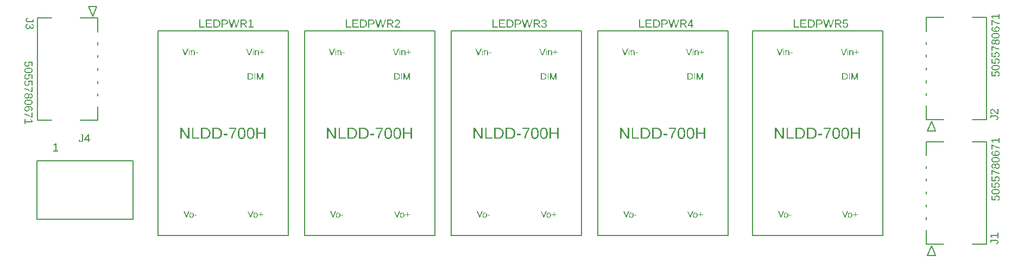
<source format=gbr>
G04 EAGLE Gerber RS-274X export*
G75*
%MOMM*%
%FSLAX34Y34*%
%LPD*%
%INSilkscreen Top*%
%IPPOS*%
%AMOC8*
5,1,8,0,0,1.08239X$1,22.5*%
G01*
G04 Define Apertures*
%ADD10C,0.152400*%
G36*
X1497751Y704256D02*
X1498459Y704306D01*
X1499120Y704390D01*
X1499734Y704507D01*
X1500302Y704657D01*
X1500824Y704840D01*
X1501299Y705058D01*
X1501727Y705308D01*
X1502107Y705592D01*
X1502436Y705908D01*
X1502714Y706258D01*
X1502942Y706641D01*
X1503119Y707058D01*
X1503246Y707507D01*
X1503290Y707744D01*
X1503322Y707989D01*
X1503341Y708243D01*
X1503347Y708505D01*
X1503341Y708767D01*
X1503322Y709021D01*
X1503290Y709266D01*
X1503245Y709504D01*
X1503118Y709955D01*
X1502940Y710374D01*
X1502711Y710760D01*
X1502431Y711114D01*
X1502100Y711435D01*
X1501718Y711724D01*
X1501288Y711979D01*
X1500812Y712201D01*
X1500291Y712388D01*
X1499723Y712541D01*
X1499110Y712661D01*
X1498452Y712746D01*
X1497747Y712797D01*
X1496997Y712814D01*
X1496235Y712798D01*
X1495521Y712749D01*
X1494856Y712668D01*
X1494238Y712555D01*
X1493669Y712409D01*
X1493148Y712230D01*
X1492675Y712019D01*
X1492250Y711776D01*
X1491874Y711499D01*
X1491549Y711186D01*
X1491273Y710837D01*
X1491048Y710453D01*
X1490873Y710032D01*
X1490804Y709809D01*
X1490747Y709576D01*
X1490704Y709335D01*
X1490672Y709085D01*
X1490654Y708826D01*
X1490647Y708557D01*
X1490654Y708282D01*
X1490672Y708016D01*
X1490703Y707759D01*
X1490746Y707512D01*
X1490802Y707274D01*
X1490870Y707045D01*
X1491044Y706616D01*
X1491267Y706225D01*
X1491539Y705872D01*
X1491861Y705556D01*
X1492233Y705277D01*
X1492654Y705034D01*
X1493125Y704823D01*
X1493646Y704645D01*
X1494216Y704499D01*
X1494837Y704385D01*
X1495507Y704304D01*
X1496227Y704256D01*
X1496997Y704239D01*
X1497751Y704256D01*
G37*
G36*
X1497751Y754131D02*
X1498459Y754181D01*
X1499120Y754265D01*
X1499734Y754382D01*
X1500302Y754532D01*
X1500824Y754715D01*
X1501299Y754933D01*
X1501727Y755183D01*
X1502107Y755467D01*
X1502436Y755783D01*
X1502714Y756133D01*
X1502942Y756516D01*
X1503119Y756933D01*
X1503246Y757382D01*
X1503290Y757619D01*
X1503322Y757864D01*
X1503341Y758118D01*
X1503347Y758380D01*
X1503341Y758642D01*
X1503322Y758896D01*
X1503290Y759141D01*
X1503245Y759379D01*
X1503118Y759830D01*
X1502940Y760249D01*
X1502711Y760635D01*
X1502431Y760989D01*
X1502100Y761310D01*
X1501718Y761599D01*
X1501288Y761854D01*
X1500812Y762076D01*
X1500291Y762263D01*
X1499723Y762416D01*
X1499110Y762536D01*
X1498452Y762621D01*
X1497747Y762672D01*
X1496997Y762689D01*
X1496235Y762673D01*
X1495521Y762624D01*
X1494856Y762543D01*
X1494238Y762430D01*
X1493669Y762284D01*
X1493148Y762105D01*
X1492675Y761894D01*
X1492250Y761651D01*
X1491874Y761374D01*
X1491549Y761061D01*
X1491273Y760712D01*
X1491048Y760328D01*
X1490873Y759907D01*
X1490804Y759684D01*
X1490747Y759451D01*
X1490704Y759210D01*
X1490672Y758960D01*
X1490654Y758701D01*
X1490647Y758432D01*
X1490654Y758157D01*
X1490672Y757891D01*
X1490703Y757634D01*
X1490746Y757387D01*
X1490802Y757149D01*
X1490870Y756920D01*
X1491044Y756491D01*
X1491267Y756100D01*
X1491539Y755747D01*
X1491861Y755431D01*
X1492233Y755152D01*
X1492654Y754909D01*
X1493125Y754698D01*
X1493646Y754520D01*
X1494216Y754374D01*
X1494837Y754260D01*
X1495507Y754179D01*
X1496227Y754131D01*
X1496997Y754114D01*
X1497751Y754131D01*
G37*
G36*
X1500166Y744242D02*
X1500561Y744294D01*
X1500931Y744382D01*
X1501276Y744504D01*
X1501596Y744661D01*
X1501892Y744853D01*
X1502163Y745079D01*
X1502410Y745341D01*
X1502630Y745634D01*
X1502820Y745954D01*
X1502981Y746300D01*
X1503113Y746674D01*
X1503215Y747074D01*
X1503289Y747502D01*
X1503333Y747956D01*
X1503347Y748437D01*
X1503332Y748931D01*
X1503288Y749394D01*
X1503213Y749828D01*
X1503109Y750233D01*
X1502974Y750608D01*
X1502810Y750953D01*
X1502616Y751269D01*
X1502393Y751555D01*
X1502142Y751810D01*
X1501868Y752031D01*
X1501571Y752217D01*
X1501250Y752370D01*
X1500905Y752489D01*
X1500537Y752574D01*
X1500145Y752625D01*
X1499730Y752641D01*
X1499432Y752631D01*
X1499147Y752600D01*
X1498874Y752549D01*
X1498614Y752477D01*
X1498367Y752385D01*
X1498133Y752272D01*
X1497911Y752139D01*
X1497702Y751985D01*
X1497665Y751951D01*
X1497509Y751812D01*
X1497336Y751623D01*
X1497182Y751418D01*
X1497047Y751196D01*
X1496931Y750958D01*
X1496834Y750704D01*
X1496757Y750433D01*
X1496699Y750145D01*
X1496664Y750145D01*
X1496605Y750393D01*
X1496527Y750626D01*
X1496431Y750847D01*
X1496316Y751054D01*
X1496183Y751248D01*
X1496047Y751410D01*
X1496032Y751428D01*
X1495863Y751595D01*
X1495675Y751748D01*
X1495473Y751886D01*
X1495264Y752005D01*
X1495045Y752106D01*
X1494819Y752188D01*
X1494583Y752252D01*
X1494340Y752298D01*
X1494087Y752326D01*
X1493827Y752335D01*
X1493470Y752318D01*
X1493133Y752269D01*
X1492815Y752187D01*
X1492515Y752071D01*
X1492234Y751923D01*
X1491973Y751741D01*
X1491730Y751527D01*
X1491506Y751280D01*
X1491304Y751004D01*
X1491130Y750704D01*
X1490983Y750380D01*
X1490862Y750033D01*
X1490768Y749661D01*
X1490701Y749265D01*
X1490661Y748846D01*
X1490647Y748402D01*
X1490661Y747969D01*
X1490702Y747559D01*
X1490770Y747170D01*
X1490866Y746805D01*
X1490989Y746462D01*
X1491140Y746142D01*
X1491318Y745844D01*
X1491523Y745569D01*
X1491750Y745322D01*
X1491994Y745107D01*
X1492255Y744926D01*
X1492533Y744777D01*
X1492827Y744662D01*
X1493137Y744580D01*
X1493465Y744530D01*
X1493809Y744514D01*
X1494070Y744523D01*
X1494322Y744550D01*
X1494566Y744595D01*
X1494801Y744659D01*
X1495028Y744741D01*
X1495246Y744841D01*
X1495456Y744959D01*
X1495657Y745096D01*
X1495846Y745248D01*
X1496017Y745414D01*
X1496171Y745593D01*
X1496308Y745785D01*
X1496427Y745990D01*
X1496529Y746209D01*
X1496614Y746440D01*
X1496682Y746686D01*
X1496717Y746686D01*
X1496771Y746422D01*
X1496845Y746171D01*
X1496940Y745932D01*
X1497054Y745705D01*
X1497189Y745490D01*
X1497344Y745286D01*
X1497520Y745095D01*
X1497715Y744916D01*
X1497927Y744754D01*
X1498151Y744614D01*
X1498387Y744495D01*
X1498635Y744397D01*
X1498895Y744322D01*
X1499167Y744268D01*
X1499451Y744235D01*
X1499747Y744225D01*
X1500166Y744242D01*
G37*
G36*
X1498004Y764311D02*
X1498678Y764362D01*
X1499308Y764449D01*
X1499894Y764569D01*
X1500436Y764724D01*
X1500934Y764914D01*
X1501387Y765138D01*
X1501797Y765397D01*
X1502160Y765688D01*
X1502475Y766010D01*
X1502742Y766363D01*
X1502960Y766746D01*
X1503129Y767160D01*
X1503250Y767604D01*
X1503323Y768079D01*
X1503341Y768328D01*
X1503347Y768585D01*
X1503330Y769039D01*
X1503277Y769467D01*
X1503188Y769871D01*
X1503065Y770249D01*
X1502906Y770602D01*
X1502712Y770930D01*
X1502482Y771233D01*
X1502217Y771510D01*
X1501922Y771759D01*
X1501601Y771974D01*
X1501254Y772156D01*
X1500882Y772305D01*
X1500483Y772421D01*
X1500059Y772504D01*
X1499610Y772554D01*
X1499134Y772570D01*
X1498695Y772555D01*
X1498278Y772508D01*
X1497885Y772429D01*
X1497514Y772320D01*
X1497166Y772178D01*
X1496842Y772006D01*
X1496540Y771802D01*
X1496262Y771567D01*
X1496011Y771306D01*
X1495794Y771022D01*
X1495610Y770716D01*
X1495460Y770388D01*
X1495343Y770038D01*
X1495260Y769666D01*
X1495210Y769273D01*
X1495193Y768857D01*
X1495199Y768608D01*
X1495219Y768367D01*
X1495252Y768133D01*
X1495297Y767906D01*
X1495427Y767474D01*
X1495609Y767070D01*
X1495841Y766702D01*
X1496120Y766378D01*
X1496447Y766098D01*
X1496822Y765861D01*
X1496244Y765873D01*
X1495701Y765907D01*
X1495194Y765965D01*
X1494721Y766046D01*
X1494284Y766150D01*
X1493882Y766277D01*
X1493515Y766428D01*
X1493183Y766601D01*
X1492888Y766796D01*
X1492633Y767009D01*
X1492417Y767242D01*
X1492240Y767494D01*
X1492103Y767764D01*
X1492005Y768054D01*
X1491946Y768362D01*
X1491926Y768690D01*
X1491950Y769065D01*
X1492020Y769405D01*
X1492138Y769711D01*
X1492303Y769982D01*
X1492515Y770219D01*
X1492773Y770421D01*
X1493079Y770589D01*
X1493433Y770722D01*
X1493161Y772229D01*
X1492857Y772130D01*
X1492572Y772015D01*
X1492307Y771883D01*
X1492061Y771736D01*
X1491835Y771572D01*
X1491629Y771393D01*
X1491443Y771197D01*
X1491276Y770985D01*
X1491128Y770757D01*
X1491001Y770513D01*
X1490893Y770252D01*
X1490804Y769975D01*
X1490736Y769683D01*
X1490687Y769374D01*
X1490657Y769049D01*
X1490647Y768708D01*
X1490654Y768447D01*
X1490674Y768193D01*
X1490708Y767947D01*
X1490755Y767709D01*
X1490815Y767478D01*
X1490889Y767255D01*
X1491076Y766831D01*
X1491318Y766438D01*
X1491613Y766075D01*
X1491962Y765743D01*
X1492364Y765441D01*
X1492816Y765172D01*
X1493315Y764939D01*
X1493861Y764742D01*
X1494453Y764580D01*
X1495091Y764455D01*
X1495777Y764365D01*
X1496508Y764311D01*
X1497286Y764293D01*
X1498004Y764311D01*
G37*
%LPC*%
G36*
X1496344Y705843D02*
X1495739Y705873D01*
X1495182Y705923D01*
X1494672Y705992D01*
X1494210Y706082D01*
X1493795Y706191D01*
X1493428Y706320D01*
X1493108Y706468D01*
X1492831Y706640D01*
X1492591Y706837D01*
X1492388Y707060D01*
X1492222Y707308D01*
X1492092Y707582D01*
X1492000Y707882D01*
X1491945Y708207D01*
X1491926Y708557D01*
X1491945Y708900D01*
X1492001Y709217D01*
X1492095Y709509D01*
X1492226Y709776D01*
X1492395Y710018D01*
X1492601Y710235D01*
X1492845Y710427D01*
X1493126Y710594D01*
X1493449Y710738D01*
X1493818Y710864D01*
X1494233Y710970D01*
X1494694Y711057D01*
X1495201Y711124D01*
X1495754Y711173D01*
X1496352Y711202D01*
X1496997Y711211D01*
X1497620Y711201D01*
X1498202Y711171D01*
X1498741Y711120D01*
X1499239Y711049D01*
X1499696Y710958D01*
X1500111Y710847D01*
X1500484Y710715D01*
X1500816Y710563D01*
X1501107Y710389D01*
X1501360Y710193D01*
X1501574Y709972D01*
X1501749Y709729D01*
X1501885Y709462D01*
X1501982Y709172D01*
X1502040Y708859D01*
X1502060Y708522D01*
X1502041Y708184D01*
X1501984Y707869D01*
X1501888Y707578D01*
X1501755Y707310D01*
X1501584Y707067D01*
X1501375Y706846D01*
X1501128Y706650D01*
X1500842Y706477D01*
X1500516Y706326D01*
X1500145Y706196D01*
X1499731Y706085D01*
X1499272Y705994D01*
X1498770Y705924D01*
X1498223Y705874D01*
X1497632Y705844D01*
X1496997Y705833D01*
X1496344Y705843D01*
G37*
G36*
X1496344Y755718D02*
X1495739Y755748D01*
X1495182Y755798D01*
X1494672Y755867D01*
X1494210Y755957D01*
X1493795Y756066D01*
X1493428Y756195D01*
X1493108Y756343D01*
X1492831Y756515D01*
X1492591Y756712D01*
X1492388Y756935D01*
X1492222Y757183D01*
X1492092Y757457D01*
X1492000Y757757D01*
X1491945Y758082D01*
X1491926Y758432D01*
X1491945Y758775D01*
X1492001Y759092D01*
X1492095Y759384D01*
X1492226Y759651D01*
X1492395Y759893D01*
X1492601Y760110D01*
X1492845Y760302D01*
X1493126Y760469D01*
X1493449Y760613D01*
X1493818Y760739D01*
X1494233Y760845D01*
X1494694Y760932D01*
X1495201Y760999D01*
X1495754Y761048D01*
X1496352Y761077D01*
X1496997Y761086D01*
X1497620Y761076D01*
X1498202Y761046D01*
X1498741Y760995D01*
X1499239Y760924D01*
X1499696Y760833D01*
X1500111Y760722D01*
X1500484Y760590D01*
X1500816Y760438D01*
X1501107Y760264D01*
X1501360Y760068D01*
X1501574Y759847D01*
X1501749Y759604D01*
X1501885Y759337D01*
X1501982Y759047D01*
X1502040Y758734D01*
X1502060Y758397D01*
X1502041Y758059D01*
X1501984Y757744D01*
X1501888Y757453D01*
X1501755Y757185D01*
X1501584Y756942D01*
X1501375Y756721D01*
X1501128Y756525D01*
X1500842Y756352D01*
X1500516Y756201D01*
X1500145Y756071D01*
X1499731Y755960D01*
X1499272Y755869D01*
X1498770Y755799D01*
X1498223Y755749D01*
X1497632Y755719D01*
X1496997Y755708D01*
X1496344Y755718D01*
G37*
%LPD*%
G36*
X1500759Y694370D02*
X1501085Y694477D01*
X1501389Y694608D01*
X1501672Y694763D01*
X1501934Y694943D01*
X1502175Y695147D01*
X1502395Y695375D01*
X1502594Y695628D01*
X1502771Y695904D01*
X1502924Y696200D01*
X1503053Y696517D01*
X1503159Y696854D01*
X1503241Y697213D01*
X1503300Y697592D01*
X1503335Y697993D01*
X1503347Y698413D01*
X1503330Y698914D01*
X1503277Y699386D01*
X1503190Y699831D01*
X1503067Y700247D01*
X1502909Y700636D01*
X1502717Y700996D01*
X1502489Y701328D01*
X1502226Y701632D01*
X1501933Y701904D01*
X1501614Y702140D01*
X1501268Y702339D01*
X1500897Y702503D01*
X1500500Y702630D01*
X1500076Y702720D01*
X1499627Y702775D01*
X1499152Y702793D01*
X1498733Y702776D01*
X1498334Y702725D01*
X1497955Y702641D01*
X1497597Y702522D01*
X1497259Y702370D01*
X1496941Y702184D01*
X1496644Y701965D01*
X1496367Y701711D01*
X1496116Y701429D01*
X1495899Y701124D01*
X1495715Y700796D01*
X1495565Y700444D01*
X1495448Y700070D01*
X1495365Y699672D01*
X1495315Y699251D01*
X1495298Y698808D01*
X1495310Y698434D01*
X1495347Y698077D01*
X1495409Y697735D01*
X1495495Y697408D01*
X1495606Y697098D01*
X1495742Y696802D01*
X1495902Y696523D01*
X1496086Y696259D01*
X1492171Y696495D01*
X1492171Y702075D01*
X1490831Y702075D01*
X1490831Y695059D01*
X1497470Y694647D01*
X1497470Y696189D01*
X1497247Y696465D01*
X1497059Y696741D01*
X1496905Y697016D01*
X1496787Y697292D01*
X1496699Y697574D01*
X1496636Y697866D01*
X1496598Y698169D01*
X1496586Y698484D01*
X1496597Y698782D01*
X1496630Y699065D01*
X1496687Y699332D01*
X1496765Y699584D01*
X1496866Y699820D01*
X1496990Y700040D01*
X1497135Y700244D01*
X1497304Y700432D01*
X1497490Y700602D01*
X1497691Y700748D01*
X1497905Y700873D01*
X1498134Y700974D01*
X1498376Y701053D01*
X1498632Y701110D01*
X1498903Y701144D01*
X1499187Y701155D01*
X1499513Y701144D01*
X1499821Y701110D01*
X1500111Y701054D01*
X1500384Y700975D01*
X1500638Y700874D01*
X1500874Y700751D01*
X1501093Y700605D01*
X1501293Y700437D01*
X1501473Y700249D01*
X1501629Y700043D01*
X1501760Y699820D01*
X1501868Y699581D01*
X1501952Y699323D01*
X1502012Y699049D01*
X1502048Y698757D01*
X1502060Y698449D01*
X1502053Y698196D01*
X1502031Y697956D01*
X1501995Y697728D01*
X1501945Y697513D01*
X1501881Y697310D01*
X1501802Y697119D01*
X1501709Y696940D01*
X1501602Y696773D01*
X1501481Y696619D01*
X1501345Y696477D01*
X1501194Y696347D01*
X1501030Y696230D01*
X1500851Y696125D01*
X1500658Y696032D01*
X1500451Y695951D01*
X1500229Y695882D01*
X1500413Y694288D01*
X1500759Y694370D01*
G37*
G36*
X1500759Y714308D02*
X1501085Y714415D01*
X1501389Y714546D01*
X1501672Y714701D01*
X1501934Y714881D01*
X1502175Y715085D01*
X1502395Y715313D01*
X1502594Y715566D01*
X1502771Y715841D01*
X1502924Y716137D01*
X1503053Y716454D01*
X1503159Y716792D01*
X1503241Y717151D01*
X1503300Y717530D01*
X1503335Y717930D01*
X1503347Y718351D01*
X1503330Y718852D01*
X1503277Y719324D01*
X1503190Y719768D01*
X1503067Y720185D01*
X1502909Y720573D01*
X1502717Y720933D01*
X1502489Y721266D01*
X1502226Y721570D01*
X1501933Y721842D01*
X1501614Y722077D01*
X1501268Y722277D01*
X1500897Y722440D01*
X1500500Y722567D01*
X1500076Y722658D01*
X1499627Y722712D01*
X1499152Y722730D01*
X1498733Y722713D01*
X1498334Y722663D01*
X1497955Y722578D01*
X1497597Y722460D01*
X1497259Y722308D01*
X1496941Y722122D01*
X1496644Y721902D01*
X1496367Y721649D01*
X1496116Y721367D01*
X1495899Y721061D01*
X1495715Y720733D01*
X1495565Y720382D01*
X1495448Y720007D01*
X1495365Y719610D01*
X1495315Y719189D01*
X1495298Y718745D01*
X1495310Y718372D01*
X1495347Y718014D01*
X1495409Y717672D01*
X1495495Y717346D01*
X1495606Y717035D01*
X1495742Y716740D01*
X1495902Y716460D01*
X1496086Y716196D01*
X1492171Y716433D01*
X1492171Y722012D01*
X1490831Y722012D01*
X1490831Y714996D01*
X1497470Y714585D01*
X1497470Y716126D01*
X1497247Y716402D01*
X1497059Y716678D01*
X1496905Y716954D01*
X1496787Y717230D01*
X1496699Y717511D01*
X1496636Y717804D01*
X1496598Y718107D01*
X1496586Y718421D01*
X1496597Y718720D01*
X1496630Y719003D01*
X1496687Y719270D01*
X1496765Y719521D01*
X1496866Y719757D01*
X1496990Y719977D01*
X1497135Y720181D01*
X1497304Y720370D01*
X1497490Y720539D01*
X1497691Y720686D01*
X1497905Y720810D01*
X1498134Y720912D01*
X1498376Y720991D01*
X1498632Y721047D01*
X1498903Y721081D01*
X1499187Y721092D01*
X1499513Y721081D01*
X1499821Y721048D01*
X1500111Y720991D01*
X1500384Y720913D01*
X1500638Y720812D01*
X1500874Y720688D01*
X1501093Y720543D01*
X1501293Y720374D01*
X1501473Y720186D01*
X1501629Y719981D01*
X1501760Y719758D01*
X1501868Y719518D01*
X1501952Y719261D01*
X1502012Y718987D01*
X1502048Y718695D01*
X1502060Y718386D01*
X1502053Y718134D01*
X1502031Y717894D01*
X1501995Y717666D01*
X1501945Y717450D01*
X1501881Y717247D01*
X1501802Y717056D01*
X1501709Y716877D01*
X1501602Y716711D01*
X1501481Y716557D01*
X1501345Y716415D01*
X1501194Y716285D01*
X1501030Y716167D01*
X1500851Y716062D01*
X1500658Y715969D01*
X1500451Y715888D01*
X1500229Y715820D01*
X1500413Y714226D01*
X1500759Y714308D01*
G37*
G36*
X1500759Y724277D02*
X1501085Y724383D01*
X1501389Y724514D01*
X1501672Y724670D01*
X1501934Y724849D01*
X1502175Y725053D01*
X1502395Y725282D01*
X1502594Y725535D01*
X1502771Y725810D01*
X1502924Y726106D01*
X1503053Y726423D01*
X1503159Y726761D01*
X1503241Y727119D01*
X1503300Y727499D01*
X1503335Y727899D01*
X1503347Y728320D01*
X1503330Y728820D01*
X1503277Y729293D01*
X1503190Y729737D01*
X1503067Y730154D01*
X1502909Y730542D01*
X1502717Y730902D01*
X1502489Y731234D01*
X1502226Y731538D01*
X1501933Y731810D01*
X1501614Y732046D01*
X1501268Y732246D01*
X1500897Y732409D01*
X1500500Y732536D01*
X1500076Y732626D01*
X1499627Y732681D01*
X1499152Y732699D01*
X1498733Y732682D01*
X1498334Y732631D01*
X1497955Y732547D01*
X1497597Y732429D01*
X1497259Y732276D01*
X1496941Y732091D01*
X1496644Y731871D01*
X1496367Y731617D01*
X1496116Y731335D01*
X1495899Y731030D01*
X1495715Y730702D01*
X1495565Y730351D01*
X1495448Y729976D01*
X1495365Y729578D01*
X1495315Y729158D01*
X1495298Y728714D01*
X1495310Y728341D01*
X1495347Y727983D01*
X1495409Y727641D01*
X1495495Y727315D01*
X1495606Y727004D01*
X1495742Y726709D01*
X1495902Y726429D01*
X1496086Y726165D01*
X1492171Y726402D01*
X1492171Y731981D01*
X1490831Y731981D01*
X1490831Y724965D01*
X1497470Y724554D01*
X1497470Y726095D01*
X1497247Y726371D01*
X1497059Y726647D01*
X1496905Y726923D01*
X1496787Y727199D01*
X1496699Y727480D01*
X1496636Y727772D01*
X1496598Y728076D01*
X1496586Y728390D01*
X1496597Y728688D01*
X1496630Y728971D01*
X1496687Y729239D01*
X1496765Y729490D01*
X1496866Y729726D01*
X1496990Y729946D01*
X1497135Y730150D01*
X1497304Y730339D01*
X1497490Y730508D01*
X1497691Y730655D01*
X1497905Y730779D01*
X1498134Y730881D01*
X1498376Y730960D01*
X1498632Y731016D01*
X1498903Y731050D01*
X1499187Y731061D01*
X1499513Y731050D01*
X1499821Y731016D01*
X1500111Y730960D01*
X1500384Y730882D01*
X1500638Y730781D01*
X1500874Y730657D01*
X1501093Y730511D01*
X1501293Y730343D01*
X1501473Y730155D01*
X1501629Y729949D01*
X1501760Y729727D01*
X1501868Y729487D01*
X1501952Y729230D01*
X1502012Y728955D01*
X1502048Y728664D01*
X1502060Y728355D01*
X1502053Y728103D01*
X1502031Y727863D01*
X1501995Y727635D01*
X1501945Y727419D01*
X1501881Y727216D01*
X1501802Y727025D01*
X1501709Y726846D01*
X1501602Y726680D01*
X1501481Y726525D01*
X1501345Y726383D01*
X1501194Y726254D01*
X1501030Y726136D01*
X1500851Y726031D01*
X1500658Y725938D01*
X1500451Y725857D01*
X1500229Y725789D01*
X1500413Y724194D01*
X1500759Y724277D01*
G37*
G36*
X1503172Y792420D02*
X1501832Y792420D01*
X1501832Y789416D01*
X1490831Y789416D01*
X1490831Y787962D01*
X1492837Y785045D01*
X1494326Y785045D01*
X1492338Y787831D01*
X1501832Y787831D01*
X1501832Y784686D01*
X1503172Y784686D01*
X1503172Y792420D01*
G37*
G36*
X1492171Y740995D02*
X1493011Y740429D01*
X1493825Y739905D01*
X1494615Y739423D01*
X1495380Y738984D01*
X1496121Y738586D01*
X1496836Y738230D01*
X1497527Y737916D01*
X1498193Y737645D01*
X1498843Y737410D01*
X1499484Y737206D01*
X1500119Y737034D01*
X1500745Y736893D01*
X1501363Y736783D01*
X1501974Y736705D01*
X1502577Y736658D01*
X1503172Y736642D01*
X1503172Y738288D01*
X1502747Y738295D01*
X1502325Y738313D01*
X1501493Y738386D01*
X1500674Y738508D01*
X1499870Y738678D01*
X1499070Y738897D01*
X1498265Y739165D01*
X1497454Y739482D01*
X1496638Y739847D01*
X1495741Y740307D01*
X1494687Y740905D01*
X1493477Y741642D01*
X1492110Y742519D01*
X1490831Y742519D01*
X1490831Y734365D01*
X1492171Y734365D01*
X1492171Y740995D01*
G37*
G36*
X1492171Y780901D02*
X1493011Y780335D01*
X1493825Y779811D01*
X1494615Y779330D01*
X1495380Y778890D01*
X1496121Y778492D01*
X1496836Y778136D01*
X1497527Y777823D01*
X1498193Y777551D01*
X1498843Y777316D01*
X1499484Y777112D01*
X1500119Y776940D01*
X1500745Y776799D01*
X1501363Y776689D01*
X1501974Y776611D01*
X1502577Y776564D01*
X1503172Y776548D01*
X1503172Y778195D01*
X1502747Y778201D01*
X1502325Y778219D01*
X1501493Y778292D01*
X1500674Y778414D01*
X1499870Y778584D01*
X1499070Y778804D01*
X1498265Y779072D01*
X1497454Y779388D01*
X1496638Y779754D01*
X1495741Y780213D01*
X1494687Y780811D01*
X1493477Y781549D01*
X1492110Y782425D01*
X1490831Y782425D01*
X1490831Y774271D01*
X1492171Y774271D01*
X1492171Y780901D01*
G37*
%LPC*%
G36*
X1498553Y766029D02*
X1498293Y766061D01*
X1498049Y766114D01*
X1497819Y766189D01*
X1497605Y766284D01*
X1497406Y766401D01*
X1497223Y766539D01*
X1497054Y766698D01*
X1496903Y766874D01*
X1496773Y767064D01*
X1496662Y767266D01*
X1496571Y767483D01*
X1496501Y767712D01*
X1496451Y767955D01*
X1496420Y768211D01*
X1496410Y768480D01*
X1496422Y768765D01*
X1496456Y769034D01*
X1496513Y769288D01*
X1496592Y769524D01*
X1496694Y769745D01*
X1496819Y769950D01*
X1496967Y770138D01*
X1497137Y770311D01*
X1497329Y770464D01*
X1497539Y770598D01*
X1497769Y770711D01*
X1498018Y770803D01*
X1498286Y770875D01*
X1498573Y770926D01*
X1498879Y770957D01*
X1499204Y770967D01*
X1499530Y770957D01*
X1499839Y770927D01*
X1500129Y770876D01*
X1500401Y770805D01*
X1500655Y770714D01*
X1500892Y770603D01*
X1501110Y770471D01*
X1501311Y770319D01*
X1501490Y770150D01*
X1501646Y769965D01*
X1501778Y769764D01*
X1501886Y769549D01*
X1501969Y769318D01*
X1502029Y769071D01*
X1502065Y768810D01*
X1502077Y768533D01*
X1502063Y768263D01*
X1502020Y768006D01*
X1501949Y767761D01*
X1501849Y767529D01*
X1501721Y767309D01*
X1501565Y767101D01*
X1501380Y766906D01*
X1501166Y766724D01*
X1500931Y766559D01*
X1500679Y766415D01*
X1500410Y766294D01*
X1500126Y766195D01*
X1499826Y766118D01*
X1499509Y766063D01*
X1499177Y766030D01*
X1498828Y766019D01*
X1498553Y766029D01*
G37*
G36*
X1499350Y745864D02*
X1499098Y745896D01*
X1498861Y745948D01*
X1498638Y746022D01*
X1498431Y746117D01*
X1498237Y746233D01*
X1498059Y746370D01*
X1497895Y746528D01*
X1497748Y746705D01*
X1497621Y746898D01*
X1497513Y747108D01*
X1497425Y747334D01*
X1497357Y747576D01*
X1497308Y747835D01*
X1497279Y748111D01*
X1497269Y748402D01*
X1497278Y748702D01*
X1497305Y748985D01*
X1497351Y749251D01*
X1497414Y749499D01*
X1497496Y749730D01*
X1497596Y749944D01*
X1497715Y750141D01*
X1497851Y750320D01*
X1498006Y750481D01*
X1498178Y750619D01*
X1498367Y750737D01*
X1498575Y750833D01*
X1498800Y750908D01*
X1499043Y750961D01*
X1499303Y750993D01*
X1499581Y751004D01*
X1499907Y750994D01*
X1500210Y750964D01*
X1500490Y750915D01*
X1500747Y750846D01*
X1500981Y750757D01*
X1501193Y750649D01*
X1501382Y750521D01*
X1501547Y750373D01*
X1501692Y750205D01*
X1501817Y750017D01*
X1501924Y749808D01*
X1502010Y749578D01*
X1502078Y749328D01*
X1502126Y749058D01*
X1502155Y748767D01*
X1502165Y748455D01*
X1502155Y748140D01*
X1502125Y747845D01*
X1502075Y747571D01*
X1502006Y747317D01*
X1501916Y747083D01*
X1501806Y746870D01*
X1501677Y746677D01*
X1501528Y746504D01*
X1501358Y746352D01*
X1501169Y746219D01*
X1500960Y746108D01*
X1500731Y746016D01*
X1500482Y745945D01*
X1500213Y745894D01*
X1499925Y745864D01*
X1499616Y745854D01*
X1499350Y745864D01*
G37*
G36*
X1493662Y746134D02*
X1493425Y746162D01*
X1493205Y746207D01*
X1493001Y746271D01*
X1492813Y746353D01*
X1492642Y746453D01*
X1492486Y746571D01*
X1492346Y746708D01*
X1492223Y746861D01*
X1492117Y747032D01*
X1492026Y747219D01*
X1491952Y747422D01*
X1491895Y747643D01*
X1491854Y747879D01*
X1491829Y748133D01*
X1491821Y748402D01*
X1491829Y748680D01*
X1491854Y748940D01*
X1491895Y749182D01*
X1491952Y749406D01*
X1492025Y749612D01*
X1492115Y749801D01*
X1492222Y749971D01*
X1492344Y750123D01*
X1492483Y750258D01*
X1492639Y750374D01*
X1492810Y750473D01*
X1492998Y750554D01*
X1493203Y750616D01*
X1493424Y750661D01*
X1493661Y750688D01*
X1493914Y750697D01*
X1494191Y750688D01*
X1494448Y750661D01*
X1494685Y750615D01*
X1494903Y750551D01*
X1495100Y750470D01*
X1495278Y750369D01*
X1495436Y750251D01*
X1495574Y750115D01*
X1495694Y749961D01*
X1495798Y749790D01*
X1495886Y749603D01*
X1495958Y749400D01*
X1496014Y749180D01*
X1496054Y748943D01*
X1496078Y748690D01*
X1496086Y748420D01*
X1496078Y748154D01*
X1496052Y747903D01*
X1496008Y747668D01*
X1495947Y747449D01*
X1495869Y747245D01*
X1495774Y747056D01*
X1495661Y746883D01*
X1495530Y746725D01*
X1495383Y746584D01*
X1495221Y746463D01*
X1495042Y746359D01*
X1494848Y746275D01*
X1494638Y746209D01*
X1494413Y746163D01*
X1494171Y746134D01*
X1493914Y746125D01*
X1493662Y746134D01*
G37*
%LPD*%
G36*
X1501140Y643821D02*
X1499800Y643821D01*
X1499800Y640817D01*
X1488799Y640817D01*
X1488799Y639363D01*
X1490805Y636446D01*
X1492294Y636446D01*
X1490306Y639231D01*
X1499800Y639231D01*
X1499800Y636087D01*
X1501140Y636087D01*
X1501140Y643821D01*
G37*
G36*
X1498467Y626116D02*
X1498834Y626219D01*
X1499176Y626342D01*
X1499492Y626485D01*
X1499783Y626648D01*
X1500049Y626831D01*
X1500290Y627034D01*
X1500505Y627256D01*
X1500695Y627499D01*
X1500859Y627761D01*
X1500999Y628044D01*
X1501113Y628346D01*
X1501201Y628668D01*
X1501265Y629011D01*
X1501303Y629373D01*
X1501315Y629755D01*
X1501299Y630166D01*
X1501251Y630555D01*
X1501170Y630921D01*
X1501058Y631266D01*
X1500913Y631587D01*
X1500736Y631886D01*
X1500527Y632163D01*
X1500286Y632417D01*
X1500017Y632645D01*
X1499724Y632843D01*
X1499406Y633010D01*
X1499065Y633146D01*
X1498700Y633253D01*
X1498311Y633329D01*
X1497898Y633374D01*
X1497461Y633389D01*
X1488799Y633389D01*
X1488799Y629352D01*
X1490166Y629352D01*
X1490166Y631725D01*
X1497496Y631725D01*
X1497790Y631717D01*
X1498064Y631692D01*
X1498321Y631651D01*
X1498560Y631594D01*
X1498780Y631520D01*
X1498982Y631430D01*
X1499166Y631323D01*
X1499331Y631200D01*
X1499478Y631062D01*
X1499605Y630913D01*
X1499713Y630751D01*
X1499801Y630578D01*
X1499870Y630392D01*
X1499918Y630195D01*
X1499948Y629985D01*
X1499958Y629763D01*
X1499949Y629560D01*
X1499922Y629365D01*
X1499878Y629179D01*
X1499815Y629001D01*
X1499735Y628833D01*
X1499637Y628673D01*
X1499522Y628522D01*
X1499388Y628380D01*
X1499239Y628248D01*
X1499076Y628128D01*
X1498899Y628021D01*
X1498707Y627926D01*
X1498502Y627844D01*
X1498283Y627774D01*
X1498050Y627716D01*
X1497803Y627670D01*
X1498075Y626032D01*
X1498467Y626116D01*
G37*
G36*
X1497751Y898416D02*
X1498459Y898466D01*
X1499120Y898550D01*
X1499734Y898667D01*
X1500302Y898817D01*
X1500824Y899000D01*
X1501299Y899218D01*
X1501727Y899468D01*
X1502107Y899752D01*
X1502436Y900068D01*
X1502714Y900418D01*
X1502942Y900801D01*
X1503119Y901218D01*
X1503246Y901667D01*
X1503290Y901904D01*
X1503322Y902149D01*
X1503341Y902403D01*
X1503347Y902665D01*
X1503341Y902927D01*
X1503322Y903181D01*
X1503290Y903426D01*
X1503245Y903664D01*
X1503118Y904115D01*
X1502940Y904534D01*
X1502711Y904920D01*
X1502431Y905274D01*
X1502100Y905595D01*
X1501718Y905884D01*
X1501288Y906139D01*
X1500812Y906361D01*
X1500291Y906548D01*
X1499723Y906701D01*
X1499110Y906821D01*
X1498452Y906906D01*
X1497747Y906957D01*
X1496997Y906974D01*
X1496235Y906958D01*
X1495521Y906909D01*
X1494856Y906828D01*
X1494238Y906715D01*
X1493669Y906569D01*
X1493148Y906390D01*
X1492675Y906179D01*
X1492250Y905936D01*
X1491874Y905659D01*
X1491549Y905346D01*
X1491273Y904997D01*
X1491048Y904613D01*
X1490873Y904192D01*
X1490804Y903969D01*
X1490747Y903736D01*
X1490704Y903495D01*
X1490672Y903245D01*
X1490654Y902986D01*
X1490647Y902717D01*
X1490654Y902442D01*
X1490672Y902176D01*
X1490703Y901919D01*
X1490746Y901672D01*
X1490802Y901434D01*
X1490870Y901205D01*
X1491044Y900776D01*
X1491267Y900385D01*
X1491539Y900032D01*
X1491861Y899716D01*
X1492233Y899437D01*
X1492654Y899194D01*
X1493125Y898983D01*
X1493646Y898805D01*
X1494216Y898659D01*
X1494837Y898545D01*
X1495507Y898464D01*
X1496227Y898416D01*
X1496997Y898399D01*
X1497751Y898416D01*
G37*
G36*
X1497751Y948291D02*
X1498459Y948341D01*
X1499120Y948425D01*
X1499734Y948542D01*
X1500302Y948692D01*
X1500824Y948875D01*
X1501299Y949093D01*
X1501727Y949343D01*
X1502107Y949627D01*
X1502436Y949943D01*
X1502714Y950293D01*
X1502942Y950676D01*
X1503119Y951093D01*
X1503246Y951542D01*
X1503290Y951779D01*
X1503322Y952024D01*
X1503341Y952278D01*
X1503347Y952540D01*
X1503341Y952802D01*
X1503322Y953056D01*
X1503290Y953301D01*
X1503245Y953539D01*
X1503118Y953990D01*
X1502940Y954409D01*
X1502711Y954795D01*
X1502431Y955149D01*
X1502100Y955470D01*
X1501718Y955759D01*
X1501288Y956014D01*
X1500812Y956236D01*
X1500291Y956423D01*
X1499723Y956576D01*
X1499110Y956696D01*
X1498452Y956781D01*
X1497747Y956832D01*
X1496997Y956849D01*
X1496235Y956833D01*
X1495521Y956784D01*
X1494856Y956703D01*
X1494238Y956590D01*
X1493669Y956444D01*
X1493148Y956265D01*
X1492675Y956054D01*
X1492250Y955811D01*
X1491874Y955534D01*
X1491549Y955221D01*
X1491273Y954872D01*
X1491048Y954488D01*
X1490873Y954067D01*
X1490804Y953844D01*
X1490747Y953611D01*
X1490704Y953370D01*
X1490672Y953120D01*
X1490654Y952861D01*
X1490647Y952592D01*
X1490654Y952317D01*
X1490672Y952051D01*
X1490703Y951794D01*
X1490746Y951547D01*
X1490802Y951309D01*
X1490870Y951080D01*
X1491044Y950651D01*
X1491267Y950260D01*
X1491539Y949907D01*
X1491861Y949591D01*
X1492233Y949312D01*
X1492654Y949069D01*
X1493125Y948858D01*
X1493646Y948680D01*
X1494216Y948534D01*
X1494837Y948420D01*
X1495507Y948339D01*
X1496227Y948291D01*
X1496997Y948274D01*
X1497751Y948291D01*
G37*
G36*
X1500166Y938402D02*
X1500561Y938454D01*
X1500931Y938542D01*
X1501276Y938664D01*
X1501596Y938821D01*
X1501892Y939013D01*
X1502163Y939239D01*
X1502410Y939501D01*
X1502630Y939794D01*
X1502820Y940114D01*
X1502981Y940460D01*
X1503113Y940834D01*
X1503215Y941234D01*
X1503289Y941662D01*
X1503333Y942116D01*
X1503347Y942597D01*
X1503332Y943091D01*
X1503288Y943554D01*
X1503213Y943988D01*
X1503109Y944393D01*
X1502974Y944768D01*
X1502810Y945113D01*
X1502616Y945429D01*
X1502393Y945715D01*
X1502142Y945970D01*
X1501868Y946191D01*
X1501571Y946377D01*
X1501250Y946530D01*
X1500905Y946649D01*
X1500537Y946734D01*
X1500145Y946785D01*
X1499730Y946801D01*
X1499432Y946791D01*
X1499147Y946760D01*
X1498874Y946709D01*
X1498614Y946637D01*
X1498367Y946545D01*
X1498133Y946432D01*
X1497911Y946299D01*
X1497702Y946145D01*
X1497665Y946111D01*
X1497509Y945972D01*
X1497336Y945783D01*
X1497182Y945578D01*
X1497047Y945356D01*
X1496931Y945118D01*
X1496834Y944864D01*
X1496757Y944593D01*
X1496699Y944305D01*
X1496664Y944305D01*
X1496605Y944553D01*
X1496527Y944786D01*
X1496431Y945007D01*
X1496316Y945214D01*
X1496183Y945408D01*
X1496047Y945570D01*
X1496032Y945588D01*
X1495863Y945755D01*
X1495675Y945908D01*
X1495473Y946046D01*
X1495264Y946165D01*
X1495045Y946266D01*
X1494819Y946348D01*
X1494583Y946412D01*
X1494340Y946458D01*
X1494087Y946486D01*
X1493827Y946495D01*
X1493470Y946478D01*
X1493133Y946429D01*
X1492815Y946347D01*
X1492515Y946231D01*
X1492234Y946083D01*
X1491973Y945901D01*
X1491730Y945687D01*
X1491506Y945440D01*
X1491304Y945164D01*
X1491130Y944864D01*
X1490983Y944540D01*
X1490862Y944193D01*
X1490768Y943821D01*
X1490701Y943425D01*
X1490661Y943006D01*
X1490647Y942562D01*
X1490661Y942129D01*
X1490702Y941719D01*
X1490770Y941330D01*
X1490866Y940965D01*
X1490989Y940622D01*
X1491140Y940302D01*
X1491318Y940004D01*
X1491523Y939729D01*
X1491750Y939482D01*
X1491994Y939267D01*
X1492255Y939086D01*
X1492533Y938937D01*
X1492827Y938822D01*
X1493137Y938740D01*
X1493465Y938690D01*
X1493809Y938674D01*
X1494070Y938683D01*
X1494322Y938710D01*
X1494566Y938755D01*
X1494801Y938819D01*
X1495028Y938901D01*
X1495246Y939001D01*
X1495456Y939119D01*
X1495657Y939256D01*
X1495846Y939408D01*
X1496017Y939574D01*
X1496171Y939753D01*
X1496308Y939945D01*
X1496427Y940150D01*
X1496529Y940369D01*
X1496614Y940600D01*
X1496682Y940846D01*
X1496717Y940846D01*
X1496771Y940582D01*
X1496845Y940331D01*
X1496940Y940092D01*
X1497054Y939865D01*
X1497189Y939650D01*
X1497344Y939446D01*
X1497520Y939255D01*
X1497715Y939076D01*
X1497927Y938914D01*
X1498151Y938774D01*
X1498387Y938655D01*
X1498635Y938557D01*
X1498895Y938482D01*
X1499167Y938428D01*
X1499451Y938395D01*
X1499747Y938385D01*
X1500166Y938402D01*
G37*
G36*
X1498004Y958471D02*
X1498678Y958522D01*
X1499308Y958609D01*
X1499894Y958729D01*
X1500436Y958884D01*
X1500934Y959074D01*
X1501387Y959298D01*
X1501797Y959557D01*
X1502160Y959848D01*
X1502475Y960170D01*
X1502742Y960523D01*
X1502960Y960906D01*
X1503129Y961320D01*
X1503250Y961764D01*
X1503323Y962239D01*
X1503341Y962488D01*
X1503347Y962745D01*
X1503330Y963199D01*
X1503277Y963627D01*
X1503188Y964031D01*
X1503065Y964409D01*
X1502906Y964762D01*
X1502712Y965090D01*
X1502482Y965393D01*
X1502217Y965670D01*
X1501922Y965919D01*
X1501601Y966134D01*
X1501254Y966316D01*
X1500882Y966465D01*
X1500483Y966581D01*
X1500059Y966664D01*
X1499610Y966714D01*
X1499134Y966730D01*
X1498695Y966715D01*
X1498278Y966668D01*
X1497885Y966589D01*
X1497514Y966480D01*
X1497166Y966338D01*
X1496842Y966166D01*
X1496540Y965962D01*
X1496262Y965727D01*
X1496011Y965466D01*
X1495794Y965182D01*
X1495610Y964876D01*
X1495460Y964548D01*
X1495343Y964198D01*
X1495260Y963826D01*
X1495210Y963433D01*
X1495193Y963017D01*
X1495199Y962768D01*
X1495219Y962527D01*
X1495252Y962293D01*
X1495297Y962066D01*
X1495427Y961634D01*
X1495609Y961230D01*
X1495841Y960862D01*
X1496120Y960538D01*
X1496447Y960258D01*
X1496822Y960021D01*
X1496244Y960033D01*
X1495701Y960067D01*
X1495194Y960125D01*
X1494721Y960206D01*
X1494284Y960310D01*
X1493882Y960437D01*
X1493515Y960588D01*
X1493183Y960761D01*
X1492888Y960956D01*
X1492633Y961169D01*
X1492417Y961402D01*
X1492240Y961654D01*
X1492103Y961924D01*
X1492005Y962214D01*
X1491946Y962522D01*
X1491926Y962850D01*
X1491950Y963225D01*
X1492020Y963565D01*
X1492138Y963871D01*
X1492303Y964142D01*
X1492515Y964379D01*
X1492773Y964581D01*
X1493079Y964749D01*
X1493433Y964882D01*
X1493161Y966389D01*
X1492857Y966290D01*
X1492572Y966175D01*
X1492307Y966043D01*
X1492061Y965896D01*
X1491835Y965732D01*
X1491629Y965553D01*
X1491443Y965357D01*
X1491276Y965145D01*
X1491128Y964917D01*
X1491001Y964673D01*
X1490893Y964412D01*
X1490804Y964135D01*
X1490736Y963843D01*
X1490687Y963534D01*
X1490657Y963209D01*
X1490647Y962868D01*
X1490654Y962607D01*
X1490674Y962353D01*
X1490708Y962107D01*
X1490755Y961869D01*
X1490815Y961638D01*
X1490889Y961415D01*
X1491076Y960991D01*
X1491318Y960598D01*
X1491613Y960235D01*
X1491962Y959903D01*
X1492364Y959601D01*
X1492816Y959332D01*
X1493315Y959099D01*
X1493861Y958902D01*
X1494453Y958740D01*
X1495091Y958615D01*
X1495777Y958525D01*
X1496508Y958471D01*
X1497286Y958453D01*
X1498004Y958471D01*
G37*
%LPC*%
G36*
X1496344Y900003D02*
X1495739Y900033D01*
X1495182Y900083D01*
X1494672Y900152D01*
X1494210Y900242D01*
X1493795Y900351D01*
X1493428Y900480D01*
X1493108Y900628D01*
X1492831Y900800D01*
X1492591Y900997D01*
X1492388Y901220D01*
X1492222Y901468D01*
X1492092Y901742D01*
X1492000Y902042D01*
X1491945Y902367D01*
X1491926Y902717D01*
X1491945Y903060D01*
X1492001Y903377D01*
X1492095Y903669D01*
X1492226Y903936D01*
X1492395Y904178D01*
X1492601Y904395D01*
X1492845Y904587D01*
X1493126Y904754D01*
X1493449Y904898D01*
X1493818Y905024D01*
X1494233Y905130D01*
X1494694Y905217D01*
X1495201Y905284D01*
X1495754Y905333D01*
X1496352Y905362D01*
X1496997Y905371D01*
X1497620Y905361D01*
X1498202Y905331D01*
X1498741Y905280D01*
X1499239Y905209D01*
X1499696Y905118D01*
X1500111Y905007D01*
X1500484Y904875D01*
X1500816Y904723D01*
X1501107Y904549D01*
X1501360Y904353D01*
X1501574Y904132D01*
X1501749Y903889D01*
X1501885Y903622D01*
X1501982Y903332D01*
X1502040Y903019D01*
X1502060Y902682D01*
X1502041Y902344D01*
X1501984Y902029D01*
X1501888Y901738D01*
X1501755Y901470D01*
X1501584Y901227D01*
X1501375Y901006D01*
X1501128Y900810D01*
X1500842Y900637D01*
X1500516Y900486D01*
X1500145Y900356D01*
X1499731Y900245D01*
X1499272Y900154D01*
X1498770Y900084D01*
X1498223Y900034D01*
X1497632Y900004D01*
X1496997Y899993D01*
X1496344Y900003D01*
G37*
G36*
X1496344Y949878D02*
X1495739Y949908D01*
X1495182Y949958D01*
X1494672Y950027D01*
X1494210Y950117D01*
X1493795Y950226D01*
X1493428Y950355D01*
X1493108Y950503D01*
X1492831Y950675D01*
X1492591Y950872D01*
X1492388Y951095D01*
X1492222Y951343D01*
X1492092Y951617D01*
X1492000Y951917D01*
X1491945Y952242D01*
X1491926Y952592D01*
X1491945Y952935D01*
X1492001Y953252D01*
X1492095Y953544D01*
X1492226Y953811D01*
X1492395Y954053D01*
X1492601Y954270D01*
X1492845Y954462D01*
X1493126Y954629D01*
X1493449Y954773D01*
X1493818Y954899D01*
X1494233Y955005D01*
X1494694Y955092D01*
X1495201Y955159D01*
X1495754Y955208D01*
X1496352Y955237D01*
X1496997Y955246D01*
X1497620Y955236D01*
X1498202Y955206D01*
X1498741Y955155D01*
X1499239Y955084D01*
X1499696Y954993D01*
X1500111Y954882D01*
X1500484Y954750D01*
X1500816Y954598D01*
X1501107Y954424D01*
X1501360Y954228D01*
X1501574Y954007D01*
X1501749Y953764D01*
X1501885Y953497D01*
X1501982Y953207D01*
X1502040Y952894D01*
X1502060Y952557D01*
X1502041Y952219D01*
X1501984Y951904D01*
X1501888Y951613D01*
X1501755Y951345D01*
X1501584Y951102D01*
X1501375Y950881D01*
X1501128Y950685D01*
X1500842Y950512D01*
X1500516Y950361D01*
X1500145Y950231D01*
X1499731Y950120D01*
X1499272Y950029D01*
X1498770Y949959D01*
X1498223Y949909D01*
X1497632Y949879D01*
X1496997Y949868D01*
X1496344Y949878D01*
G37*
%LPD*%
G36*
X1500759Y888530D02*
X1501085Y888637D01*
X1501389Y888768D01*
X1501672Y888923D01*
X1501934Y889103D01*
X1502175Y889307D01*
X1502395Y889535D01*
X1502594Y889788D01*
X1502771Y890064D01*
X1502924Y890360D01*
X1503053Y890677D01*
X1503159Y891014D01*
X1503241Y891373D01*
X1503300Y891752D01*
X1503335Y892153D01*
X1503347Y892573D01*
X1503330Y893074D01*
X1503277Y893546D01*
X1503190Y893991D01*
X1503067Y894407D01*
X1502909Y894796D01*
X1502717Y895156D01*
X1502489Y895488D01*
X1502226Y895792D01*
X1501933Y896064D01*
X1501614Y896300D01*
X1501268Y896499D01*
X1500897Y896663D01*
X1500500Y896790D01*
X1500076Y896880D01*
X1499627Y896935D01*
X1499152Y896953D01*
X1498733Y896936D01*
X1498334Y896885D01*
X1497955Y896801D01*
X1497597Y896682D01*
X1497259Y896530D01*
X1496941Y896344D01*
X1496644Y896125D01*
X1496367Y895871D01*
X1496116Y895589D01*
X1495899Y895284D01*
X1495715Y894956D01*
X1495565Y894604D01*
X1495448Y894230D01*
X1495365Y893832D01*
X1495315Y893411D01*
X1495298Y892968D01*
X1495310Y892594D01*
X1495347Y892237D01*
X1495409Y891895D01*
X1495495Y891568D01*
X1495606Y891258D01*
X1495742Y890962D01*
X1495902Y890683D01*
X1496086Y890419D01*
X1492171Y890655D01*
X1492171Y896235D01*
X1490831Y896235D01*
X1490831Y889219D01*
X1497470Y888807D01*
X1497470Y890349D01*
X1497247Y890625D01*
X1497059Y890901D01*
X1496905Y891176D01*
X1496787Y891452D01*
X1496699Y891734D01*
X1496636Y892026D01*
X1496598Y892329D01*
X1496586Y892644D01*
X1496597Y892942D01*
X1496630Y893225D01*
X1496687Y893492D01*
X1496765Y893744D01*
X1496866Y893980D01*
X1496990Y894200D01*
X1497135Y894404D01*
X1497304Y894592D01*
X1497490Y894762D01*
X1497691Y894908D01*
X1497905Y895033D01*
X1498134Y895134D01*
X1498376Y895213D01*
X1498632Y895270D01*
X1498903Y895304D01*
X1499187Y895315D01*
X1499513Y895304D01*
X1499821Y895270D01*
X1500111Y895214D01*
X1500384Y895135D01*
X1500638Y895034D01*
X1500874Y894911D01*
X1501093Y894765D01*
X1501293Y894597D01*
X1501473Y894409D01*
X1501629Y894203D01*
X1501760Y893980D01*
X1501868Y893741D01*
X1501952Y893483D01*
X1502012Y893209D01*
X1502048Y892917D01*
X1502060Y892609D01*
X1502053Y892356D01*
X1502031Y892116D01*
X1501995Y891888D01*
X1501945Y891673D01*
X1501881Y891470D01*
X1501802Y891279D01*
X1501709Y891100D01*
X1501602Y890933D01*
X1501481Y890779D01*
X1501345Y890637D01*
X1501194Y890507D01*
X1501030Y890390D01*
X1500851Y890285D01*
X1500658Y890192D01*
X1500451Y890111D01*
X1500229Y890042D01*
X1500413Y888448D01*
X1500759Y888530D01*
G37*
G36*
X1500759Y908468D02*
X1501085Y908575D01*
X1501389Y908706D01*
X1501672Y908861D01*
X1501934Y909041D01*
X1502175Y909245D01*
X1502395Y909473D01*
X1502594Y909726D01*
X1502771Y910001D01*
X1502924Y910297D01*
X1503053Y910614D01*
X1503159Y910952D01*
X1503241Y911311D01*
X1503300Y911690D01*
X1503335Y912090D01*
X1503347Y912511D01*
X1503330Y913012D01*
X1503277Y913484D01*
X1503190Y913928D01*
X1503067Y914345D01*
X1502909Y914733D01*
X1502717Y915093D01*
X1502489Y915426D01*
X1502226Y915730D01*
X1501933Y916002D01*
X1501614Y916237D01*
X1501268Y916437D01*
X1500897Y916600D01*
X1500500Y916727D01*
X1500076Y916818D01*
X1499627Y916872D01*
X1499152Y916890D01*
X1498733Y916873D01*
X1498334Y916823D01*
X1497955Y916738D01*
X1497597Y916620D01*
X1497259Y916468D01*
X1496941Y916282D01*
X1496644Y916062D01*
X1496367Y915809D01*
X1496116Y915527D01*
X1495899Y915221D01*
X1495715Y914893D01*
X1495565Y914542D01*
X1495448Y914167D01*
X1495365Y913770D01*
X1495315Y913349D01*
X1495298Y912905D01*
X1495310Y912532D01*
X1495347Y912174D01*
X1495409Y911832D01*
X1495495Y911506D01*
X1495606Y911195D01*
X1495742Y910900D01*
X1495902Y910620D01*
X1496086Y910356D01*
X1492171Y910593D01*
X1492171Y916172D01*
X1490831Y916172D01*
X1490831Y909156D01*
X1497470Y908745D01*
X1497470Y910286D01*
X1497247Y910562D01*
X1497059Y910838D01*
X1496905Y911114D01*
X1496787Y911390D01*
X1496699Y911671D01*
X1496636Y911964D01*
X1496598Y912267D01*
X1496586Y912581D01*
X1496597Y912880D01*
X1496630Y913163D01*
X1496687Y913430D01*
X1496765Y913681D01*
X1496866Y913917D01*
X1496990Y914137D01*
X1497135Y914341D01*
X1497304Y914530D01*
X1497490Y914699D01*
X1497691Y914846D01*
X1497905Y914970D01*
X1498134Y915072D01*
X1498376Y915151D01*
X1498632Y915207D01*
X1498903Y915241D01*
X1499187Y915252D01*
X1499513Y915241D01*
X1499821Y915208D01*
X1500111Y915151D01*
X1500384Y915073D01*
X1500638Y914972D01*
X1500874Y914848D01*
X1501093Y914703D01*
X1501293Y914534D01*
X1501473Y914346D01*
X1501629Y914141D01*
X1501760Y913918D01*
X1501868Y913678D01*
X1501952Y913421D01*
X1502012Y913147D01*
X1502048Y912855D01*
X1502060Y912546D01*
X1502053Y912294D01*
X1502031Y912054D01*
X1501995Y911826D01*
X1501945Y911610D01*
X1501881Y911407D01*
X1501802Y911216D01*
X1501709Y911037D01*
X1501602Y910871D01*
X1501481Y910717D01*
X1501345Y910575D01*
X1501194Y910445D01*
X1501030Y910327D01*
X1500851Y910222D01*
X1500658Y910129D01*
X1500451Y910048D01*
X1500229Y909980D01*
X1500413Y908386D01*
X1500759Y908468D01*
G37*
G36*
X1500759Y918437D02*
X1501085Y918543D01*
X1501389Y918674D01*
X1501672Y918830D01*
X1501934Y919009D01*
X1502175Y919213D01*
X1502395Y919442D01*
X1502594Y919695D01*
X1502771Y919970D01*
X1502924Y920266D01*
X1503053Y920583D01*
X1503159Y920921D01*
X1503241Y921279D01*
X1503300Y921659D01*
X1503335Y922059D01*
X1503347Y922480D01*
X1503330Y922980D01*
X1503277Y923453D01*
X1503190Y923897D01*
X1503067Y924314D01*
X1502909Y924702D01*
X1502717Y925062D01*
X1502489Y925394D01*
X1502226Y925698D01*
X1501933Y925970D01*
X1501614Y926206D01*
X1501268Y926406D01*
X1500897Y926569D01*
X1500500Y926696D01*
X1500076Y926786D01*
X1499627Y926841D01*
X1499152Y926859D01*
X1498733Y926842D01*
X1498334Y926791D01*
X1497955Y926707D01*
X1497597Y926589D01*
X1497259Y926436D01*
X1496941Y926251D01*
X1496644Y926031D01*
X1496367Y925777D01*
X1496116Y925495D01*
X1495899Y925190D01*
X1495715Y924862D01*
X1495565Y924511D01*
X1495448Y924136D01*
X1495365Y923738D01*
X1495315Y923318D01*
X1495298Y922874D01*
X1495310Y922501D01*
X1495347Y922143D01*
X1495409Y921801D01*
X1495495Y921475D01*
X1495606Y921164D01*
X1495742Y920869D01*
X1495902Y920589D01*
X1496086Y920325D01*
X1492171Y920562D01*
X1492171Y926141D01*
X1490831Y926141D01*
X1490831Y919125D01*
X1497470Y918714D01*
X1497470Y920255D01*
X1497247Y920531D01*
X1497059Y920807D01*
X1496905Y921083D01*
X1496787Y921359D01*
X1496699Y921640D01*
X1496636Y921932D01*
X1496598Y922236D01*
X1496586Y922550D01*
X1496597Y922848D01*
X1496630Y923131D01*
X1496687Y923399D01*
X1496765Y923650D01*
X1496866Y923886D01*
X1496990Y924106D01*
X1497135Y924310D01*
X1497304Y924499D01*
X1497490Y924668D01*
X1497691Y924815D01*
X1497905Y924939D01*
X1498134Y925041D01*
X1498376Y925120D01*
X1498632Y925176D01*
X1498903Y925210D01*
X1499187Y925221D01*
X1499513Y925210D01*
X1499821Y925176D01*
X1500111Y925120D01*
X1500384Y925042D01*
X1500638Y924941D01*
X1500874Y924817D01*
X1501093Y924671D01*
X1501293Y924503D01*
X1501473Y924315D01*
X1501629Y924109D01*
X1501760Y923887D01*
X1501868Y923647D01*
X1501952Y923390D01*
X1502012Y923115D01*
X1502048Y922824D01*
X1502060Y922515D01*
X1502053Y922263D01*
X1502031Y922023D01*
X1501995Y921795D01*
X1501945Y921579D01*
X1501881Y921376D01*
X1501802Y921185D01*
X1501709Y921006D01*
X1501602Y920840D01*
X1501481Y920685D01*
X1501345Y920543D01*
X1501194Y920414D01*
X1501030Y920296D01*
X1500851Y920191D01*
X1500658Y920098D01*
X1500451Y920017D01*
X1500229Y919949D01*
X1500413Y918354D01*
X1500759Y918437D01*
G37*
G36*
X1503172Y986580D02*
X1501832Y986580D01*
X1501832Y983576D01*
X1490831Y983576D01*
X1490831Y982122D01*
X1492837Y979205D01*
X1494326Y979205D01*
X1492338Y981991D01*
X1501832Y981991D01*
X1501832Y978846D01*
X1503172Y978846D01*
X1503172Y986580D01*
G37*
G36*
X1492171Y935155D02*
X1493011Y934589D01*
X1493825Y934065D01*
X1494615Y933583D01*
X1495380Y933144D01*
X1496121Y932746D01*
X1496836Y932390D01*
X1497527Y932076D01*
X1498193Y931805D01*
X1498843Y931570D01*
X1499484Y931366D01*
X1500119Y931194D01*
X1500745Y931053D01*
X1501363Y930943D01*
X1501974Y930865D01*
X1502577Y930818D01*
X1503172Y930802D01*
X1503172Y932448D01*
X1502747Y932455D01*
X1502325Y932473D01*
X1501493Y932546D01*
X1500674Y932668D01*
X1499870Y932838D01*
X1499070Y933057D01*
X1498265Y933325D01*
X1497454Y933642D01*
X1496638Y934007D01*
X1495741Y934467D01*
X1494687Y935065D01*
X1493477Y935802D01*
X1492110Y936679D01*
X1490831Y936679D01*
X1490831Y928525D01*
X1492171Y928525D01*
X1492171Y935155D01*
G37*
G36*
X1492171Y975061D02*
X1493011Y974495D01*
X1493825Y973971D01*
X1494615Y973490D01*
X1495380Y973050D01*
X1496121Y972652D01*
X1496836Y972296D01*
X1497527Y971983D01*
X1498193Y971711D01*
X1498843Y971476D01*
X1499484Y971272D01*
X1500119Y971100D01*
X1500745Y970959D01*
X1501363Y970849D01*
X1501974Y970771D01*
X1502577Y970724D01*
X1503172Y970708D01*
X1503172Y972355D01*
X1502747Y972361D01*
X1502325Y972379D01*
X1501493Y972452D01*
X1500674Y972574D01*
X1499870Y972744D01*
X1499070Y972964D01*
X1498265Y973232D01*
X1497454Y973548D01*
X1496638Y973914D01*
X1495741Y974373D01*
X1494687Y974971D01*
X1493477Y975709D01*
X1492110Y976585D01*
X1490831Y976585D01*
X1490831Y968431D01*
X1492171Y968431D01*
X1492171Y975061D01*
G37*
%LPC*%
G36*
X1498553Y960189D02*
X1498293Y960221D01*
X1498049Y960274D01*
X1497819Y960349D01*
X1497605Y960444D01*
X1497406Y960561D01*
X1497223Y960699D01*
X1497054Y960858D01*
X1496903Y961034D01*
X1496773Y961224D01*
X1496662Y961426D01*
X1496571Y961643D01*
X1496501Y961872D01*
X1496451Y962115D01*
X1496420Y962371D01*
X1496410Y962640D01*
X1496422Y962925D01*
X1496456Y963194D01*
X1496513Y963448D01*
X1496592Y963684D01*
X1496694Y963905D01*
X1496819Y964110D01*
X1496967Y964298D01*
X1497137Y964471D01*
X1497329Y964624D01*
X1497539Y964758D01*
X1497769Y964871D01*
X1498018Y964963D01*
X1498286Y965035D01*
X1498573Y965086D01*
X1498879Y965117D01*
X1499204Y965127D01*
X1499530Y965117D01*
X1499839Y965087D01*
X1500129Y965036D01*
X1500401Y964965D01*
X1500655Y964874D01*
X1500892Y964763D01*
X1501110Y964631D01*
X1501311Y964479D01*
X1501490Y964310D01*
X1501646Y964125D01*
X1501778Y963924D01*
X1501886Y963709D01*
X1501969Y963478D01*
X1502029Y963231D01*
X1502065Y962970D01*
X1502077Y962693D01*
X1502063Y962423D01*
X1502020Y962166D01*
X1501949Y961921D01*
X1501849Y961689D01*
X1501721Y961469D01*
X1501565Y961261D01*
X1501380Y961066D01*
X1501166Y960884D01*
X1500931Y960719D01*
X1500679Y960575D01*
X1500410Y960454D01*
X1500126Y960355D01*
X1499826Y960278D01*
X1499509Y960223D01*
X1499177Y960190D01*
X1498828Y960179D01*
X1498553Y960189D01*
G37*
G36*
X1499350Y940024D02*
X1499098Y940056D01*
X1498861Y940108D01*
X1498638Y940182D01*
X1498431Y940277D01*
X1498237Y940393D01*
X1498059Y940530D01*
X1497895Y940688D01*
X1497748Y940865D01*
X1497621Y941058D01*
X1497513Y941268D01*
X1497425Y941494D01*
X1497357Y941736D01*
X1497308Y941995D01*
X1497279Y942271D01*
X1497269Y942562D01*
X1497278Y942862D01*
X1497305Y943145D01*
X1497351Y943411D01*
X1497414Y943659D01*
X1497496Y943890D01*
X1497596Y944104D01*
X1497715Y944301D01*
X1497851Y944480D01*
X1498006Y944641D01*
X1498178Y944779D01*
X1498367Y944897D01*
X1498575Y944993D01*
X1498800Y945068D01*
X1499043Y945121D01*
X1499303Y945153D01*
X1499581Y945164D01*
X1499907Y945154D01*
X1500210Y945124D01*
X1500490Y945075D01*
X1500747Y945006D01*
X1500981Y944917D01*
X1501193Y944809D01*
X1501382Y944681D01*
X1501547Y944533D01*
X1501692Y944365D01*
X1501817Y944177D01*
X1501924Y943968D01*
X1502010Y943738D01*
X1502078Y943488D01*
X1502126Y943218D01*
X1502155Y942927D01*
X1502165Y942615D01*
X1502155Y942300D01*
X1502125Y942005D01*
X1502075Y941731D01*
X1502006Y941477D01*
X1501916Y941243D01*
X1501806Y941030D01*
X1501677Y940837D01*
X1501528Y940664D01*
X1501358Y940512D01*
X1501169Y940379D01*
X1500960Y940268D01*
X1500731Y940176D01*
X1500482Y940105D01*
X1500213Y940054D01*
X1499925Y940024D01*
X1499616Y940014D01*
X1499350Y940024D01*
G37*
G36*
X1493662Y940294D02*
X1493425Y940322D01*
X1493205Y940367D01*
X1493001Y940431D01*
X1492813Y940513D01*
X1492642Y940613D01*
X1492486Y940731D01*
X1492346Y940868D01*
X1492223Y941021D01*
X1492117Y941192D01*
X1492026Y941379D01*
X1491952Y941582D01*
X1491895Y941803D01*
X1491854Y942039D01*
X1491829Y942293D01*
X1491821Y942562D01*
X1491829Y942840D01*
X1491854Y943100D01*
X1491895Y943342D01*
X1491952Y943566D01*
X1492025Y943772D01*
X1492115Y943961D01*
X1492222Y944131D01*
X1492344Y944283D01*
X1492483Y944418D01*
X1492639Y944534D01*
X1492810Y944633D01*
X1492998Y944714D01*
X1493203Y944776D01*
X1493424Y944821D01*
X1493661Y944848D01*
X1493914Y944857D01*
X1494191Y944848D01*
X1494448Y944821D01*
X1494685Y944775D01*
X1494903Y944711D01*
X1495100Y944630D01*
X1495278Y944529D01*
X1495436Y944411D01*
X1495574Y944275D01*
X1495694Y944121D01*
X1495798Y943950D01*
X1495886Y943763D01*
X1495958Y943560D01*
X1496014Y943340D01*
X1496054Y943103D01*
X1496078Y942850D01*
X1496086Y942580D01*
X1496078Y942314D01*
X1496052Y942063D01*
X1496008Y941828D01*
X1495947Y941609D01*
X1495869Y941405D01*
X1495774Y941216D01*
X1495661Y941043D01*
X1495530Y940885D01*
X1495383Y940744D01*
X1495221Y940623D01*
X1495042Y940519D01*
X1494848Y940435D01*
X1494638Y940369D01*
X1494413Y940323D01*
X1494171Y940294D01*
X1493914Y940285D01*
X1493662Y940294D01*
G37*
%LPD*%
G36*
X1501140Y837955D02*
X1499800Y837955D01*
X1499800Y831517D01*
X1499490Y831669D01*
X1499175Y831863D01*
X1498853Y832098D01*
X1498526Y832375D01*
X1498185Y832699D01*
X1497824Y833074D01*
X1497443Y833500D01*
X1497041Y833978D01*
X1496345Y834820D01*
X1495747Y835513D01*
X1495246Y836059D01*
X1494843Y836457D01*
X1494488Y836761D01*
X1494133Y837025D01*
X1493778Y837249D01*
X1493424Y837433D01*
X1493068Y837577D01*
X1492712Y837680D01*
X1492355Y837741D01*
X1491996Y837762D01*
X1491603Y837746D01*
X1491232Y837699D01*
X1490885Y837621D01*
X1490561Y837511D01*
X1490260Y837370D01*
X1489982Y837198D01*
X1489727Y836994D01*
X1489496Y836759D01*
X1489289Y836495D01*
X1489110Y836204D01*
X1488959Y835886D01*
X1488835Y835541D01*
X1488739Y835168D01*
X1488670Y834770D01*
X1488629Y834344D01*
X1488615Y833891D01*
X1488629Y833475D01*
X1488670Y833080D01*
X1488738Y832703D01*
X1488834Y832346D01*
X1488957Y832008D01*
X1489108Y831689D01*
X1489286Y831390D01*
X1489491Y831110D01*
X1489720Y830854D01*
X1489967Y830626D01*
X1490233Y830426D01*
X1490518Y830255D01*
X1490822Y830112D01*
X1491145Y829997D01*
X1491487Y829911D01*
X1491847Y829853D01*
X1491996Y831465D01*
X1491756Y831501D01*
X1491529Y831555D01*
X1491316Y831626D01*
X1491117Y831713D01*
X1490932Y831817D01*
X1490760Y831938D01*
X1490603Y832076D01*
X1490459Y832231D01*
X1490331Y832400D01*
X1490219Y832579D01*
X1490125Y832770D01*
X1490048Y832972D01*
X1489989Y833185D01*
X1489946Y833409D01*
X1489920Y833644D01*
X1489912Y833891D01*
X1489920Y834148D01*
X1489947Y834392D01*
X1489990Y834620D01*
X1490052Y834834D01*
X1490131Y835034D01*
X1490227Y835219D01*
X1490341Y835390D01*
X1490472Y835546D01*
X1490619Y835686D01*
X1490781Y835807D01*
X1490957Y835909D01*
X1491147Y835993D01*
X1491351Y836058D01*
X1491569Y836104D01*
X1491802Y836132D01*
X1492049Y836142D01*
X1492415Y836120D01*
X1492762Y836055D01*
X1493090Y835947D01*
X1493397Y835796D01*
X1493692Y835609D01*
X1493980Y835396D01*
X1494261Y835156D01*
X1494536Y834889D01*
X1495079Y834295D01*
X1495622Y833632D01*
X1496188Y832933D01*
X1496800Y832227D01*
X1497127Y831876D01*
X1497472Y831533D01*
X1497836Y831199D01*
X1498219Y830873D01*
X1498626Y830564D01*
X1499063Y830279D01*
X1499530Y830019D01*
X1500028Y829783D01*
X1501140Y829783D01*
X1501140Y837955D01*
G37*
G36*
X1498467Y820276D02*
X1498834Y820379D01*
X1499176Y820502D01*
X1499492Y820645D01*
X1499783Y820808D01*
X1500049Y820991D01*
X1500290Y821194D01*
X1500505Y821416D01*
X1500695Y821659D01*
X1500859Y821921D01*
X1500999Y822204D01*
X1501113Y822506D01*
X1501201Y822828D01*
X1501265Y823171D01*
X1501303Y823533D01*
X1501315Y823915D01*
X1501299Y824326D01*
X1501251Y824715D01*
X1501170Y825081D01*
X1501058Y825426D01*
X1500913Y825747D01*
X1500736Y826046D01*
X1500527Y826323D01*
X1500286Y826577D01*
X1500017Y826805D01*
X1499724Y827003D01*
X1499406Y827170D01*
X1499065Y827306D01*
X1498700Y827413D01*
X1498311Y827489D01*
X1497898Y827534D01*
X1497461Y827549D01*
X1488799Y827549D01*
X1488799Y823512D01*
X1490166Y823512D01*
X1490166Y825885D01*
X1497496Y825885D01*
X1497790Y825877D01*
X1498064Y825852D01*
X1498321Y825811D01*
X1498560Y825754D01*
X1498780Y825680D01*
X1498982Y825590D01*
X1499166Y825483D01*
X1499331Y825360D01*
X1499478Y825222D01*
X1499605Y825073D01*
X1499713Y824911D01*
X1499801Y824738D01*
X1499870Y824552D01*
X1499918Y824355D01*
X1499948Y824145D01*
X1499958Y823923D01*
X1499949Y823720D01*
X1499922Y823525D01*
X1499878Y823339D01*
X1499815Y823161D01*
X1499735Y822993D01*
X1499637Y822833D01*
X1499522Y822682D01*
X1499388Y822540D01*
X1499239Y822408D01*
X1499076Y822288D01*
X1498899Y822181D01*
X1498707Y822086D01*
X1498502Y822004D01*
X1498283Y821934D01*
X1498050Y821876D01*
X1497803Y821830D01*
X1498075Y820192D01*
X1498467Y820276D01*
G37*
G36*
X-10335Y844027D02*
X-9621Y844076D01*
X-8956Y844157D01*
X-8338Y844270D01*
X-7769Y844416D01*
X-7248Y844595D01*
X-6775Y844806D01*
X-6350Y845049D01*
X-5974Y845326D01*
X-5649Y845639D01*
X-5373Y845988D01*
X-5148Y846373D01*
X-4973Y846793D01*
X-4904Y847016D01*
X-4847Y847249D01*
X-4804Y847490D01*
X-4772Y847740D01*
X-4754Y847999D01*
X-4747Y848268D01*
X-4754Y848543D01*
X-4772Y848809D01*
X-4803Y849066D01*
X-4846Y849313D01*
X-4902Y849551D01*
X-4970Y849780D01*
X-5144Y850209D01*
X-5367Y850600D01*
X-5639Y850953D01*
X-5961Y851269D01*
X-6333Y851548D01*
X-6754Y851791D01*
X-7225Y852002D01*
X-7746Y852180D01*
X-8316Y852326D01*
X-8937Y852440D01*
X-9607Y852521D01*
X-10327Y852569D01*
X-11097Y852586D01*
X-11851Y852569D01*
X-12559Y852519D01*
X-13220Y852435D01*
X-13834Y852318D01*
X-14402Y852168D01*
X-14924Y851985D01*
X-15399Y851767D01*
X-15827Y851517D01*
X-16207Y851233D01*
X-16536Y850917D01*
X-16814Y850567D01*
X-17042Y850184D01*
X-17219Y849767D01*
X-17346Y849318D01*
X-17390Y849081D01*
X-17422Y848836D01*
X-17441Y848582D01*
X-17447Y848320D01*
X-17441Y848058D01*
X-17422Y847804D01*
X-17390Y847559D01*
X-17345Y847321D01*
X-17218Y846870D01*
X-17040Y846451D01*
X-16811Y846065D01*
X-16531Y845712D01*
X-16200Y845390D01*
X-15818Y845101D01*
X-15388Y844846D01*
X-14912Y844624D01*
X-14391Y844437D01*
X-13823Y844284D01*
X-13210Y844164D01*
X-12552Y844079D01*
X-11847Y844028D01*
X-11097Y844011D01*
X-10335Y844027D01*
G37*
G36*
X-10335Y893902D02*
X-9621Y893951D01*
X-8956Y894032D01*
X-8338Y894145D01*
X-7769Y894291D01*
X-7248Y894470D01*
X-6775Y894681D01*
X-6350Y894924D01*
X-5974Y895201D01*
X-5649Y895514D01*
X-5373Y895863D01*
X-5148Y896248D01*
X-4973Y896668D01*
X-4904Y896891D01*
X-4847Y897124D01*
X-4804Y897365D01*
X-4772Y897615D01*
X-4754Y897874D01*
X-4747Y898143D01*
X-4754Y898418D01*
X-4772Y898684D01*
X-4803Y898941D01*
X-4846Y899188D01*
X-4902Y899426D01*
X-4970Y899655D01*
X-5144Y900084D01*
X-5367Y900475D01*
X-5639Y900828D01*
X-5961Y901144D01*
X-6333Y901423D01*
X-6754Y901666D01*
X-7225Y901877D01*
X-7746Y902055D01*
X-8316Y902201D01*
X-8937Y902315D01*
X-9607Y902396D01*
X-10327Y902444D01*
X-11097Y902461D01*
X-11851Y902444D01*
X-12559Y902394D01*
X-13220Y902310D01*
X-13834Y902193D01*
X-14402Y902043D01*
X-14924Y901860D01*
X-15399Y901642D01*
X-15827Y901392D01*
X-16207Y901108D01*
X-16536Y900792D01*
X-16814Y900442D01*
X-17042Y900059D01*
X-17219Y899642D01*
X-17346Y899193D01*
X-17390Y898956D01*
X-17422Y898711D01*
X-17441Y898457D01*
X-17447Y898195D01*
X-17441Y897933D01*
X-17422Y897679D01*
X-17390Y897434D01*
X-17345Y897196D01*
X-17218Y896745D01*
X-17040Y896326D01*
X-16811Y895940D01*
X-16531Y895587D01*
X-16200Y895265D01*
X-15818Y894976D01*
X-15388Y894721D01*
X-14912Y894499D01*
X-14391Y894312D01*
X-13823Y894159D01*
X-13210Y894039D01*
X-12552Y893954D01*
X-11847Y893903D01*
X-11097Y893886D01*
X-10335Y893902D01*
G37*
G36*
X-13532Y854069D02*
X-13247Y854100D01*
X-12974Y854151D01*
X-12714Y854223D01*
X-12467Y854315D01*
X-12233Y854428D01*
X-12011Y854561D01*
X-11802Y854715D01*
X-11765Y854749D01*
X-11609Y854888D01*
X-11436Y855077D01*
X-11282Y855282D01*
X-11147Y855504D01*
X-11031Y855742D01*
X-10934Y855996D01*
X-10857Y856267D01*
X-10799Y856555D01*
X-10764Y856555D01*
X-10705Y856307D01*
X-10627Y856074D01*
X-10531Y855853D01*
X-10416Y855646D01*
X-10283Y855452D01*
X-10147Y855290D01*
X-10132Y855272D01*
X-9963Y855105D01*
X-9775Y854952D01*
X-9573Y854814D01*
X-9364Y854695D01*
X-9145Y854594D01*
X-8919Y854512D01*
X-8683Y854448D01*
X-8440Y854402D01*
X-8187Y854374D01*
X-7927Y854365D01*
X-7570Y854382D01*
X-7233Y854431D01*
X-6915Y854514D01*
X-6615Y854629D01*
X-6334Y854777D01*
X-6073Y854959D01*
X-5830Y855173D01*
X-5606Y855421D01*
X-5404Y855696D01*
X-5230Y855996D01*
X-5083Y856320D01*
X-4962Y856668D01*
X-4868Y857039D01*
X-4801Y857435D01*
X-4761Y857854D01*
X-4747Y858298D01*
X-4761Y858731D01*
X-4802Y859142D01*
X-4870Y859530D01*
X-4966Y859895D01*
X-5089Y860238D01*
X-5240Y860558D01*
X-5418Y860856D01*
X-5623Y861131D01*
X-5850Y861378D01*
X-6094Y861593D01*
X-6355Y861774D01*
X-6633Y861923D01*
X-6927Y862038D01*
X-7237Y862121D01*
X-7565Y862170D01*
X-7909Y862186D01*
X-8170Y862177D01*
X-8422Y862150D01*
X-8666Y862105D01*
X-8901Y862041D01*
X-9128Y861959D01*
X-9346Y861859D01*
X-9556Y861741D01*
X-9757Y861604D01*
X-9946Y861452D01*
X-10117Y861286D01*
X-10271Y861107D01*
X-10408Y860915D01*
X-10527Y860710D01*
X-10629Y860491D01*
X-10714Y860260D01*
X-10782Y860014D01*
X-10817Y860014D01*
X-10871Y860278D01*
X-10945Y860529D01*
X-11040Y860768D01*
X-11154Y860995D01*
X-11289Y861210D01*
X-11444Y861414D01*
X-11620Y861605D01*
X-11815Y861784D01*
X-12027Y861946D01*
X-12251Y862086D01*
X-12487Y862205D01*
X-12735Y862303D01*
X-12995Y862378D01*
X-13267Y862432D01*
X-13551Y862465D01*
X-13847Y862476D01*
X-14266Y862458D01*
X-14661Y862406D01*
X-15031Y862318D01*
X-15376Y862196D01*
X-15696Y862039D01*
X-15992Y861847D01*
X-16263Y861621D01*
X-16510Y861359D01*
X-16730Y861066D01*
X-16920Y860747D01*
X-17081Y860400D01*
X-17213Y860026D01*
X-17315Y859626D01*
X-17389Y859198D01*
X-17433Y858744D01*
X-17447Y858263D01*
X-17432Y857769D01*
X-17388Y857306D01*
X-17313Y856872D01*
X-17209Y856467D01*
X-17074Y856092D01*
X-16910Y855747D01*
X-16716Y855431D01*
X-16493Y855145D01*
X-16242Y854890D01*
X-15968Y854669D01*
X-15671Y854483D01*
X-15350Y854330D01*
X-15005Y854211D01*
X-14637Y854126D01*
X-14245Y854076D01*
X-13830Y854059D01*
X-13532Y854069D01*
G37*
G36*
X-12795Y834145D02*
X-12378Y834192D01*
X-11985Y834271D01*
X-11614Y834381D01*
X-11266Y834522D01*
X-10942Y834694D01*
X-10640Y834898D01*
X-10362Y835133D01*
X-10111Y835394D01*
X-9894Y835678D01*
X-9710Y835984D01*
X-9560Y836312D01*
X-9443Y836662D01*
X-9360Y837034D01*
X-9310Y837427D01*
X-9293Y837843D01*
X-9299Y838092D01*
X-9319Y838333D01*
X-9352Y838567D01*
X-9397Y838794D01*
X-9527Y839226D01*
X-9709Y839630D01*
X-9941Y839998D01*
X-10220Y840322D01*
X-10547Y840602D01*
X-10922Y840839D01*
X-10344Y840827D01*
X-9801Y840793D01*
X-9294Y840735D01*
X-8821Y840654D01*
X-8384Y840550D01*
X-7982Y840423D01*
X-7615Y840272D01*
X-7283Y840099D01*
X-6988Y839904D01*
X-6733Y839691D01*
X-6517Y839458D01*
X-6340Y839206D01*
X-6203Y838936D01*
X-6105Y838646D01*
X-6046Y838338D01*
X-6026Y838010D01*
X-6050Y837635D01*
X-6120Y837295D01*
X-6238Y836989D01*
X-6403Y836718D01*
X-6615Y836481D01*
X-6873Y836279D01*
X-7179Y836111D01*
X-7533Y835978D01*
X-7261Y834471D01*
X-6957Y834570D01*
X-6672Y834685D01*
X-6407Y834817D01*
X-6161Y834964D01*
X-5935Y835128D01*
X-5729Y835307D01*
X-5543Y835503D01*
X-5376Y835715D01*
X-5228Y835943D01*
X-5101Y836188D01*
X-4993Y836448D01*
X-4904Y836725D01*
X-4836Y837017D01*
X-4787Y837326D01*
X-4757Y837651D01*
X-4747Y837992D01*
X-4754Y838253D01*
X-4774Y838507D01*
X-4808Y838753D01*
X-4855Y838991D01*
X-4915Y839222D01*
X-4989Y839445D01*
X-5176Y839869D01*
X-5418Y840262D01*
X-5713Y840625D01*
X-6062Y840957D01*
X-6464Y841259D01*
X-6916Y841528D01*
X-7415Y841761D01*
X-7961Y841958D01*
X-8553Y842120D01*
X-9191Y842245D01*
X-9877Y842335D01*
X-10608Y842389D01*
X-11386Y842407D01*
X-12104Y842389D01*
X-12778Y842338D01*
X-13408Y842251D01*
X-13994Y842131D01*
X-14536Y841976D01*
X-15034Y841786D01*
X-15487Y841562D01*
X-15897Y841303D01*
X-16260Y841012D01*
X-16575Y840690D01*
X-16842Y840337D01*
X-17060Y839954D01*
X-17229Y839540D01*
X-17350Y839096D01*
X-17423Y838621D01*
X-17441Y838372D01*
X-17447Y838115D01*
X-17430Y837661D01*
X-17377Y837233D01*
X-17288Y836829D01*
X-17165Y836451D01*
X-17006Y836098D01*
X-16812Y835770D01*
X-16582Y835467D01*
X-16317Y835190D01*
X-16022Y834941D01*
X-15701Y834726D01*
X-15354Y834544D01*
X-14982Y834395D01*
X-14583Y834279D01*
X-14159Y834196D01*
X-13710Y834146D01*
X-13234Y834130D01*
X-12795Y834145D01*
G37*
%LPC*%
G36*
X-11720Y845624D02*
X-12302Y845654D01*
X-12841Y845705D01*
X-13339Y845776D01*
X-13796Y845867D01*
X-14211Y845978D01*
X-14584Y846110D01*
X-14916Y846262D01*
X-15207Y846436D01*
X-15460Y846633D01*
X-15674Y846853D01*
X-15849Y847096D01*
X-15985Y847363D01*
X-16082Y847653D01*
X-16140Y847966D01*
X-16160Y848303D01*
X-16141Y848641D01*
X-16084Y848956D01*
X-15988Y849247D01*
X-15855Y849515D01*
X-15684Y849758D01*
X-15475Y849979D01*
X-15228Y850175D01*
X-14942Y850348D01*
X-14616Y850499D01*
X-14245Y850629D01*
X-13831Y850740D01*
X-13372Y850831D01*
X-12870Y850901D01*
X-12323Y850951D01*
X-11732Y850981D01*
X-11097Y850992D01*
X-10444Y850982D01*
X-9839Y850952D01*
X-9282Y850902D01*
X-8772Y850833D01*
X-8310Y850743D01*
X-7895Y850634D01*
X-7528Y850505D01*
X-7208Y850357D01*
X-6931Y850185D01*
X-6691Y849988D01*
X-6488Y849765D01*
X-6322Y849517D01*
X-6192Y849243D01*
X-6100Y848943D01*
X-6045Y848618D01*
X-6026Y848268D01*
X-6045Y847925D01*
X-6101Y847608D01*
X-6195Y847316D01*
X-6326Y847049D01*
X-6495Y846807D01*
X-6701Y846590D01*
X-6945Y846398D01*
X-7226Y846231D01*
X-7549Y846087D01*
X-7918Y845961D01*
X-8333Y845855D01*
X-8794Y845768D01*
X-9301Y845701D01*
X-9854Y845652D01*
X-10452Y845623D01*
X-11097Y845614D01*
X-11720Y845624D01*
G37*
G36*
X-11720Y895499D02*
X-12302Y895529D01*
X-12841Y895580D01*
X-13339Y895651D01*
X-13796Y895742D01*
X-14211Y895853D01*
X-14584Y895985D01*
X-14916Y896137D01*
X-15207Y896311D01*
X-15460Y896508D01*
X-15674Y896728D01*
X-15849Y896971D01*
X-15985Y897238D01*
X-16082Y897528D01*
X-16140Y897841D01*
X-16160Y898178D01*
X-16141Y898516D01*
X-16084Y898831D01*
X-15988Y899122D01*
X-15855Y899390D01*
X-15684Y899633D01*
X-15475Y899854D01*
X-15228Y900050D01*
X-14942Y900223D01*
X-14616Y900374D01*
X-14245Y900504D01*
X-13831Y900615D01*
X-13372Y900706D01*
X-12870Y900776D01*
X-12323Y900826D01*
X-11732Y900856D01*
X-11097Y900867D01*
X-10444Y900857D01*
X-9839Y900827D01*
X-9282Y900777D01*
X-8772Y900708D01*
X-8310Y900618D01*
X-7895Y900509D01*
X-7528Y900380D01*
X-7208Y900232D01*
X-6931Y900060D01*
X-6691Y899863D01*
X-6488Y899640D01*
X-6322Y899392D01*
X-6192Y899118D01*
X-6100Y898818D01*
X-6045Y898493D01*
X-6026Y898143D01*
X-6045Y897800D01*
X-6101Y897483D01*
X-6195Y897191D01*
X-6326Y896924D01*
X-6495Y896682D01*
X-6701Y896465D01*
X-6945Y896273D01*
X-7226Y896106D01*
X-7549Y895962D01*
X-7918Y895836D01*
X-8333Y895730D01*
X-8794Y895643D01*
X-9301Y895576D01*
X-9854Y895527D01*
X-10452Y895498D01*
X-11097Y895489D01*
X-11720Y895499D01*
G37*
%LPD*%
G36*
X-12833Y874018D02*
X-12434Y874069D01*
X-12055Y874153D01*
X-11697Y874271D01*
X-11359Y874424D01*
X-11041Y874609D01*
X-10744Y874829D01*
X-10467Y875083D01*
X-10216Y875365D01*
X-9999Y875670D01*
X-9815Y875998D01*
X-9665Y876349D01*
X-9548Y876724D01*
X-9465Y877122D01*
X-9415Y877542D01*
X-9398Y877986D01*
X-9410Y878359D01*
X-9447Y878717D01*
X-9509Y879059D01*
X-9595Y879385D01*
X-9706Y879696D01*
X-9842Y879991D01*
X-10002Y880271D01*
X-10186Y880535D01*
X-6271Y880298D01*
X-6271Y874719D01*
X-4931Y874719D01*
X-4931Y881735D01*
X-11570Y882146D01*
X-11570Y880605D01*
X-11347Y880329D01*
X-11159Y880053D01*
X-11005Y879777D01*
X-10887Y879501D01*
X-10799Y879220D01*
X-10736Y878928D01*
X-10698Y878624D01*
X-10686Y878310D01*
X-10697Y878012D01*
X-10730Y877729D01*
X-10787Y877461D01*
X-10865Y877210D01*
X-10966Y876974D01*
X-11090Y876754D01*
X-11235Y876550D01*
X-11404Y876361D01*
X-11590Y876192D01*
X-11791Y876045D01*
X-12005Y875921D01*
X-12234Y875820D01*
X-12476Y875740D01*
X-12732Y875684D01*
X-13003Y875650D01*
X-13287Y875639D01*
X-13613Y875650D01*
X-13921Y875684D01*
X-14211Y875740D01*
X-14484Y875818D01*
X-14738Y875919D01*
X-14974Y876043D01*
X-15193Y876189D01*
X-15393Y876357D01*
X-15573Y876545D01*
X-15729Y876751D01*
X-15860Y876973D01*
X-15968Y877213D01*
X-16052Y877470D01*
X-16112Y877745D01*
X-16148Y878036D01*
X-16160Y878345D01*
X-16153Y878598D01*
X-16131Y878838D01*
X-16095Y879065D01*
X-16045Y879281D01*
X-15981Y879484D01*
X-15902Y879675D01*
X-15809Y879854D01*
X-15702Y880020D01*
X-15581Y880175D01*
X-15445Y880317D01*
X-15294Y880446D01*
X-15130Y880564D01*
X-14951Y880669D01*
X-14758Y880762D01*
X-14551Y880843D01*
X-14329Y880912D01*
X-14513Y882506D01*
X-14859Y882423D01*
X-15185Y882317D01*
X-15489Y882186D01*
X-15772Y882030D01*
X-16034Y881851D01*
X-16275Y881647D01*
X-16495Y881418D01*
X-16694Y881166D01*
X-16871Y880890D01*
X-17024Y880594D01*
X-17153Y880277D01*
X-17259Y879939D01*
X-17341Y879581D01*
X-17400Y879201D01*
X-17435Y878801D01*
X-17447Y878380D01*
X-17430Y877880D01*
X-17377Y877407D01*
X-17290Y876963D01*
X-17167Y876546D01*
X-17009Y876158D01*
X-16817Y875798D01*
X-16589Y875466D01*
X-16326Y875162D01*
X-16033Y874890D01*
X-15714Y874654D01*
X-15368Y874454D01*
X-14997Y874291D01*
X-14600Y874164D01*
X-14176Y874074D01*
X-13727Y874019D01*
X-13252Y874001D01*
X-12833Y874018D01*
G37*
G36*
X-12833Y883987D02*
X-12434Y884037D01*
X-12055Y884122D01*
X-11697Y884240D01*
X-11359Y884392D01*
X-11041Y884578D01*
X-10744Y884798D01*
X-10467Y885051D01*
X-10216Y885333D01*
X-9999Y885639D01*
X-9815Y885967D01*
X-9665Y886318D01*
X-9548Y886693D01*
X-9465Y887090D01*
X-9415Y887511D01*
X-9398Y887955D01*
X-9410Y888328D01*
X-9447Y888686D01*
X-9509Y889028D01*
X-9595Y889354D01*
X-9706Y889665D01*
X-9842Y889960D01*
X-10002Y890240D01*
X-10186Y890504D01*
X-6271Y890267D01*
X-6271Y884688D01*
X-4931Y884688D01*
X-4931Y891704D01*
X-11570Y892115D01*
X-11570Y890574D01*
X-11347Y890298D01*
X-11159Y890022D01*
X-11005Y889746D01*
X-10887Y889470D01*
X-10799Y889189D01*
X-10736Y888896D01*
X-10698Y888593D01*
X-10686Y888279D01*
X-10697Y887980D01*
X-10730Y887697D01*
X-10787Y887430D01*
X-10865Y887179D01*
X-10966Y886943D01*
X-11090Y886723D01*
X-11235Y886519D01*
X-11404Y886330D01*
X-11590Y886161D01*
X-11791Y886014D01*
X-12005Y885890D01*
X-12234Y885788D01*
X-12476Y885709D01*
X-12732Y885653D01*
X-13003Y885619D01*
X-13287Y885608D01*
X-13613Y885619D01*
X-13921Y885653D01*
X-14211Y885709D01*
X-14484Y885787D01*
X-14738Y885888D01*
X-14974Y886012D01*
X-15193Y886158D01*
X-15393Y886326D01*
X-15573Y886514D01*
X-15729Y886719D01*
X-15860Y886942D01*
X-15968Y887182D01*
X-16052Y887439D01*
X-16112Y887714D01*
X-16148Y888005D01*
X-16160Y888314D01*
X-16153Y888566D01*
X-16131Y888806D01*
X-16095Y889034D01*
X-16045Y889250D01*
X-15981Y889453D01*
X-15902Y889644D01*
X-15809Y889823D01*
X-15702Y889989D01*
X-15581Y890143D01*
X-15445Y890285D01*
X-15294Y890415D01*
X-15130Y890533D01*
X-14951Y890638D01*
X-14758Y890731D01*
X-14551Y890812D01*
X-14329Y890880D01*
X-14513Y892474D01*
X-14859Y892392D01*
X-15185Y892285D01*
X-15489Y892155D01*
X-15772Y891999D01*
X-16034Y891819D01*
X-16275Y891615D01*
X-16495Y891387D01*
X-16694Y891134D01*
X-16871Y890859D01*
X-17024Y890563D01*
X-17153Y890246D01*
X-17259Y889908D01*
X-17341Y889550D01*
X-17400Y889170D01*
X-17435Y888770D01*
X-17447Y888349D01*
X-17430Y887849D01*
X-17377Y887376D01*
X-17290Y886932D01*
X-17167Y886515D01*
X-17009Y886127D01*
X-16817Y885767D01*
X-16589Y885434D01*
X-16326Y885130D01*
X-16033Y884858D01*
X-15714Y884623D01*
X-15368Y884423D01*
X-14997Y884260D01*
X-14600Y884133D01*
X-14176Y884042D01*
X-13727Y883988D01*
X-13252Y883970D01*
X-12833Y883987D01*
G37*
G36*
X-12833Y903924D02*
X-12434Y903975D01*
X-12055Y904059D01*
X-11697Y904178D01*
X-11359Y904330D01*
X-11041Y904516D01*
X-10744Y904735D01*
X-10467Y904989D01*
X-10216Y905271D01*
X-9999Y905576D01*
X-9815Y905904D01*
X-9665Y906256D01*
X-9548Y906630D01*
X-9465Y907028D01*
X-9415Y907449D01*
X-9398Y907892D01*
X-9410Y908266D01*
X-9447Y908623D01*
X-9509Y908965D01*
X-9595Y909292D01*
X-9706Y909602D01*
X-9842Y909898D01*
X-10002Y910177D01*
X-10186Y910441D01*
X-6271Y910205D01*
X-6271Y904625D01*
X-4931Y904625D01*
X-4931Y911641D01*
X-11570Y912053D01*
X-11570Y910511D01*
X-11347Y910235D01*
X-11159Y909959D01*
X-11005Y909684D01*
X-10887Y909408D01*
X-10799Y909126D01*
X-10736Y908834D01*
X-10698Y908531D01*
X-10686Y908216D01*
X-10697Y907918D01*
X-10730Y907635D01*
X-10787Y907368D01*
X-10865Y907116D01*
X-10966Y906880D01*
X-11090Y906660D01*
X-11235Y906456D01*
X-11404Y906268D01*
X-11590Y906098D01*
X-11791Y905952D01*
X-12005Y905827D01*
X-12234Y905726D01*
X-12476Y905647D01*
X-12732Y905590D01*
X-13003Y905556D01*
X-13287Y905545D01*
X-13613Y905556D01*
X-13921Y905590D01*
X-14211Y905646D01*
X-14484Y905725D01*
X-14738Y905826D01*
X-14974Y905949D01*
X-15193Y906095D01*
X-15393Y906263D01*
X-15573Y906452D01*
X-15729Y906657D01*
X-15860Y906880D01*
X-15968Y907119D01*
X-16052Y907377D01*
X-16112Y907651D01*
X-16148Y907943D01*
X-16160Y908252D01*
X-16153Y908504D01*
X-16131Y908744D01*
X-16095Y908972D01*
X-16045Y909187D01*
X-15981Y909390D01*
X-15902Y909581D01*
X-15809Y909760D01*
X-15702Y909927D01*
X-15581Y910081D01*
X-15445Y910223D01*
X-15294Y910353D01*
X-15130Y910470D01*
X-14951Y910575D01*
X-14758Y910668D01*
X-14551Y910749D01*
X-14329Y910818D01*
X-14513Y912412D01*
X-14859Y912330D01*
X-15185Y912223D01*
X-15489Y912092D01*
X-15772Y911937D01*
X-16034Y911757D01*
X-16275Y911553D01*
X-16495Y911325D01*
X-16694Y911072D01*
X-16871Y910796D01*
X-17024Y910500D01*
X-17153Y910183D01*
X-17259Y909846D01*
X-17341Y909487D01*
X-17400Y909108D01*
X-17435Y908708D01*
X-17447Y908287D01*
X-17430Y907786D01*
X-17377Y907314D01*
X-17290Y906869D01*
X-17167Y906453D01*
X-17009Y906064D01*
X-16817Y905704D01*
X-16589Y905372D01*
X-16326Y905068D01*
X-16033Y904796D01*
X-15714Y904560D01*
X-15368Y904361D01*
X-14997Y904197D01*
X-14600Y904070D01*
X-14176Y903980D01*
X-13727Y903925D01*
X-13252Y903907D01*
X-12833Y903924D01*
G37*
G36*
X-15932Y817284D02*
X-4931Y817284D01*
X-4931Y818738D01*
X-6937Y821655D01*
X-8426Y821655D01*
X-6438Y818869D01*
X-15932Y818869D01*
X-15932Y822014D01*
X-17272Y822014D01*
X-17272Y814280D01*
X-15932Y814280D01*
X-15932Y817284D01*
G37*
G36*
X-4931Y832429D02*
X-6271Y832429D01*
X-6271Y825799D01*
X-7111Y826365D01*
X-7925Y826889D01*
X-8715Y827370D01*
X-9480Y827810D01*
X-10221Y828208D01*
X-10936Y828564D01*
X-11627Y828877D01*
X-12293Y829149D01*
X-12943Y829384D01*
X-13584Y829588D01*
X-14219Y829760D01*
X-14845Y829901D01*
X-15463Y830011D01*
X-16074Y830089D01*
X-16677Y830136D01*
X-17272Y830152D01*
X-17272Y828505D01*
X-16847Y828499D01*
X-16425Y828481D01*
X-15593Y828408D01*
X-14774Y828286D01*
X-13970Y828116D01*
X-13170Y827896D01*
X-12365Y827628D01*
X-11554Y827312D01*
X-10738Y826946D01*
X-9841Y826487D01*
X-8787Y825889D01*
X-7577Y825151D01*
X-6210Y824275D01*
X-4931Y824275D01*
X-4931Y832429D01*
G37*
G36*
X-4931Y872335D02*
X-6271Y872335D01*
X-6271Y865705D01*
X-7111Y866271D01*
X-7925Y866795D01*
X-8715Y867277D01*
X-9480Y867716D01*
X-10221Y868114D01*
X-10936Y868470D01*
X-11627Y868784D01*
X-12293Y869055D01*
X-12943Y869290D01*
X-13584Y869494D01*
X-14219Y869666D01*
X-14845Y869807D01*
X-15463Y869917D01*
X-16074Y869995D01*
X-16677Y870042D01*
X-17272Y870058D01*
X-17272Y868412D01*
X-16847Y868405D01*
X-16425Y868387D01*
X-15593Y868314D01*
X-14774Y868192D01*
X-13970Y868022D01*
X-13170Y867803D01*
X-12365Y867535D01*
X-11554Y867218D01*
X-10738Y866853D01*
X-9841Y866393D01*
X-8787Y865795D01*
X-7577Y865058D01*
X-6210Y864181D01*
X-4931Y864181D01*
X-4931Y872335D01*
G37*
%LPC*%
G36*
X-13630Y835743D02*
X-13939Y835773D01*
X-14229Y835824D01*
X-14501Y835895D01*
X-14755Y835986D01*
X-14992Y836097D01*
X-15210Y836229D01*
X-15411Y836381D01*
X-15590Y836550D01*
X-15746Y836735D01*
X-15878Y836936D01*
X-15986Y837152D01*
X-16069Y837383D01*
X-16129Y837629D01*
X-16165Y837891D01*
X-16177Y838168D01*
X-16163Y838437D01*
X-16120Y838694D01*
X-16049Y838939D01*
X-15949Y839171D01*
X-15821Y839391D01*
X-15665Y839599D01*
X-15480Y839794D01*
X-15266Y839976D01*
X-15031Y840141D01*
X-14779Y840285D01*
X-14510Y840406D01*
X-14226Y840505D01*
X-13926Y840582D01*
X-13609Y840637D01*
X-13277Y840670D01*
X-12928Y840681D01*
X-12653Y840671D01*
X-12393Y840639D01*
X-12149Y840586D01*
X-11919Y840512D01*
X-11705Y840416D01*
X-11506Y840299D01*
X-11323Y840162D01*
X-11154Y840002D01*
X-11003Y839826D01*
X-10873Y839636D01*
X-10762Y839434D01*
X-10671Y839217D01*
X-10601Y838988D01*
X-10551Y838745D01*
X-10520Y838489D01*
X-10510Y838220D01*
X-10522Y837935D01*
X-10556Y837666D01*
X-10613Y837412D01*
X-10692Y837176D01*
X-10794Y836955D01*
X-10919Y836750D01*
X-11067Y836562D01*
X-11237Y836390D01*
X-11429Y836236D01*
X-11639Y836102D01*
X-11869Y835989D01*
X-12118Y835897D01*
X-12386Y835825D01*
X-12673Y835774D01*
X-12979Y835743D01*
X-13304Y835733D01*
X-13630Y835743D01*
G37*
G36*
X-14007Y855706D02*
X-14310Y855736D01*
X-14590Y855785D01*
X-14847Y855854D01*
X-15081Y855943D01*
X-15293Y856051D01*
X-15482Y856179D01*
X-15647Y856327D01*
X-15792Y856495D01*
X-15917Y856683D01*
X-16024Y856892D01*
X-16110Y857122D01*
X-16178Y857372D01*
X-16226Y857642D01*
X-16255Y857934D01*
X-16265Y858245D01*
X-16255Y858560D01*
X-16225Y858855D01*
X-16175Y859129D01*
X-16106Y859383D01*
X-16016Y859617D01*
X-15906Y859830D01*
X-15777Y860023D01*
X-15628Y860196D01*
X-15458Y860349D01*
X-15269Y860481D01*
X-15060Y860592D01*
X-14831Y860684D01*
X-14582Y860755D01*
X-14313Y860806D01*
X-14025Y860836D01*
X-13716Y860846D01*
X-13450Y860836D01*
X-13198Y860804D01*
X-12961Y860752D01*
X-12738Y860678D01*
X-12531Y860583D01*
X-12337Y860467D01*
X-12159Y860330D01*
X-11995Y860172D01*
X-11848Y859995D01*
X-11721Y859802D01*
X-11613Y859592D01*
X-11525Y859366D01*
X-11457Y859124D01*
X-11408Y858865D01*
X-11379Y858589D01*
X-11369Y858298D01*
X-11378Y857998D01*
X-11405Y857715D01*
X-11451Y857449D01*
X-11514Y857201D01*
X-11596Y856970D01*
X-11696Y856756D01*
X-11815Y856559D01*
X-11951Y856380D01*
X-12106Y856219D01*
X-12278Y856081D01*
X-12467Y855963D01*
X-12675Y855867D01*
X-12900Y855792D01*
X-13143Y855739D01*
X-13403Y855707D01*
X-13681Y855696D01*
X-14007Y855706D01*
G37*
G36*
X-8291Y856012D02*
X-8548Y856039D01*
X-8785Y856085D01*
X-9003Y856149D01*
X-9200Y856230D01*
X-9378Y856331D01*
X-9536Y856449D01*
X-9674Y856585D01*
X-9794Y856739D01*
X-9898Y856910D01*
X-9986Y857097D01*
X-10058Y857300D01*
X-10114Y857520D01*
X-10154Y857757D01*
X-10178Y858010D01*
X-10186Y858280D01*
X-10178Y858546D01*
X-10152Y858797D01*
X-10108Y859032D01*
X-10047Y859251D01*
X-9969Y859455D01*
X-9874Y859644D01*
X-9761Y859817D01*
X-9630Y859975D01*
X-9483Y860116D01*
X-9321Y860237D01*
X-9142Y860341D01*
X-8948Y860425D01*
X-8738Y860491D01*
X-8513Y860537D01*
X-8271Y860566D01*
X-8014Y860575D01*
X-7762Y860566D01*
X-7525Y860539D01*
X-7305Y860493D01*
X-7101Y860429D01*
X-6913Y860347D01*
X-6742Y860247D01*
X-6586Y860129D01*
X-6446Y859992D01*
X-6323Y859839D01*
X-6217Y859668D01*
X-6126Y859481D01*
X-6052Y859278D01*
X-5995Y859057D01*
X-5954Y858821D01*
X-5929Y858567D01*
X-5921Y858298D01*
X-5929Y858020D01*
X-5954Y857760D01*
X-5995Y857518D01*
X-6052Y857294D01*
X-6125Y857088D01*
X-6215Y856899D01*
X-6322Y856729D01*
X-6444Y856577D01*
X-6583Y856442D01*
X-6739Y856326D01*
X-6910Y856227D01*
X-7098Y856146D01*
X-7303Y856084D01*
X-7524Y856039D01*
X-7761Y856012D01*
X-8014Y856003D01*
X-8291Y856012D01*
G37*
%LPD*%
G36*
X-11544Y962804D02*
X-11267Y962840D01*
X-11003Y962900D01*
X-10751Y962984D01*
X-10512Y963093D01*
X-10286Y963225D01*
X-10072Y963382D01*
X-9871Y963562D01*
X-9686Y963765D01*
X-9521Y963986D01*
X-9375Y964227D01*
X-9249Y964486D01*
X-9143Y964765D01*
X-9056Y965063D01*
X-8990Y965381D01*
X-8943Y965717D01*
X-8908Y965717D01*
X-8834Y965411D01*
X-8746Y965124D01*
X-8643Y964855D01*
X-8526Y964606D01*
X-8393Y964375D01*
X-8245Y964163D01*
X-8082Y963969D01*
X-7905Y963794D01*
X-7713Y963639D01*
X-7507Y963505D01*
X-7287Y963391D01*
X-7054Y963298D01*
X-6807Y963226D01*
X-6546Y963174D01*
X-6271Y963143D01*
X-5982Y963133D01*
X-5607Y963149D01*
X-5254Y963197D01*
X-4922Y963278D01*
X-4610Y963390D01*
X-4321Y963535D01*
X-4052Y963712D01*
X-3804Y963921D01*
X-3578Y964162D01*
X-3376Y964432D01*
X-3201Y964729D01*
X-3052Y965051D01*
X-2931Y965398D01*
X-2837Y965772D01*
X-2769Y966172D01*
X-2729Y966597D01*
X-2715Y967048D01*
X-2729Y967463D01*
X-2768Y967859D01*
X-2835Y968236D01*
X-2928Y968593D01*
X-3047Y968931D01*
X-3193Y969250D01*
X-3366Y969549D01*
X-3565Y969829D01*
X-3788Y970085D01*
X-4031Y970313D01*
X-4296Y970513D01*
X-4581Y970684D01*
X-4887Y970827D01*
X-5214Y970942D01*
X-5561Y971028D01*
X-5930Y971086D01*
X-6052Y969501D01*
X-5816Y969466D01*
X-5594Y969414D01*
X-5385Y969346D01*
X-5190Y969261D01*
X-5008Y969159D01*
X-4840Y969040D01*
X-4686Y968904D01*
X-4546Y968752D01*
X-4421Y968585D01*
X-4312Y968405D01*
X-4220Y968213D01*
X-4145Y968008D01*
X-4087Y967791D01*
X-4045Y967562D01*
X-4020Y967320D01*
X-4012Y967066D01*
X-4021Y966788D01*
X-4047Y966527D01*
X-4092Y966285D01*
X-4155Y966060D01*
X-4236Y965852D01*
X-4334Y965662D01*
X-4451Y965490D01*
X-4585Y965336D01*
X-4735Y965199D01*
X-4898Y965081D01*
X-5074Y964981D01*
X-5263Y964899D01*
X-5465Y964835D01*
X-5680Y964790D01*
X-5908Y964763D01*
X-6149Y964753D01*
X-6392Y964765D01*
X-6621Y964798D01*
X-6837Y964854D01*
X-7039Y964932D01*
X-7227Y965032D01*
X-7403Y965155D01*
X-7564Y965300D01*
X-7712Y965467D01*
X-7844Y965655D01*
X-7959Y965861D01*
X-8056Y966085D01*
X-8136Y966327D01*
X-8198Y966587D01*
X-8242Y966866D01*
X-8268Y967162D01*
X-8277Y967477D01*
X-8277Y968336D01*
X-9643Y968336D01*
X-9643Y967442D01*
X-9652Y967087D01*
X-9679Y966754D01*
X-9723Y966442D01*
X-9785Y966152D01*
X-9864Y965883D01*
X-9961Y965635D01*
X-10076Y965409D01*
X-10208Y965205D01*
X-10356Y965023D01*
X-10518Y964865D01*
X-10694Y964732D01*
X-10884Y964623D01*
X-11087Y964538D01*
X-11304Y964478D01*
X-11536Y964442D01*
X-11780Y964429D01*
X-12061Y964440D01*
X-12323Y964472D01*
X-12567Y964525D01*
X-12794Y964599D01*
X-13003Y964695D01*
X-13194Y964811D01*
X-13368Y964949D01*
X-13523Y965108D01*
X-13661Y965286D01*
X-13780Y965480D01*
X-13881Y965689D01*
X-13963Y965915D01*
X-14028Y966157D01*
X-14074Y966415D01*
X-14101Y966688D01*
X-14110Y966978D01*
X-14102Y967267D01*
X-14076Y967539D01*
X-14033Y967796D01*
X-13973Y968036D01*
X-13896Y968261D01*
X-13802Y968469D01*
X-13691Y968661D01*
X-13563Y968837D01*
X-13417Y968997D01*
X-13255Y969141D01*
X-13075Y969269D01*
X-12879Y969381D01*
X-12665Y969476D01*
X-12434Y969556D01*
X-12186Y969620D01*
X-11921Y969667D01*
X-12069Y971296D01*
X-12471Y971229D01*
X-12846Y971134D01*
X-13197Y971011D01*
X-13522Y970859D01*
X-13822Y970679D01*
X-14097Y970471D01*
X-14346Y970234D01*
X-14570Y969969D01*
X-14768Y969678D01*
X-14940Y969363D01*
X-15085Y969025D01*
X-15204Y968663D01*
X-15296Y968277D01*
X-15362Y967868D01*
X-15402Y967435D01*
X-15415Y966978D01*
X-15401Y966489D01*
X-15357Y966029D01*
X-15283Y965598D01*
X-15181Y965196D01*
X-15049Y964823D01*
X-14888Y964479D01*
X-14698Y964164D01*
X-14478Y963878D01*
X-14232Y963623D01*
X-13961Y963402D01*
X-13667Y963216D01*
X-13348Y963063D01*
X-13006Y962944D01*
X-12639Y962859D01*
X-12248Y962809D01*
X-11833Y962792D01*
X-11544Y962804D01*
G37*
G36*
X-2899Y977348D02*
X-4266Y977348D01*
X-4266Y974975D01*
X-11596Y974975D01*
X-11890Y974983D01*
X-12164Y975008D01*
X-12421Y975049D01*
X-12660Y975106D01*
X-12880Y975180D01*
X-13082Y975270D01*
X-13266Y975377D01*
X-13431Y975500D01*
X-13578Y975638D01*
X-13705Y975787D01*
X-13813Y975949D01*
X-13901Y976122D01*
X-13970Y976308D01*
X-14018Y976505D01*
X-14048Y976715D01*
X-14058Y976937D01*
X-14049Y977140D01*
X-14022Y977335D01*
X-13978Y977521D01*
X-13915Y977699D01*
X-13835Y977867D01*
X-13737Y978027D01*
X-13622Y978178D01*
X-13488Y978320D01*
X-13339Y978452D01*
X-13176Y978572D01*
X-12999Y978679D01*
X-12807Y978774D01*
X-12602Y978856D01*
X-12383Y978926D01*
X-12150Y978984D01*
X-11903Y979030D01*
X-12175Y980668D01*
X-12567Y980584D01*
X-12934Y980481D01*
X-13276Y980358D01*
X-13592Y980215D01*
X-13883Y980052D01*
X-14149Y979869D01*
X-14390Y979666D01*
X-14605Y979444D01*
X-14795Y979201D01*
X-14959Y978939D01*
X-15099Y978656D01*
X-15213Y978354D01*
X-15301Y978032D01*
X-15365Y977689D01*
X-15403Y977327D01*
X-15415Y976945D01*
X-15399Y976534D01*
X-15351Y976145D01*
X-15270Y975779D01*
X-15158Y975435D01*
X-15013Y975113D01*
X-14836Y974814D01*
X-14627Y974537D01*
X-14386Y974283D01*
X-14117Y974055D01*
X-13824Y973857D01*
X-13506Y973690D01*
X-13165Y973554D01*
X-12800Y973447D01*
X-12411Y973371D01*
X-11998Y973326D01*
X-11561Y973311D01*
X-2899Y973311D01*
X-2899Y977348D01*
G37*
G36*
X35300Y772840D02*
X32296Y772840D01*
X32296Y783841D01*
X30842Y783841D01*
X27925Y781835D01*
X27925Y780346D01*
X30711Y782334D01*
X30711Y772840D01*
X27566Y772840D01*
X27566Y771500D01*
X35300Y771500D01*
X35300Y772840D01*
G37*
G36*
X83413Y788994D02*
X85147Y788994D01*
X85147Y790238D01*
X83413Y790238D01*
X83413Y798541D01*
X81758Y798541D01*
X76108Y790220D01*
X76108Y788994D01*
X81924Y788994D01*
X81924Y786200D01*
X83413Y786200D01*
X83413Y788994D01*
G37*
G36*
X71142Y786041D02*
X71531Y786089D01*
X71897Y786170D01*
X72241Y786282D01*
X72563Y786427D01*
X72862Y786604D01*
X73139Y786813D01*
X73393Y787054D01*
X73621Y787323D01*
X73818Y787616D01*
X73986Y787934D01*
X74122Y788275D01*
X74229Y788640D01*
X74305Y789029D01*
X74350Y789442D01*
X74365Y789879D01*
X74365Y798541D01*
X70328Y798541D01*
X70328Y797174D01*
X72701Y797174D01*
X72701Y789844D01*
X72693Y789550D01*
X72668Y789276D01*
X72627Y789019D01*
X72570Y788780D01*
X72496Y788560D01*
X72406Y788358D01*
X72299Y788174D01*
X72176Y788009D01*
X72038Y787862D01*
X71889Y787735D01*
X71727Y787627D01*
X71554Y787539D01*
X71368Y787470D01*
X71171Y787422D01*
X70961Y787392D01*
X70739Y787382D01*
X70536Y787391D01*
X70341Y787418D01*
X70155Y787462D01*
X69977Y787525D01*
X69809Y787605D01*
X69649Y787703D01*
X69498Y787818D01*
X69355Y787952D01*
X69224Y788101D01*
X69104Y788264D01*
X68997Y788442D01*
X68902Y788633D01*
X68820Y788838D01*
X68749Y789057D01*
X68692Y789290D01*
X68646Y789537D01*
X67008Y789265D01*
X67091Y788873D01*
X67195Y788506D01*
X67318Y788164D01*
X67461Y787848D01*
X67624Y787557D01*
X67807Y787291D01*
X68009Y787050D01*
X68232Y786835D01*
X68475Y786645D01*
X68737Y786481D01*
X69020Y786341D01*
X69322Y786227D01*
X69644Y786139D01*
X69986Y786075D01*
X70349Y786038D01*
X70730Y786025D01*
X71142Y786041D01*
G37*
%LPC*%
G36*
X77562Y790238D02*
X77702Y790413D01*
X78175Y791061D01*
X81337Y795721D01*
X81679Y796299D01*
X81924Y796763D01*
X81924Y790238D01*
X77562Y790238D01*
G37*
%LPD*%
G36*
X264919Y791227D02*
X265517Y791277D01*
X266097Y791360D01*
X266658Y791477D01*
X267201Y791627D01*
X267725Y791810D01*
X268231Y792027D01*
X268719Y792277D01*
X269184Y792559D01*
X269621Y792870D01*
X270032Y793210D01*
X270415Y793579D01*
X270771Y793978D01*
X271100Y794406D01*
X271401Y794864D01*
X271675Y795350D01*
X271920Y795862D01*
X272132Y796395D01*
X272311Y796949D01*
X272458Y797523D01*
X272572Y798119D01*
X272653Y798735D01*
X272702Y799373D01*
X272718Y800031D01*
X272709Y800531D01*
X272681Y801017D01*
X272634Y801488D01*
X272569Y801945D01*
X272485Y802387D01*
X272383Y802815D01*
X272262Y803228D01*
X272122Y803627D01*
X271963Y804011D01*
X271786Y804381D01*
X271590Y804736D01*
X271376Y805076D01*
X271143Y805402D01*
X270891Y805714D01*
X270621Y806011D01*
X270332Y806294D01*
X270026Y806560D01*
X269704Y806810D01*
X269367Y807042D01*
X269014Y807257D01*
X268645Y807455D01*
X268260Y807636D01*
X267860Y807799D01*
X267444Y807945D01*
X267013Y808074D01*
X266566Y808186D01*
X266103Y808281D01*
X265625Y808358D01*
X265130Y808418D01*
X264621Y808461D01*
X264095Y808487D01*
X263554Y808496D01*
X257837Y808496D01*
X257837Y791210D01*
X264302Y791210D01*
X264919Y791227D01*
G37*
G36*
X283075Y791227D02*
X283673Y791277D01*
X284253Y791360D01*
X284814Y791477D01*
X285357Y791627D01*
X285881Y791810D01*
X286387Y792027D01*
X286875Y792277D01*
X287340Y792559D01*
X287778Y792870D01*
X288188Y793210D01*
X288571Y793579D01*
X288927Y793978D01*
X289256Y794406D01*
X289557Y794864D01*
X289832Y795350D01*
X290076Y795862D01*
X290288Y796395D01*
X290467Y796949D01*
X290614Y797523D01*
X290728Y798119D01*
X290809Y798735D01*
X290858Y799373D01*
X290874Y800031D01*
X290865Y800531D01*
X290837Y801017D01*
X290791Y801488D01*
X290725Y801945D01*
X290641Y802387D01*
X290539Y802815D01*
X290418Y803228D01*
X290278Y803627D01*
X290119Y804011D01*
X289942Y804381D01*
X289747Y804736D01*
X289532Y805076D01*
X289299Y805402D01*
X289048Y805714D01*
X288777Y806011D01*
X288488Y806294D01*
X288182Y806560D01*
X287860Y806810D01*
X287523Y807042D01*
X287170Y807257D01*
X286801Y807455D01*
X286417Y807636D01*
X286017Y807799D01*
X285601Y807945D01*
X285169Y808074D01*
X284722Y808186D01*
X284259Y808281D01*
X283781Y808358D01*
X283287Y808418D01*
X282777Y808461D01*
X282251Y808487D01*
X281710Y808496D01*
X275993Y808496D01*
X275993Y791210D01*
X282459Y791210D01*
X283075Y791227D01*
G37*
G36*
X321724Y790974D02*
X322080Y791000D01*
X322424Y791045D01*
X322757Y791107D01*
X323078Y791188D01*
X323388Y791286D01*
X323687Y791401D01*
X323975Y791535D01*
X324251Y791687D01*
X324516Y791856D01*
X324769Y792043D01*
X325011Y792248D01*
X325242Y792471D01*
X325461Y792712D01*
X325669Y792970D01*
X325866Y793246D01*
X326050Y793540D01*
X326224Y793849D01*
X326385Y794174D01*
X326534Y794515D01*
X326671Y794873D01*
X326796Y795246D01*
X326910Y795635D01*
X327011Y796041D01*
X327101Y796462D01*
X327178Y796899D01*
X327244Y797352D01*
X327297Y797822D01*
X327339Y798307D01*
X327369Y798808D01*
X327387Y799326D01*
X327393Y799859D01*
X327370Y800926D01*
X327302Y801926D01*
X327251Y802401D01*
X327188Y802859D01*
X327115Y803299D01*
X327029Y803723D01*
X326933Y804131D01*
X326825Y804521D01*
X326706Y804894D01*
X326575Y805251D01*
X326433Y805590D01*
X326280Y805913D01*
X326115Y806219D01*
X325939Y806508D01*
X325751Y806780D01*
X325551Y807034D01*
X325338Y807271D01*
X325112Y807490D01*
X324874Y807692D01*
X324624Y807876D01*
X324361Y808043D01*
X324085Y808192D01*
X323797Y808324D01*
X323497Y808438D01*
X323184Y808534D01*
X322858Y808613D01*
X322520Y808674D01*
X322169Y808718D01*
X321806Y808745D01*
X321431Y808753D01*
X321045Y808745D01*
X320672Y808719D01*
X320312Y808675D01*
X319966Y808615D01*
X319632Y808536D01*
X319312Y808441D01*
X319005Y808328D01*
X318712Y808198D01*
X318431Y808051D01*
X318164Y807886D01*
X317910Y807704D01*
X317669Y807504D01*
X317441Y807287D01*
X317226Y807053D01*
X317025Y806802D01*
X316836Y806533D01*
X316660Y806247D01*
X316496Y805943D01*
X316342Y805622D01*
X316200Y805283D01*
X316070Y804927D01*
X315950Y804553D01*
X315842Y804162D01*
X315746Y803754D01*
X315661Y803328D01*
X315587Y802885D01*
X315524Y802424D01*
X315473Y801946D01*
X315434Y801450D01*
X315405Y800937D01*
X315382Y799859D01*
X315388Y799323D01*
X315406Y798803D01*
X315435Y798299D01*
X315476Y797812D01*
X315529Y797341D01*
X315593Y796886D01*
X315669Y796447D01*
X315757Y796025D01*
X315856Y795619D01*
X315967Y795230D01*
X316090Y794856D01*
X316224Y794499D01*
X316371Y794159D01*
X316528Y793834D01*
X316698Y793526D01*
X316879Y793234D01*
X317072Y792959D01*
X317277Y792702D01*
X317493Y792463D01*
X317720Y792241D01*
X317960Y792037D01*
X318210Y791851D01*
X318473Y791683D01*
X318747Y791532D01*
X319033Y791399D01*
X319330Y791284D01*
X319639Y791186D01*
X319959Y791107D01*
X320291Y791044D01*
X320635Y791000D01*
X320990Y790974D01*
X321357Y790965D01*
X321724Y790974D01*
G37*
G36*
X335693Y790974D02*
X336048Y791000D01*
X336393Y791045D01*
X336725Y791107D01*
X337047Y791188D01*
X337357Y791286D01*
X337656Y791401D01*
X337943Y791535D01*
X338220Y791687D01*
X338484Y791856D01*
X338738Y792043D01*
X338980Y792248D01*
X339210Y792471D01*
X339430Y792712D01*
X339638Y792970D01*
X339834Y793246D01*
X340019Y793540D01*
X340192Y793849D01*
X340353Y794174D01*
X340503Y794515D01*
X340640Y794873D01*
X340765Y795246D01*
X340878Y795635D01*
X340980Y796041D01*
X341069Y796462D01*
X341147Y796899D01*
X341213Y797352D01*
X341266Y797822D01*
X341308Y798307D01*
X341338Y798808D01*
X341356Y799326D01*
X341362Y799859D01*
X341339Y800926D01*
X341271Y801926D01*
X341220Y802401D01*
X341157Y802859D01*
X341083Y803299D01*
X340998Y803723D01*
X340902Y804131D01*
X340794Y804521D01*
X340675Y804894D01*
X340544Y805251D01*
X340402Y805590D01*
X340249Y805913D01*
X340084Y806219D01*
X339908Y806508D01*
X339720Y806780D01*
X339519Y807034D01*
X339306Y807271D01*
X339081Y807490D01*
X338843Y807692D01*
X338592Y807876D01*
X338329Y808043D01*
X338054Y808192D01*
X337766Y808324D01*
X337465Y808438D01*
X337152Y808534D01*
X336827Y808613D01*
X336489Y808674D01*
X336138Y808718D01*
X335775Y808745D01*
X335399Y808753D01*
X335013Y808745D01*
X334641Y808719D01*
X334281Y808675D01*
X333934Y808615D01*
X333601Y808536D01*
X333281Y808441D01*
X332974Y808328D01*
X332680Y808198D01*
X332400Y808051D01*
X332133Y807886D01*
X331878Y807704D01*
X331637Y807504D01*
X331409Y807287D01*
X331195Y807053D01*
X330993Y806802D01*
X330805Y806533D01*
X330629Y806247D01*
X330464Y805943D01*
X330311Y805622D01*
X330169Y805283D01*
X330038Y804927D01*
X329919Y804553D01*
X329811Y804162D01*
X329715Y803754D01*
X329629Y803328D01*
X329556Y802885D01*
X329493Y802424D01*
X329442Y801946D01*
X329402Y801450D01*
X329374Y800937D01*
X329351Y799859D01*
X329357Y799323D01*
X329375Y798803D01*
X329404Y798299D01*
X329445Y797812D01*
X329497Y797341D01*
X329562Y796886D01*
X329638Y796447D01*
X329725Y796025D01*
X329825Y795619D01*
X329936Y795230D01*
X330059Y794856D01*
X330193Y794499D01*
X330339Y794159D01*
X330497Y793834D01*
X330667Y793526D01*
X330848Y793234D01*
X331041Y792959D01*
X331245Y792702D01*
X331461Y792463D01*
X331689Y792241D01*
X331928Y792037D01*
X332179Y791851D01*
X332442Y791683D01*
X332716Y791532D01*
X333001Y791399D01*
X333299Y791284D01*
X333608Y791186D01*
X333928Y791107D01*
X334260Y791044D01*
X334604Y791000D01*
X334959Y790974D01*
X335326Y790965D01*
X335693Y790974D01*
G37*
%LPC*%
G36*
X260180Y793087D02*
X260180Y806619D01*
X263505Y806619D01*
X263916Y806612D01*
X264315Y806592D01*
X264701Y806559D01*
X265075Y806513D01*
X265437Y806454D01*
X265786Y806381D01*
X266123Y806296D01*
X266448Y806197D01*
X266760Y806085D01*
X267060Y805960D01*
X267348Y805821D01*
X267624Y805670D01*
X267887Y805505D01*
X268138Y805327D01*
X268376Y805136D01*
X268602Y804932D01*
X268815Y804715D01*
X269015Y804486D01*
X269201Y804246D01*
X269372Y803993D01*
X269531Y803728D01*
X269675Y803452D01*
X269806Y803163D01*
X269923Y802863D01*
X270026Y802551D01*
X270115Y802227D01*
X270191Y801890D01*
X270253Y801542D01*
X270301Y801182D01*
X270335Y800810D01*
X270356Y800427D01*
X270363Y800031D01*
X270351Y799506D01*
X270314Y798999D01*
X270254Y798509D01*
X270170Y798037D01*
X270061Y797583D01*
X269928Y797146D01*
X269771Y796727D01*
X269590Y796326D01*
X269386Y795945D01*
X269162Y795587D01*
X268916Y795252D01*
X268650Y794939D01*
X268363Y794650D01*
X268054Y794384D01*
X267725Y794141D01*
X267375Y793921D01*
X267008Y793726D01*
X266626Y793556D01*
X266230Y793413D01*
X265819Y793296D01*
X265394Y793204D01*
X264954Y793139D01*
X264501Y793100D01*
X264032Y793087D01*
X260180Y793087D01*
G37*
G36*
X278337Y793087D02*
X278337Y806619D01*
X281661Y806619D01*
X282072Y806612D01*
X282471Y806592D01*
X282857Y806559D01*
X283231Y806513D01*
X283593Y806454D01*
X283942Y806381D01*
X284279Y806296D01*
X284604Y806197D01*
X284916Y806085D01*
X285217Y805960D01*
X285504Y805821D01*
X285780Y805670D01*
X286043Y805505D01*
X286294Y805327D01*
X286532Y805136D01*
X286759Y804932D01*
X286972Y804715D01*
X287171Y804486D01*
X287357Y804246D01*
X287529Y803993D01*
X287687Y803728D01*
X287831Y803452D01*
X287962Y803163D01*
X288079Y802863D01*
X288182Y802551D01*
X288271Y802227D01*
X288347Y801890D01*
X288409Y801542D01*
X288457Y801182D01*
X288492Y800810D01*
X288512Y800427D01*
X288519Y800031D01*
X288507Y799506D01*
X288471Y798999D01*
X288410Y798509D01*
X288326Y798037D01*
X288217Y797583D01*
X288084Y797146D01*
X287927Y796727D01*
X287746Y796326D01*
X287542Y795945D01*
X287318Y795587D01*
X287072Y795252D01*
X286806Y794939D01*
X286519Y794650D01*
X286211Y794384D01*
X285882Y794141D01*
X285532Y793921D01*
X285164Y793726D01*
X284782Y793556D01*
X284386Y793413D01*
X283975Y793296D01*
X283550Y793204D01*
X283111Y793139D01*
X282657Y793100D01*
X282189Y793087D01*
X278337Y793087D01*
G37*
%LPD*%
G36*
X227829Y802693D02*
X227768Y804742D01*
X227706Y805932D01*
X236956Y791210D01*
X239778Y791210D01*
X239778Y808496D01*
X237668Y808496D01*
X237668Y797160D01*
X237677Y796537D01*
X237705Y795749D01*
X237815Y793676D01*
X228467Y808496D01*
X225743Y808496D01*
X225743Y791210D01*
X227829Y791210D01*
X227829Y802693D01*
G37*
G36*
X346774Y799221D02*
X356122Y799221D01*
X356122Y791210D01*
X358465Y791210D01*
X358465Y808496D01*
X356122Y808496D01*
X356122Y801184D01*
X346774Y801184D01*
X346774Y808496D01*
X344431Y808496D01*
X344431Y791210D01*
X346774Y791210D01*
X346774Y799221D01*
G37*
%LPC*%
G36*
X321140Y792775D02*
X320907Y792795D01*
X320683Y792828D01*
X320466Y792875D01*
X320258Y792935D01*
X320059Y793008D01*
X319684Y793194D01*
X319342Y793434D01*
X319034Y793727D01*
X318759Y794074D01*
X318517Y794473D01*
X318306Y794930D01*
X318122Y795449D01*
X317967Y796030D01*
X317841Y796672D01*
X317742Y797376D01*
X317672Y798142D01*
X317629Y798970D01*
X317615Y799859D01*
X317629Y800773D01*
X317671Y801621D01*
X317740Y802402D01*
X317838Y803116D01*
X317963Y803764D01*
X318116Y804344D01*
X318296Y804859D01*
X318505Y805306D01*
X318745Y805694D01*
X319021Y806031D01*
X319333Y806315D01*
X319681Y806548D01*
X320065Y806729D01*
X320270Y806800D01*
X320484Y806859D01*
X320707Y806904D01*
X320939Y806936D01*
X321181Y806956D01*
X321431Y806962D01*
X321675Y806956D01*
X321910Y806936D01*
X322136Y806903D01*
X322354Y806857D01*
X322563Y806798D01*
X322763Y806726D01*
X323137Y806542D01*
X323476Y806306D01*
X323780Y806017D01*
X324049Y805675D01*
X324283Y805281D01*
X324486Y804829D01*
X324661Y804312D01*
X324810Y803731D01*
X324932Y803085D01*
X325026Y802375D01*
X325094Y801601D01*
X325134Y800762D01*
X325148Y799859D01*
X325134Y798986D01*
X325091Y798172D01*
X325020Y797416D01*
X324921Y796718D01*
X324793Y796079D01*
X324637Y795498D01*
X324453Y794975D01*
X324240Y794510D01*
X323997Y794102D01*
X323721Y793748D01*
X323413Y793449D01*
X323071Y793204D01*
X322889Y793101D01*
X322698Y793013D01*
X322499Y792938D01*
X322292Y792877D01*
X322076Y792829D01*
X321853Y792795D01*
X321621Y792775D01*
X321382Y792768D01*
X321140Y792775D01*
G37*
G36*
X335109Y792775D02*
X334876Y792795D01*
X334652Y792828D01*
X334435Y792875D01*
X334227Y792935D01*
X334027Y793008D01*
X333653Y793194D01*
X333311Y793434D01*
X333003Y793727D01*
X332728Y794074D01*
X332486Y794473D01*
X332274Y794930D01*
X332091Y795449D01*
X331936Y796030D01*
X331809Y796672D01*
X331711Y797376D01*
X331640Y798142D01*
X331598Y798970D01*
X331584Y799859D01*
X331598Y800773D01*
X331640Y801621D01*
X331709Y802402D01*
X331806Y803116D01*
X331931Y803764D01*
X332084Y804344D01*
X332265Y804859D01*
X332473Y805306D01*
X332714Y805694D01*
X332990Y806031D01*
X333302Y806315D01*
X333650Y806548D01*
X334033Y806729D01*
X334239Y806800D01*
X334453Y806859D01*
X334676Y806904D01*
X334908Y806936D01*
X335149Y806956D01*
X335399Y806962D01*
X335643Y806956D01*
X335879Y806936D01*
X336105Y806903D01*
X336323Y806857D01*
X336532Y806798D01*
X336732Y806726D01*
X337106Y806542D01*
X337445Y806306D01*
X337749Y806017D01*
X338018Y805675D01*
X338252Y805281D01*
X338454Y804829D01*
X338630Y804312D01*
X338779Y803731D01*
X338900Y803085D01*
X338995Y802375D01*
X339063Y801601D01*
X339103Y800762D01*
X339117Y799859D01*
X339102Y798986D01*
X339060Y798172D01*
X338989Y797416D01*
X338890Y796718D01*
X338762Y796079D01*
X338606Y795498D01*
X338422Y794975D01*
X338209Y794510D01*
X337966Y794102D01*
X337690Y793748D01*
X337381Y793449D01*
X337040Y793204D01*
X336858Y793101D01*
X336667Y793013D01*
X336468Y792938D01*
X336260Y792877D01*
X336045Y792829D01*
X335822Y792795D01*
X335590Y792775D01*
X335350Y792768D01*
X335109Y792775D01*
G37*
%LPD*%
G36*
X254946Y793124D02*
X246212Y793124D01*
X246212Y808496D01*
X243868Y808496D01*
X243868Y791210D01*
X254946Y791210D01*
X254946Y793124D01*
G37*
G36*
X307225Y791806D02*
X307251Y792396D01*
X307293Y792982D01*
X307353Y793562D01*
X307430Y794138D01*
X307524Y794709D01*
X307634Y795274D01*
X307762Y795835D01*
X307907Y796394D01*
X308070Y796955D01*
X308249Y797518D01*
X308445Y798083D01*
X308658Y798650D01*
X308888Y799219D01*
X309400Y800362D01*
X309698Y800963D01*
X310044Y801619D01*
X310882Y803095D01*
X311914Y804790D01*
X313142Y806705D01*
X313142Y808496D01*
X301720Y808496D01*
X301720Y806619D01*
X311007Y806619D01*
X310215Y805443D01*
X309481Y804302D01*
X308806Y803196D01*
X308190Y802124D01*
X307633Y801087D01*
X307135Y800085D01*
X306695Y799117D01*
X306315Y798184D01*
X305986Y797274D01*
X305700Y796375D01*
X305459Y795487D01*
X305261Y794610D01*
X305108Y793743D01*
X304998Y792888D01*
X304932Y792044D01*
X304910Y791210D01*
X307217Y791210D01*
X307225Y791806D01*
G37*
G36*
X299308Y798865D02*
X293174Y798865D01*
X293174Y796902D01*
X299308Y796902D01*
X299308Y798865D01*
G37*
G36*
X238180Y931888D02*
X236773Y931888D01*
X234055Y924941D01*
X233467Y923197D01*
X232879Y924941D01*
X230147Y931888D01*
X228739Y931888D01*
X232766Y922020D01*
X234153Y922020D01*
X238180Y931888D01*
G37*
G36*
X243400Y926411D02*
X243408Y926680D01*
X243433Y926934D01*
X243474Y927173D01*
X243532Y927397D01*
X243605Y927606D01*
X243696Y927799D01*
X243802Y927978D01*
X243926Y928141D01*
X244063Y928287D01*
X244212Y928414D01*
X244374Y928521D01*
X244547Y928609D01*
X244733Y928677D01*
X244930Y928726D01*
X245140Y928755D01*
X245361Y928765D01*
X245654Y928753D01*
X245909Y928719D01*
X246127Y928662D01*
X246307Y928583D01*
X246457Y928477D01*
X246585Y928343D01*
X246692Y928179D01*
X246776Y927987D01*
X246840Y927760D01*
X246886Y927490D01*
X246914Y927178D01*
X246923Y926825D01*
X246923Y922020D01*
X248191Y922020D01*
X248191Y927070D01*
X248182Y927414D01*
X248155Y927734D01*
X248110Y928028D01*
X248046Y928296D01*
X247965Y928540D01*
X247866Y928758D01*
X247748Y928951D01*
X247613Y929118D01*
X247458Y929264D01*
X247282Y929390D01*
X247086Y929496D01*
X246868Y929583D01*
X246629Y929651D01*
X246370Y929699D01*
X246090Y929728D01*
X245789Y929738D01*
X245382Y929718D01*
X245010Y929657D01*
X244673Y929555D01*
X244370Y929412D01*
X244093Y929221D01*
X243834Y928972D01*
X243591Y928666D01*
X243365Y928302D01*
X243344Y928302D01*
X243320Y929055D01*
X243302Y929409D01*
X243288Y929598D01*
X242098Y929598D01*
X242116Y929387D01*
X242129Y929047D01*
X242140Y927980D01*
X242140Y922020D01*
X243400Y922020D01*
X243400Y926411D01*
G37*
G36*
X240178Y929598D02*
X238917Y929598D01*
X238917Y922020D01*
X240178Y922020D01*
X240178Y929598D01*
G37*
G36*
X253284Y926390D02*
X249782Y926390D01*
X249782Y925270D01*
X253284Y925270D01*
X253284Y926390D01*
G37*
G36*
X240178Y932414D02*
X238917Y932414D01*
X238917Y931209D01*
X240178Y931209D01*
X240178Y932414D01*
G37*
G36*
X337980Y931888D02*
X336573Y931888D01*
X333855Y924941D01*
X333267Y923197D01*
X332678Y924941D01*
X329947Y931888D01*
X328539Y931888D01*
X332566Y922020D01*
X333953Y922020D01*
X337980Y931888D01*
G37*
G36*
X343200Y926411D02*
X343208Y926680D01*
X343233Y926934D01*
X343274Y927173D01*
X343331Y927397D01*
X343405Y927606D01*
X343496Y927799D01*
X343602Y927978D01*
X343725Y928141D01*
X343863Y928287D01*
X344012Y928414D01*
X344174Y928521D01*
X344347Y928609D01*
X344533Y928677D01*
X344730Y928726D01*
X344940Y928755D01*
X345161Y928765D01*
X345454Y928753D01*
X345709Y928719D01*
X345927Y928662D01*
X346107Y928583D01*
X346257Y928477D01*
X346385Y928343D01*
X346491Y928179D01*
X346576Y927987D01*
X346640Y927760D01*
X346686Y927490D01*
X346714Y927178D01*
X346723Y926825D01*
X346723Y922020D01*
X347991Y922020D01*
X347991Y927070D01*
X347982Y927414D01*
X347955Y927734D01*
X347909Y928028D01*
X347846Y928296D01*
X347765Y928540D01*
X347666Y928758D01*
X347548Y928951D01*
X347413Y929118D01*
X347258Y929264D01*
X347082Y929390D01*
X346886Y929496D01*
X346668Y929583D01*
X346429Y929651D01*
X346170Y929699D01*
X345890Y929728D01*
X345588Y929738D01*
X345182Y929718D01*
X344810Y929657D01*
X344473Y929555D01*
X344170Y929412D01*
X343893Y929221D01*
X343634Y928972D01*
X343391Y928666D01*
X343165Y928302D01*
X343144Y928302D01*
X343120Y929055D01*
X343102Y929409D01*
X343088Y929598D01*
X341897Y929598D01*
X341916Y929387D01*
X341929Y929047D01*
X341939Y927980D01*
X341939Y922020D01*
X343200Y922020D01*
X343200Y926411D01*
G37*
G36*
X353644Y926278D02*
X356614Y926278D01*
X356614Y927301D01*
X353644Y927301D01*
X353644Y930298D01*
X352615Y930298D01*
X352615Y927301D01*
X349645Y927301D01*
X349645Y926278D01*
X352615Y926278D01*
X352615Y923281D01*
X353644Y923281D01*
X353644Y926278D01*
G37*
G36*
X339978Y929598D02*
X338717Y929598D01*
X338717Y922020D01*
X339978Y922020D01*
X339978Y929598D01*
G37*
G36*
X339978Y932414D02*
X338717Y932414D01*
X338717Y931209D01*
X339978Y931209D01*
X339978Y932414D01*
G37*
G36*
X343447Y667895D02*
X343827Y667941D01*
X344182Y668017D01*
X344512Y668123D01*
X344817Y668260D01*
X345098Y668428D01*
X345354Y668625D01*
X345585Y668853D01*
X345790Y669113D01*
X345968Y669404D01*
X346119Y669726D01*
X346242Y670081D01*
X346337Y670467D01*
X346406Y670885D01*
X346447Y671335D01*
X346461Y671816D01*
X346448Y672302D01*
X346409Y672755D01*
X346345Y673175D01*
X346256Y673563D01*
X346140Y673917D01*
X346000Y674238D01*
X345833Y674527D01*
X345641Y674782D01*
X345422Y675006D01*
X345174Y675200D01*
X344897Y675365D01*
X344592Y675499D01*
X344258Y675604D01*
X343896Y675678D01*
X343505Y675723D01*
X343085Y675738D01*
X342673Y675723D01*
X342289Y675677D01*
X341930Y675600D01*
X341599Y675493D01*
X341293Y675355D01*
X341015Y675187D01*
X340763Y674987D01*
X340537Y674758D01*
X340338Y674497D01*
X340166Y674206D01*
X340020Y673884D01*
X339900Y673532D01*
X339807Y673149D01*
X339741Y672735D01*
X339701Y672291D01*
X339688Y671816D01*
X339701Y671352D01*
X339741Y670916D01*
X339807Y670509D01*
X339900Y670129D01*
X340019Y669778D01*
X340165Y669454D01*
X340337Y669159D01*
X340535Y668892D01*
X340760Y668655D01*
X341010Y668449D01*
X341285Y668275D01*
X341586Y668133D01*
X341912Y668022D01*
X342264Y667943D01*
X342640Y667896D01*
X343043Y667880D01*
X343447Y667895D01*
G37*
G36*
X339840Y677888D02*
X338432Y677888D01*
X335714Y670941D01*
X335126Y669197D01*
X334538Y670941D01*
X331806Y677888D01*
X330399Y677888D01*
X334426Y668020D01*
X335813Y668020D01*
X339840Y677888D01*
G37*
%LPC*%
G36*
X342777Y668823D02*
X342542Y668858D01*
X342324Y668917D01*
X342124Y669000D01*
X341942Y669106D01*
X341777Y669235D01*
X341629Y669388D01*
X341498Y669564D01*
X341384Y669764D01*
X341285Y669987D01*
X341202Y670234D01*
X341133Y670504D01*
X341080Y670797D01*
X341042Y671113D01*
X341019Y671453D01*
X341012Y671816D01*
X341019Y672189D01*
X341042Y672535D01*
X341081Y672857D01*
X341135Y673153D01*
X341204Y673423D01*
X341289Y673668D01*
X341390Y673888D01*
X341505Y674082D01*
X341638Y674252D01*
X341791Y674399D01*
X341962Y674524D01*
X342152Y674625D01*
X342362Y674705D01*
X342591Y674761D01*
X342839Y674795D01*
X343106Y674807D01*
X343371Y674796D01*
X343616Y674762D01*
X343841Y674707D01*
X344047Y674629D01*
X344233Y674529D01*
X344399Y674407D01*
X344545Y674262D01*
X344671Y674096D01*
X344780Y673905D01*
X344875Y673687D01*
X344955Y673442D01*
X345020Y673170D01*
X345071Y672872D01*
X345108Y672547D01*
X345130Y672195D01*
X345137Y671816D01*
X345129Y671442D01*
X345106Y671093D01*
X345068Y670770D01*
X345015Y670473D01*
X344947Y670201D01*
X344863Y669955D01*
X344764Y669735D01*
X344650Y669540D01*
X344518Y669369D01*
X344366Y669221D01*
X344194Y669096D01*
X344001Y668994D01*
X343789Y668914D01*
X343556Y668857D01*
X343302Y668823D01*
X343029Y668811D01*
X342777Y668823D01*
G37*
%LPD*%
G36*
X351785Y672278D02*
X354755Y672278D01*
X354755Y673301D01*
X351785Y673301D01*
X351785Y676298D01*
X350756Y676298D01*
X350756Y673301D01*
X347786Y673301D01*
X347786Y672278D01*
X350756Y672278D01*
X350756Y669281D01*
X351785Y669281D01*
X351785Y672278D01*
G37*
G36*
X243647Y667895D02*
X244027Y667941D01*
X244382Y668017D01*
X244712Y668123D01*
X245017Y668260D01*
X245298Y668428D01*
X245554Y668625D01*
X245785Y668853D01*
X245990Y669113D01*
X246168Y669404D01*
X246319Y669726D01*
X246442Y670081D01*
X246537Y670467D01*
X246606Y670885D01*
X246647Y671335D01*
X246661Y671816D01*
X246648Y672302D01*
X246609Y672755D01*
X246545Y673175D01*
X246456Y673563D01*
X246341Y673917D01*
X246200Y674238D01*
X246033Y674527D01*
X245841Y674782D01*
X245622Y675006D01*
X245374Y675200D01*
X245098Y675365D01*
X244792Y675499D01*
X244458Y675604D01*
X244096Y675678D01*
X243705Y675723D01*
X243285Y675738D01*
X242873Y675723D01*
X242489Y675677D01*
X242130Y675600D01*
X241799Y675493D01*
X241493Y675355D01*
X241215Y675187D01*
X240963Y674987D01*
X240737Y674758D01*
X240538Y674497D01*
X240366Y674206D01*
X240220Y673884D01*
X240100Y673532D01*
X240007Y673149D01*
X239941Y672735D01*
X239901Y672291D01*
X239888Y671816D01*
X239901Y671352D01*
X239941Y670916D01*
X240007Y670509D01*
X240100Y670129D01*
X240219Y669778D01*
X240365Y669454D01*
X240537Y669159D01*
X240735Y668892D01*
X240960Y668655D01*
X241210Y668449D01*
X241485Y668275D01*
X241786Y668133D01*
X242112Y668022D01*
X242464Y667943D01*
X242840Y667896D01*
X243243Y667880D01*
X243647Y667895D01*
G37*
G36*
X240040Y677888D02*
X238632Y677888D01*
X235915Y670941D01*
X235326Y669197D01*
X234738Y670941D01*
X232006Y677888D01*
X230599Y677888D01*
X234626Y668020D01*
X236013Y668020D01*
X240040Y677888D01*
G37*
%LPC*%
G36*
X242977Y668823D02*
X242742Y668858D01*
X242524Y668917D01*
X242324Y669000D01*
X242142Y669106D01*
X241977Y669235D01*
X241829Y669388D01*
X241698Y669564D01*
X241584Y669764D01*
X241485Y669987D01*
X241402Y670234D01*
X241333Y670504D01*
X241280Y670797D01*
X241242Y671113D01*
X241219Y671453D01*
X241212Y671816D01*
X241219Y672189D01*
X241243Y672535D01*
X241281Y672857D01*
X241335Y673153D01*
X241405Y673423D01*
X241489Y673668D01*
X241590Y673888D01*
X241705Y674082D01*
X241838Y674252D01*
X241991Y674399D01*
X242162Y674524D01*
X242352Y674625D01*
X242562Y674705D01*
X242791Y674761D01*
X243039Y674795D01*
X243306Y674807D01*
X243571Y674796D01*
X243816Y674762D01*
X244041Y674707D01*
X244247Y674629D01*
X244433Y674529D01*
X244599Y674407D01*
X244745Y674262D01*
X244871Y674096D01*
X244980Y673905D01*
X245075Y673687D01*
X245155Y673442D01*
X245220Y673170D01*
X245271Y672872D01*
X245308Y672547D01*
X245330Y672195D01*
X245337Y671816D01*
X245329Y671442D01*
X245306Y671093D01*
X245268Y670770D01*
X245215Y670473D01*
X245147Y670201D01*
X245063Y669955D01*
X244964Y669735D01*
X244850Y669540D01*
X244718Y669369D01*
X244566Y669221D01*
X244394Y669096D01*
X244201Y668994D01*
X243989Y668914D01*
X243756Y668857D01*
X243502Y668823D01*
X243229Y668811D01*
X242977Y668823D01*
G37*
%LPD*%
G36*
X251425Y672390D02*
X247923Y672390D01*
X247923Y671270D01*
X251425Y671270D01*
X251425Y672390D01*
G37*
G36*
X334974Y883930D02*
X335315Y883958D01*
X335646Y884006D01*
X335967Y884072D01*
X336277Y884158D01*
X336576Y884263D01*
X336865Y884387D01*
X337143Y884529D01*
X337409Y884690D01*
X337658Y884867D01*
X337893Y885062D01*
X338112Y885273D01*
X338315Y885500D01*
X338502Y885745D01*
X338675Y886006D01*
X338831Y886284D01*
X338971Y886576D01*
X339092Y886880D01*
X339194Y887196D01*
X339278Y887524D01*
X339343Y887864D01*
X339389Y888216D01*
X339417Y888580D01*
X339426Y888956D01*
X339405Y889519D01*
X339341Y890049D01*
X339235Y890545D01*
X339086Y891009D01*
X338894Y891439D01*
X338660Y891836D01*
X338384Y892200D01*
X338064Y892531D01*
X337706Y892826D01*
X337312Y893081D01*
X336882Y893297D01*
X336416Y893474D01*
X335914Y893612D01*
X335377Y893710D01*
X334804Y893769D01*
X334195Y893788D01*
X330931Y893788D01*
X330931Y883920D01*
X334622Y883920D01*
X334974Y883930D01*
G37*
G36*
X346434Y890504D02*
X346406Y891827D01*
X346385Y892605D01*
X346616Y891834D01*
X347008Y890644D01*
X349593Y883920D01*
X350531Y883920D01*
X353081Y890644D01*
X353371Y891488D01*
X353697Y892605D01*
X353650Y891575D01*
X353634Y890504D01*
X353634Y883920D01*
X354839Y883920D01*
X354839Y893788D01*
X353123Y893788D01*
X350545Y886946D01*
X350304Y886228D01*
X350156Y885730D01*
X350069Y885377D01*
X349897Y886060D01*
X349628Y886946D01*
X347001Y893788D01*
X345243Y893788D01*
X345243Y883920D01*
X346434Y883920D01*
X346434Y890504D01*
G37*
%LPC*%
G36*
X332269Y884992D02*
X332269Y892717D01*
X334167Y892717D01*
X334629Y892702D01*
X335063Y892657D01*
X335469Y892581D01*
X335847Y892476D01*
X336196Y892341D01*
X336518Y892175D01*
X336811Y891979D01*
X337077Y891754D01*
X337312Y891499D01*
X337516Y891218D01*
X337689Y890909D01*
X337830Y890573D01*
X337940Y890209D01*
X338019Y889819D01*
X338066Y889401D01*
X338082Y888956D01*
X338075Y888656D01*
X338054Y888367D01*
X338020Y888087D01*
X337971Y887818D01*
X337909Y887558D01*
X337834Y887309D01*
X337744Y887070D01*
X337641Y886841D01*
X337524Y886623D01*
X337396Y886419D01*
X337256Y886227D01*
X337104Y886049D01*
X336940Y885884D01*
X336764Y885732D01*
X336576Y885593D01*
X336376Y885468D01*
X336166Y885356D01*
X335948Y885259D01*
X335722Y885178D01*
X335488Y885111D01*
X335245Y885059D01*
X334994Y885021D01*
X334735Y884999D01*
X334468Y884992D01*
X332269Y884992D01*
G37*
%LPD*%
G36*
X342759Y893788D02*
X341422Y893788D01*
X341422Y883920D01*
X342759Y883920D01*
X342759Y893788D01*
G37*
G36*
X282465Y965212D02*
X282892Y965248D01*
X283306Y965307D01*
X283706Y965390D01*
X284094Y965498D01*
X284468Y965629D01*
X284830Y965783D01*
X285178Y965962D01*
X285510Y966163D01*
X285822Y966385D01*
X286115Y966628D01*
X286389Y966891D01*
X286643Y967176D01*
X286877Y967482D01*
X287093Y967808D01*
X287289Y968156D01*
X287463Y968521D01*
X287614Y968902D01*
X287742Y969297D01*
X287847Y969707D01*
X287928Y970132D01*
X287987Y970573D01*
X288021Y971028D01*
X288033Y971497D01*
X288026Y971855D01*
X288006Y972201D01*
X287973Y972538D01*
X287927Y972864D01*
X287867Y973180D01*
X287793Y973485D01*
X287707Y973780D01*
X287607Y974065D01*
X287494Y974339D01*
X287368Y974603D01*
X287228Y974856D01*
X287075Y975100D01*
X286908Y975332D01*
X286729Y975555D01*
X286536Y975767D01*
X286330Y975969D01*
X286111Y976159D01*
X285881Y976337D01*
X285640Y976503D01*
X285388Y976656D01*
X285125Y976798D01*
X284850Y976927D01*
X284565Y977043D01*
X284268Y977148D01*
X283960Y977240D01*
X283641Y977320D01*
X283310Y977387D01*
X282969Y977443D01*
X282616Y977486D01*
X282252Y977516D01*
X281877Y977535D01*
X281490Y977541D01*
X277409Y977541D01*
X277409Y965200D01*
X282025Y965200D01*
X282465Y965212D01*
G37*
G36*
X320926Y970324D02*
X324771Y970324D01*
X327976Y965200D01*
X329903Y965200D01*
X327891Y968253D01*
X326400Y970516D01*
X326743Y970589D01*
X327067Y970682D01*
X327372Y970798D01*
X327658Y970935D01*
X327814Y971027D01*
X327925Y971093D01*
X328172Y971274D01*
X328401Y971475D01*
X328611Y971699D01*
X328799Y971940D01*
X328962Y972195D01*
X329100Y972463D01*
X329212Y972745D01*
X329300Y973041D01*
X329363Y973351D01*
X329400Y973674D01*
X329413Y974011D01*
X329395Y974416D01*
X329342Y974797D01*
X329253Y975156D01*
X329129Y975492D01*
X328970Y975806D01*
X328775Y976096D01*
X328544Y976363D01*
X328278Y976608D01*
X327980Y976827D01*
X327652Y977016D01*
X327294Y977176D01*
X326907Y977308D01*
X326489Y977410D01*
X326042Y977482D01*
X325566Y977526D01*
X325060Y977541D01*
X319253Y977541D01*
X319253Y965200D01*
X320926Y965200D01*
X320926Y970324D01*
G37*
G36*
X292019Y970008D02*
X295645Y970008D01*
X296123Y970025D01*
X296575Y970073D01*
X297002Y970154D01*
X297403Y970267D01*
X297778Y970412D01*
X298128Y970590D01*
X298452Y970800D01*
X298750Y971042D01*
X299018Y971312D01*
X299250Y971604D01*
X299447Y971918D01*
X299608Y972255D01*
X299733Y972614D01*
X299822Y972996D01*
X299875Y973400D01*
X299893Y973827D01*
X299875Y974257D01*
X299822Y974662D01*
X299733Y975042D01*
X299609Y975397D01*
X299448Y975727D01*
X299253Y976033D01*
X299022Y976313D01*
X298755Y976569D01*
X298455Y976796D01*
X298127Y976994D01*
X297769Y977161D01*
X297382Y977298D01*
X296965Y977404D01*
X296520Y977480D01*
X296045Y977526D01*
X295540Y977541D01*
X290346Y977541D01*
X290346Y965200D01*
X292019Y965200D01*
X292019Y970008D01*
G37*
G36*
X308269Y971440D02*
X308945Y973976D01*
X309331Y975675D01*
X309686Y974066D01*
X309944Y973039D01*
X312081Y965200D01*
X314078Y965200D01*
X317713Y977541D01*
X315970Y977541D01*
X314198Y971168D01*
X313509Y968620D01*
X313123Y966978D01*
X313044Y966671D01*
X312712Y968121D01*
X312274Y969860D01*
X310128Y977541D01*
X308525Y977541D01*
X306840Y971535D01*
X306350Y969748D01*
X306094Y968773D01*
X305608Y966671D01*
X305260Y968209D01*
X304881Y969702D01*
X302666Y977541D01*
X300923Y977541D01*
X304557Y965200D01*
X306554Y965200D01*
X308269Y971440D01*
G37*
%LPC*%
G36*
X279082Y966540D02*
X279082Y976201D01*
X281455Y976201D01*
X282033Y976182D01*
X282576Y976125D01*
X283084Y976031D01*
X283556Y975900D01*
X283994Y975730D01*
X284396Y975523D01*
X284763Y975279D01*
X285095Y974996D01*
X285389Y974678D01*
X285644Y974326D01*
X285860Y973940D01*
X286037Y973520D01*
X286175Y973065D01*
X286273Y972577D01*
X286332Y972054D01*
X286351Y971497D01*
X286343Y971123D01*
X286317Y970761D01*
X286274Y970411D01*
X286213Y970074D01*
X286136Y969750D01*
X286041Y969438D01*
X285929Y969139D01*
X285800Y968852D01*
X285654Y968580D01*
X285494Y968325D01*
X285319Y968085D01*
X285128Y967863D01*
X284923Y967656D01*
X284703Y967466D01*
X284469Y967293D01*
X284219Y967136D01*
X283956Y966996D01*
X283684Y966875D01*
X283401Y966773D01*
X283107Y966689D01*
X282804Y966624D01*
X282490Y966577D01*
X282166Y966549D01*
X281832Y966540D01*
X279082Y966540D01*
G37*
%LPD*%
G36*
X275162Y966566D02*
X267113Y966566D01*
X267113Y970867D01*
X274278Y970867D01*
X274278Y972216D01*
X267113Y972216D01*
X267113Y976174D01*
X274803Y976174D01*
X274803Y977541D01*
X265440Y977541D01*
X265440Y965200D01*
X275162Y965200D01*
X275162Y966566D01*
G37*
G36*
X339819Y966540D02*
X336815Y966540D01*
X336815Y977541D01*
X335361Y977541D01*
X332444Y975535D01*
X332444Y974046D01*
X335229Y976034D01*
X335229Y966540D01*
X332085Y966540D01*
X332085Y965200D01*
X339819Y965200D01*
X339819Y966540D01*
G37*
G36*
X263380Y966566D02*
X257144Y966566D01*
X257144Y977541D01*
X255471Y977541D01*
X255471Y965200D01*
X263380Y965200D01*
X263380Y966566D01*
G37*
%LPC*%
G36*
X320926Y971646D02*
X320926Y976201D01*
X324893Y976201D01*
X325227Y976192D01*
X325540Y976165D01*
X325834Y976121D01*
X326107Y976060D01*
X326361Y975980D01*
X326594Y975883D01*
X326807Y975768D01*
X327000Y975636D01*
X327171Y975487D01*
X327320Y975321D01*
X327445Y975140D01*
X327548Y974943D01*
X327628Y974730D01*
X327685Y974500D01*
X327720Y974255D01*
X327731Y973994D01*
X327720Y973723D01*
X327686Y973468D01*
X327629Y973229D01*
X327550Y973005D01*
X327449Y972796D01*
X327325Y972603D01*
X327178Y972426D01*
X327008Y972264D01*
X326818Y972119D01*
X326610Y971994D01*
X326382Y971887D01*
X326136Y971801D01*
X325871Y971733D01*
X325587Y971685D01*
X325285Y971656D01*
X324963Y971646D01*
X320926Y971646D01*
G37*
G36*
X292019Y971331D02*
X292019Y976201D01*
X295339Y976201D01*
X295687Y976191D01*
X296012Y976163D01*
X296315Y976117D01*
X296596Y976051D01*
X296854Y975967D01*
X297089Y975864D01*
X297303Y975743D01*
X297493Y975603D01*
X297662Y975444D01*
X297808Y975267D01*
X297931Y975071D01*
X298032Y974856D01*
X298111Y974622D01*
X298167Y974370D01*
X298200Y974099D01*
X298212Y973810D01*
X298201Y973509D01*
X298168Y973229D01*
X298113Y972967D01*
X298036Y972725D01*
X297938Y972503D01*
X297817Y972299D01*
X297675Y972115D01*
X297511Y971951D01*
X297325Y971805D01*
X297117Y971680D01*
X296887Y971573D01*
X296635Y971486D01*
X296361Y971418D01*
X296066Y971370D01*
X295748Y971341D01*
X295409Y971331D01*
X292019Y971331D01*
G37*
%LPD*%
G36*
X493519Y791227D02*
X494117Y791277D01*
X494697Y791360D01*
X495258Y791477D01*
X495801Y791627D01*
X496325Y791810D01*
X496831Y792027D01*
X497319Y792277D01*
X497784Y792559D01*
X498221Y792870D01*
X498632Y793210D01*
X499015Y793579D01*
X499371Y793978D01*
X499700Y794406D01*
X500001Y794864D01*
X500275Y795350D01*
X500520Y795862D01*
X500732Y796395D01*
X500911Y796949D01*
X501058Y797523D01*
X501172Y798119D01*
X501253Y798735D01*
X501302Y799373D01*
X501318Y800031D01*
X501309Y800531D01*
X501281Y801017D01*
X501234Y801488D01*
X501169Y801945D01*
X501085Y802387D01*
X500983Y802815D01*
X500862Y803228D01*
X500722Y803627D01*
X500563Y804011D01*
X500386Y804381D01*
X500190Y804736D01*
X499976Y805076D01*
X499743Y805402D01*
X499491Y805714D01*
X499221Y806011D01*
X498932Y806294D01*
X498626Y806560D01*
X498304Y806810D01*
X497967Y807042D01*
X497614Y807257D01*
X497245Y807455D01*
X496860Y807636D01*
X496460Y807799D01*
X496044Y807945D01*
X495613Y808074D01*
X495166Y808186D01*
X494703Y808281D01*
X494225Y808358D01*
X493730Y808418D01*
X493221Y808461D01*
X492695Y808487D01*
X492154Y808496D01*
X486437Y808496D01*
X486437Y791210D01*
X492902Y791210D01*
X493519Y791227D01*
G37*
G36*
X511675Y791227D02*
X512273Y791277D01*
X512853Y791360D01*
X513414Y791477D01*
X513957Y791627D01*
X514481Y791810D01*
X514987Y792027D01*
X515475Y792277D01*
X515940Y792559D01*
X516378Y792870D01*
X516788Y793210D01*
X517171Y793579D01*
X517527Y793978D01*
X517856Y794406D01*
X518157Y794864D01*
X518432Y795350D01*
X518676Y795862D01*
X518888Y796395D01*
X519067Y796949D01*
X519214Y797523D01*
X519328Y798119D01*
X519409Y798735D01*
X519458Y799373D01*
X519474Y800031D01*
X519465Y800531D01*
X519437Y801017D01*
X519391Y801488D01*
X519325Y801945D01*
X519241Y802387D01*
X519139Y802815D01*
X519018Y803228D01*
X518878Y803627D01*
X518719Y804011D01*
X518542Y804381D01*
X518347Y804736D01*
X518132Y805076D01*
X517899Y805402D01*
X517648Y805714D01*
X517377Y806011D01*
X517088Y806294D01*
X516782Y806560D01*
X516460Y806810D01*
X516123Y807042D01*
X515770Y807257D01*
X515401Y807455D01*
X515017Y807636D01*
X514617Y807799D01*
X514201Y807945D01*
X513769Y808074D01*
X513322Y808186D01*
X512859Y808281D01*
X512381Y808358D01*
X511887Y808418D01*
X511377Y808461D01*
X510851Y808487D01*
X510310Y808496D01*
X504593Y808496D01*
X504593Y791210D01*
X511059Y791210D01*
X511675Y791227D01*
G37*
G36*
X550324Y790974D02*
X550680Y791000D01*
X551024Y791045D01*
X551357Y791107D01*
X551678Y791188D01*
X551988Y791286D01*
X552287Y791401D01*
X552575Y791535D01*
X552851Y791687D01*
X553116Y791856D01*
X553369Y792043D01*
X553611Y792248D01*
X553842Y792471D01*
X554061Y792712D01*
X554269Y792970D01*
X554466Y793246D01*
X554650Y793540D01*
X554824Y793849D01*
X554985Y794174D01*
X555134Y794515D01*
X555271Y794873D01*
X555396Y795246D01*
X555510Y795635D01*
X555611Y796041D01*
X555701Y796462D01*
X555778Y796899D01*
X555844Y797352D01*
X555897Y797822D01*
X555939Y798307D01*
X555969Y798808D01*
X555987Y799326D01*
X555993Y799859D01*
X555970Y800926D01*
X555902Y801926D01*
X555851Y802401D01*
X555788Y802859D01*
X555715Y803299D01*
X555629Y803723D01*
X555533Y804131D01*
X555425Y804521D01*
X555306Y804894D01*
X555175Y805251D01*
X555033Y805590D01*
X554880Y805913D01*
X554715Y806219D01*
X554539Y806508D01*
X554351Y806780D01*
X554151Y807034D01*
X553938Y807271D01*
X553712Y807490D01*
X553474Y807692D01*
X553224Y807876D01*
X552961Y808043D01*
X552685Y808192D01*
X552397Y808324D01*
X552097Y808438D01*
X551784Y808534D01*
X551458Y808613D01*
X551120Y808674D01*
X550769Y808718D01*
X550406Y808745D01*
X550031Y808753D01*
X549645Y808745D01*
X549272Y808719D01*
X548912Y808675D01*
X548566Y808615D01*
X548232Y808536D01*
X547912Y808441D01*
X547605Y808328D01*
X547312Y808198D01*
X547031Y808051D01*
X546764Y807886D01*
X546510Y807704D01*
X546269Y807504D01*
X546041Y807287D01*
X545826Y807053D01*
X545625Y806802D01*
X545436Y806533D01*
X545260Y806247D01*
X545096Y805943D01*
X544942Y805622D01*
X544800Y805283D01*
X544670Y804927D01*
X544550Y804553D01*
X544442Y804162D01*
X544346Y803754D01*
X544261Y803328D01*
X544187Y802885D01*
X544124Y802424D01*
X544073Y801946D01*
X544034Y801450D01*
X544005Y800937D01*
X543982Y799859D01*
X543988Y799323D01*
X544006Y798803D01*
X544035Y798299D01*
X544076Y797812D01*
X544129Y797341D01*
X544193Y796886D01*
X544269Y796447D01*
X544357Y796025D01*
X544456Y795619D01*
X544567Y795230D01*
X544690Y794856D01*
X544824Y794499D01*
X544971Y794159D01*
X545128Y793834D01*
X545298Y793526D01*
X545479Y793234D01*
X545672Y792959D01*
X545877Y792702D01*
X546093Y792463D01*
X546320Y792241D01*
X546560Y792037D01*
X546810Y791851D01*
X547073Y791683D01*
X547347Y791532D01*
X547633Y791399D01*
X547930Y791284D01*
X548239Y791186D01*
X548559Y791107D01*
X548891Y791044D01*
X549235Y791000D01*
X549590Y790974D01*
X549957Y790965D01*
X550324Y790974D01*
G37*
G36*
X564293Y790974D02*
X564648Y791000D01*
X564993Y791045D01*
X565325Y791107D01*
X565647Y791188D01*
X565957Y791286D01*
X566256Y791401D01*
X566543Y791535D01*
X566820Y791687D01*
X567084Y791856D01*
X567338Y792043D01*
X567580Y792248D01*
X567810Y792471D01*
X568030Y792712D01*
X568238Y792970D01*
X568434Y793246D01*
X568619Y793540D01*
X568792Y793849D01*
X568953Y794174D01*
X569103Y794515D01*
X569240Y794873D01*
X569365Y795246D01*
X569478Y795635D01*
X569580Y796041D01*
X569669Y796462D01*
X569747Y796899D01*
X569813Y797352D01*
X569866Y797822D01*
X569908Y798307D01*
X569938Y798808D01*
X569956Y799326D01*
X569962Y799859D01*
X569939Y800926D01*
X569871Y801926D01*
X569820Y802401D01*
X569757Y802859D01*
X569683Y803299D01*
X569598Y803723D01*
X569502Y804131D01*
X569394Y804521D01*
X569275Y804894D01*
X569144Y805251D01*
X569002Y805590D01*
X568849Y805913D01*
X568684Y806219D01*
X568508Y806508D01*
X568320Y806780D01*
X568119Y807034D01*
X567906Y807271D01*
X567681Y807490D01*
X567443Y807692D01*
X567192Y807876D01*
X566929Y808043D01*
X566654Y808192D01*
X566366Y808324D01*
X566065Y808438D01*
X565752Y808534D01*
X565427Y808613D01*
X565089Y808674D01*
X564738Y808718D01*
X564375Y808745D01*
X563999Y808753D01*
X563613Y808745D01*
X563241Y808719D01*
X562881Y808675D01*
X562534Y808615D01*
X562201Y808536D01*
X561881Y808441D01*
X561574Y808328D01*
X561280Y808198D01*
X561000Y808051D01*
X560733Y807886D01*
X560478Y807704D01*
X560237Y807504D01*
X560009Y807287D01*
X559795Y807053D01*
X559593Y806802D01*
X559405Y806533D01*
X559229Y806247D01*
X559064Y805943D01*
X558911Y805622D01*
X558769Y805283D01*
X558638Y804927D01*
X558519Y804553D01*
X558411Y804162D01*
X558315Y803754D01*
X558229Y803328D01*
X558156Y802885D01*
X558093Y802424D01*
X558042Y801946D01*
X558002Y801450D01*
X557974Y800937D01*
X557951Y799859D01*
X557957Y799323D01*
X557975Y798803D01*
X558004Y798299D01*
X558045Y797812D01*
X558097Y797341D01*
X558162Y796886D01*
X558238Y796447D01*
X558325Y796025D01*
X558425Y795619D01*
X558536Y795230D01*
X558659Y794856D01*
X558793Y794499D01*
X558939Y794159D01*
X559097Y793834D01*
X559267Y793526D01*
X559448Y793234D01*
X559641Y792959D01*
X559845Y792702D01*
X560061Y792463D01*
X560289Y792241D01*
X560528Y792037D01*
X560779Y791851D01*
X561042Y791683D01*
X561316Y791532D01*
X561601Y791399D01*
X561899Y791284D01*
X562208Y791186D01*
X562528Y791107D01*
X562860Y791044D01*
X563204Y791000D01*
X563559Y790974D01*
X563926Y790965D01*
X564293Y790974D01*
G37*
%LPC*%
G36*
X488780Y793087D02*
X488780Y806619D01*
X492105Y806619D01*
X492516Y806612D01*
X492915Y806592D01*
X493301Y806559D01*
X493675Y806513D01*
X494037Y806454D01*
X494386Y806381D01*
X494723Y806296D01*
X495048Y806197D01*
X495360Y806085D01*
X495660Y805960D01*
X495948Y805821D01*
X496224Y805670D01*
X496487Y805505D01*
X496738Y805327D01*
X496976Y805136D01*
X497202Y804932D01*
X497415Y804715D01*
X497615Y804486D01*
X497801Y804246D01*
X497972Y803993D01*
X498131Y803728D01*
X498275Y803452D01*
X498406Y803163D01*
X498523Y802863D01*
X498626Y802551D01*
X498715Y802227D01*
X498791Y801890D01*
X498853Y801542D01*
X498901Y801182D01*
X498935Y800810D01*
X498956Y800427D01*
X498963Y800031D01*
X498951Y799506D01*
X498914Y798999D01*
X498854Y798509D01*
X498770Y798037D01*
X498661Y797583D01*
X498528Y797146D01*
X498371Y796727D01*
X498190Y796326D01*
X497986Y795945D01*
X497762Y795587D01*
X497516Y795252D01*
X497250Y794939D01*
X496963Y794650D01*
X496654Y794384D01*
X496325Y794141D01*
X495975Y793921D01*
X495608Y793726D01*
X495226Y793556D01*
X494830Y793413D01*
X494419Y793296D01*
X493994Y793204D01*
X493554Y793139D01*
X493101Y793100D01*
X492632Y793087D01*
X488780Y793087D01*
G37*
G36*
X506937Y793087D02*
X506937Y806619D01*
X510261Y806619D01*
X510672Y806612D01*
X511071Y806592D01*
X511457Y806559D01*
X511831Y806513D01*
X512193Y806454D01*
X512542Y806381D01*
X512879Y806296D01*
X513204Y806197D01*
X513516Y806085D01*
X513817Y805960D01*
X514104Y805821D01*
X514380Y805670D01*
X514643Y805505D01*
X514894Y805327D01*
X515132Y805136D01*
X515359Y804932D01*
X515572Y804715D01*
X515771Y804486D01*
X515957Y804246D01*
X516129Y803993D01*
X516287Y803728D01*
X516431Y803452D01*
X516562Y803163D01*
X516679Y802863D01*
X516782Y802551D01*
X516871Y802227D01*
X516947Y801890D01*
X517009Y801542D01*
X517057Y801182D01*
X517092Y800810D01*
X517112Y800427D01*
X517119Y800031D01*
X517107Y799506D01*
X517071Y798999D01*
X517010Y798509D01*
X516926Y798037D01*
X516817Y797583D01*
X516684Y797146D01*
X516527Y796727D01*
X516346Y796326D01*
X516142Y795945D01*
X515918Y795587D01*
X515672Y795252D01*
X515406Y794939D01*
X515119Y794650D01*
X514811Y794384D01*
X514482Y794141D01*
X514132Y793921D01*
X513764Y793726D01*
X513382Y793556D01*
X512986Y793413D01*
X512575Y793296D01*
X512150Y793204D01*
X511711Y793139D01*
X511257Y793100D01*
X510789Y793087D01*
X506937Y793087D01*
G37*
%LPD*%
G36*
X456429Y802693D02*
X456368Y804742D01*
X456306Y805932D01*
X465556Y791210D01*
X468378Y791210D01*
X468378Y808496D01*
X466268Y808496D01*
X466268Y797160D01*
X466277Y796537D01*
X466305Y795749D01*
X466415Y793676D01*
X457067Y808496D01*
X454343Y808496D01*
X454343Y791210D01*
X456429Y791210D01*
X456429Y802693D01*
G37*
G36*
X575374Y799221D02*
X584722Y799221D01*
X584722Y791210D01*
X587065Y791210D01*
X587065Y808496D01*
X584722Y808496D01*
X584722Y801184D01*
X575374Y801184D01*
X575374Y808496D01*
X573031Y808496D01*
X573031Y791210D01*
X575374Y791210D01*
X575374Y799221D01*
G37*
%LPC*%
G36*
X549740Y792775D02*
X549507Y792795D01*
X549283Y792828D01*
X549066Y792875D01*
X548858Y792935D01*
X548659Y793008D01*
X548284Y793194D01*
X547942Y793434D01*
X547634Y793727D01*
X547359Y794074D01*
X547117Y794473D01*
X546906Y794930D01*
X546722Y795449D01*
X546567Y796030D01*
X546441Y796672D01*
X546342Y797376D01*
X546272Y798142D01*
X546229Y798970D01*
X546215Y799859D01*
X546229Y800773D01*
X546271Y801621D01*
X546340Y802402D01*
X546438Y803116D01*
X546563Y803764D01*
X546716Y804344D01*
X546896Y804859D01*
X547105Y805306D01*
X547345Y805694D01*
X547621Y806031D01*
X547933Y806315D01*
X548281Y806548D01*
X548665Y806729D01*
X548870Y806800D01*
X549084Y806859D01*
X549307Y806904D01*
X549539Y806936D01*
X549781Y806956D01*
X550031Y806962D01*
X550275Y806956D01*
X550510Y806936D01*
X550736Y806903D01*
X550954Y806857D01*
X551163Y806798D01*
X551363Y806726D01*
X551737Y806542D01*
X552076Y806306D01*
X552380Y806017D01*
X552649Y805675D01*
X552883Y805281D01*
X553086Y804829D01*
X553261Y804312D01*
X553410Y803731D01*
X553532Y803085D01*
X553626Y802375D01*
X553694Y801601D01*
X553734Y800762D01*
X553748Y799859D01*
X553734Y798986D01*
X553691Y798172D01*
X553620Y797416D01*
X553521Y796718D01*
X553393Y796079D01*
X553237Y795498D01*
X553053Y794975D01*
X552840Y794510D01*
X552597Y794102D01*
X552321Y793748D01*
X552013Y793449D01*
X551671Y793204D01*
X551489Y793101D01*
X551298Y793013D01*
X551099Y792938D01*
X550892Y792877D01*
X550676Y792829D01*
X550453Y792795D01*
X550221Y792775D01*
X549982Y792768D01*
X549740Y792775D01*
G37*
G36*
X563709Y792775D02*
X563476Y792795D01*
X563252Y792828D01*
X563035Y792875D01*
X562827Y792935D01*
X562627Y793008D01*
X562253Y793194D01*
X561911Y793434D01*
X561603Y793727D01*
X561328Y794074D01*
X561086Y794473D01*
X560874Y794930D01*
X560691Y795449D01*
X560536Y796030D01*
X560409Y796672D01*
X560311Y797376D01*
X560240Y798142D01*
X560198Y798970D01*
X560184Y799859D01*
X560198Y800773D01*
X560240Y801621D01*
X560309Y802402D01*
X560406Y803116D01*
X560531Y803764D01*
X560684Y804344D01*
X560865Y804859D01*
X561073Y805306D01*
X561314Y805694D01*
X561590Y806031D01*
X561902Y806315D01*
X562250Y806548D01*
X562633Y806729D01*
X562839Y806800D01*
X563053Y806859D01*
X563276Y806904D01*
X563508Y806936D01*
X563749Y806956D01*
X563999Y806962D01*
X564243Y806956D01*
X564479Y806936D01*
X564705Y806903D01*
X564923Y806857D01*
X565132Y806798D01*
X565332Y806726D01*
X565706Y806542D01*
X566045Y806306D01*
X566349Y806017D01*
X566618Y805675D01*
X566852Y805281D01*
X567054Y804829D01*
X567230Y804312D01*
X567379Y803731D01*
X567500Y803085D01*
X567595Y802375D01*
X567663Y801601D01*
X567703Y800762D01*
X567717Y799859D01*
X567702Y798986D01*
X567660Y798172D01*
X567589Y797416D01*
X567490Y796718D01*
X567362Y796079D01*
X567206Y795498D01*
X567022Y794975D01*
X566809Y794510D01*
X566566Y794102D01*
X566290Y793748D01*
X565981Y793449D01*
X565640Y793204D01*
X565458Y793101D01*
X565267Y793013D01*
X565068Y792938D01*
X564860Y792877D01*
X564645Y792829D01*
X564422Y792795D01*
X564190Y792775D01*
X563950Y792768D01*
X563709Y792775D01*
G37*
%LPD*%
G36*
X483546Y793124D02*
X474812Y793124D01*
X474812Y808496D01*
X472468Y808496D01*
X472468Y791210D01*
X483546Y791210D01*
X483546Y793124D01*
G37*
G36*
X535825Y791806D02*
X535851Y792396D01*
X535893Y792982D01*
X535953Y793562D01*
X536030Y794138D01*
X536124Y794709D01*
X536234Y795274D01*
X536362Y795835D01*
X536507Y796394D01*
X536670Y796955D01*
X536849Y797518D01*
X537045Y798083D01*
X537258Y798650D01*
X537488Y799219D01*
X538000Y800362D01*
X538298Y800963D01*
X538644Y801619D01*
X539482Y803095D01*
X540514Y804790D01*
X541742Y806705D01*
X541742Y808496D01*
X530320Y808496D01*
X530320Y806619D01*
X539607Y806619D01*
X538815Y805443D01*
X538081Y804302D01*
X537406Y803196D01*
X536790Y802124D01*
X536233Y801087D01*
X535735Y800085D01*
X535295Y799117D01*
X534915Y798184D01*
X534586Y797274D01*
X534300Y796375D01*
X534059Y795487D01*
X533861Y794610D01*
X533708Y793743D01*
X533598Y792888D01*
X533532Y792044D01*
X533510Y791210D01*
X535817Y791210D01*
X535825Y791806D01*
G37*
G36*
X527908Y798865D02*
X521774Y798865D01*
X521774Y796902D01*
X527908Y796902D01*
X527908Y798865D01*
G37*
G36*
X466780Y931888D02*
X465373Y931888D01*
X462655Y924941D01*
X462067Y923197D01*
X461479Y924941D01*
X458747Y931888D01*
X457339Y931888D01*
X461366Y922020D01*
X462753Y922020D01*
X466780Y931888D01*
G37*
G36*
X472000Y926411D02*
X472008Y926680D01*
X472033Y926934D01*
X472074Y927173D01*
X472132Y927397D01*
X472205Y927606D01*
X472296Y927799D01*
X472402Y927978D01*
X472526Y928141D01*
X472663Y928287D01*
X472812Y928414D01*
X472974Y928521D01*
X473147Y928609D01*
X473333Y928677D01*
X473530Y928726D01*
X473740Y928755D01*
X473961Y928765D01*
X474254Y928753D01*
X474509Y928719D01*
X474727Y928662D01*
X474907Y928583D01*
X475057Y928477D01*
X475185Y928343D01*
X475292Y928179D01*
X475376Y927987D01*
X475440Y927760D01*
X475486Y927490D01*
X475514Y927178D01*
X475523Y926825D01*
X475523Y922020D01*
X476791Y922020D01*
X476791Y927070D01*
X476782Y927414D01*
X476755Y927734D01*
X476710Y928028D01*
X476646Y928296D01*
X476565Y928540D01*
X476466Y928758D01*
X476348Y928951D01*
X476213Y929118D01*
X476058Y929264D01*
X475882Y929390D01*
X475686Y929496D01*
X475468Y929583D01*
X475229Y929651D01*
X474970Y929699D01*
X474690Y929728D01*
X474389Y929738D01*
X473982Y929718D01*
X473610Y929657D01*
X473273Y929555D01*
X472970Y929412D01*
X472693Y929221D01*
X472434Y928972D01*
X472191Y928666D01*
X471965Y928302D01*
X471944Y928302D01*
X471920Y929055D01*
X471902Y929409D01*
X471888Y929598D01*
X470698Y929598D01*
X470716Y929387D01*
X470729Y929047D01*
X470740Y927980D01*
X470740Y922020D01*
X472000Y922020D01*
X472000Y926411D01*
G37*
G36*
X468778Y929598D02*
X467517Y929598D01*
X467517Y922020D01*
X468778Y922020D01*
X468778Y929598D01*
G37*
G36*
X481884Y926390D02*
X478382Y926390D01*
X478382Y925270D01*
X481884Y925270D01*
X481884Y926390D01*
G37*
G36*
X468778Y932414D02*
X467517Y932414D01*
X467517Y931209D01*
X468778Y931209D01*
X468778Y932414D01*
G37*
G36*
X566580Y931888D02*
X565173Y931888D01*
X562455Y924941D01*
X561867Y923197D01*
X561278Y924941D01*
X558547Y931888D01*
X557139Y931888D01*
X561166Y922020D01*
X562553Y922020D01*
X566580Y931888D01*
G37*
G36*
X571800Y926411D02*
X571808Y926680D01*
X571833Y926934D01*
X571874Y927173D01*
X571931Y927397D01*
X572005Y927606D01*
X572096Y927799D01*
X572202Y927978D01*
X572325Y928141D01*
X572463Y928287D01*
X572612Y928414D01*
X572774Y928521D01*
X572947Y928609D01*
X573133Y928677D01*
X573330Y928726D01*
X573540Y928755D01*
X573761Y928765D01*
X574054Y928753D01*
X574309Y928719D01*
X574527Y928662D01*
X574707Y928583D01*
X574857Y928477D01*
X574985Y928343D01*
X575091Y928179D01*
X575176Y927987D01*
X575240Y927760D01*
X575286Y927490D01*
X575314Y927178D01*
X575323Y926825D01*
X575323Y922020D01*
X576591Y922020D01*
X576591Y927070D01*
X576582Y927414D01*
X576555Y927734D01*
X576509Y928028D01*
X576446Y928296D01*
X576365Y928540D01*
X576266Y928758D01*
X576148Y928951D01*
X576013Y929118D01*
X575858Y929264D01*
X575682Y929390D01*
X575486Y929496D01*
X575268Y929583D01*
X575029Y929651D01*
X574770Y929699D01*
X574490Y929728D01*
X574188Y929738D01*
X573782Y929718D01*
X573410Y929657D01*
X573073Y929555D01*
X572770Y929412D01*
X572493Y929221D01*
X572234Y928972D01*
X571991Y928666D01*
X571765Y928302D01*
X571744Y928302D01*
X571720Y929055D01*
X571702Y929409D01*
X571688Y929598D01*
X570497Y929598D01*
X570516Y929387D01*
X570529Y929047D01*
X570539Y927980D01*
X570539Y922020D01*
X571800Y922020D01*
X571800Y926411D01*
G37*
G36*
X582244Y926278D02*
X585214Y926278D01*
X585214Y927301D01*
X582244Y927301D01*
X582244Y930298D01*
X581215Y930298D01*
X581215Y927301D01*
X578245Y927301D01*
X578245Y926278D01*
X581215Y926278D01*
X581215Y923281D01*
X582244Y923281D01*
X582244Y926278D01*
G37*
G36*
X568578Y929598D02*
X567317Y929598D01*
X567317Y922020D01*
X568578Y922020D01*
X568578Y929598D01*
G37*
G36*
X568578Y932414D02*
X567317Y932414D01*
X567317Y931209D01*
X568578Y931209D01*
X568578Y932414D01*
G37*
G36*
X572047Y667895D02*
X572427Y667941D01*
X572782Y668017D01*
X573112Y668123D01*
X573417Y668260D01*
X573698Y668428D01*
X573954Y668625D01*
X574185Y668853D01*
X574390Y669113D01*
X574568Y669404D01*
X574719Y669726D01*
X574842Y670081D01*
X574937Y670467D01*
X575006Y670885D01*
X575047Y671335D01*
X575061Y671816D01*
X575048Y672302D01*
X575009Y672755D01*
X574945Y673175D01*
X574856Y673563D01*
X574740Y673917D01*
X574600Y674238D01*
X574433Y674527D01*
X574241Y674782D01*
X574022Y675006D01*
X573774Y675200D01*
X573497Y675365D01*
X573192Y675499D01*
X572858Y675604D01*
X572496Y675678D01*
X572105Y675723D01*
X571685Y675738D01*
X571273Y675723D01*
X570889Y675677D01*
X570530Y675600D01*
X570199Y675493D01*
X569893Y675355D01*
X569615Y675187D01*
X569363Y674987D01*
X569137Y674758D01*
X568938Y674497D01*
X568766Y674206D01*
X568620Y673884D01*
X568500Y673532D01*
X568407Y673149D01*
X568341Y672735D01*
X568301Y672291D01*
X568288Y671816D01*
X568301Y671352D01*
X568341Y670916D01*
X568407Y670509D01*
X568500Y670129D01*
X568619Y669778D01*
X568765Y669454D01*
X568937Y669159D01*
X569135Y668892D01*
X569360Y668655D01*
X569610Y668449D01*
X569885Y668275D01*
X570186Y668133D01*
X570512Y668022D01*
X570864Y667943D01*
X571240Y667896D01*
X571643Y667880D01*
X572047Y667895D01*
G37*
G36*
X568440Y677888D02*
X567032Y677888D01*
X564314Y670941D01*
X563726Y669197D01*
X563138Y670941D01*
X560406Y677888D01*
X558999Y677888D01*
X563026Y668020D01*
X564413Y668020D01*
X568440Y677888D01*
G37*
%LPC*%
G36*
X571377Y668823D02*
X571142Y668858D01*
X570924Y668917D01*
X570724Y669000D01*
X570542Y669106D01*
X570377Y669235D01*
X570229Y669388D01*
X570098Y669564D01*
X569984Y669764D01*
X569885Y669987D01*
X569802Y670234D01*
X569733Y670504D01*
X569680Y670797D01*
X569642Y671113D01*
X569619Y671453D01*
X569612Y671816D01*
X569619Y672189D01*
X569642Y672535D01*
X569681Y672857D01*
X569735Y673153D01*
X569804Y673423D01*
X569889Y673668D01*
X569990Y673888D01*
X570105Y674082D01*
X570238Y674252D01*
X570391Y674399D01*
X570562Y674524D01*
X570752Y674625D01*
X570962Y674705D01*
X571191Y674761D01*
X571439Y674795D01*
X571706Y674807D01*
X571971Y674796D01*
X572216Y674762D01*
X572441Y674707D01*
X572647Y674629D01*
X572833Y674529D01*
X572999Y674407D01*
X573145Y674262D01*
X573271Y674096D01*
X573380Y673905D01*
X573475Y673687D01*
X573555Y673442D01*
X573620Y673170D01*
X573671Y672872D01*
X573708Y672547D01*
X573730Y672195D01*
X573737Y671816D01*
X573729Y671442D01*
X573706Y671093D01*
X573668Y670770D01*
X573615Y670473D01*
X573547Y670201D01*
X573463Y669955D01*
X573364Y669735D01*
X573250Y669540D01*
X573118Y669369D01*
X572966Y669221D01*
X572794Y669096D01*
X572601Y668994D01*
X572389Y668914D01*
X572156Y668857D01*
X571902Y668823D01*
X571629Y668811D01*
X571377Y668823D01*
G37*
%LPD*%
G36*
X580385Y672278D02*
X583355Y672278D01*
X583355Y673301D01*
X580385Y673301D01*
X580385Y676298D01*
X579356Y676298D01*
X579356Y673301D01*
X576386Y673301D01*
X576386Y672278D01*
X579356Y672278D01*
X579356Y669281D01*
X580385Y669281D01*
X580385Y672278D01*
G37*
G36*
X472247Y667895D02*
X472627Y667941D01*
X472982Y668017D01*
X473312Y668123D01*
X473617Y668260D01*
X473898Y668428D01*
X474154Y668625D01*
X474385Y668853D01*
X474590Y669113D01*
X474768Y669404D01*
X474919Y669726D01*
X475042Y670081D01*
X475137Y670467D01*
X475206Y670885D01*
X475247Y671335D01*
X475261Y671816D01*
X475248Y672302D01*
X475209Y672755D01*
X475145Y673175D01*
X475056Y673563D01*
X474941Y673917D01*
X474800Y674238D01*
X474633Y674527D01*
X474441Y674782D01*
X474222Y675006D01*
X473974Y675200D01*
X473698Y675365D01*
X473392Y675499D01*
X473058Y675604D01*
X472696Y675678D01*
X472305Y675723D01*
X471885Y675738D01*
X471473Y675723D01*
X471089Y675677D01*
X470730Y675600D01*
X470399Y675493D01*
X470093Y675355D01*
X469815Y675187D01*
X469563Y674987D01*
X469337Y674758D01*
X469138Y674497D01*
X468966Y674206D01*
X468820Y673884D01*
X468700Y673532D01*
X468607Y673149D01*
X468541Y672735D01*
X468501Y672291D01*
X468488Y671816D01*
X468501Y671352D01*
X468541Y670916D01*
X468607Y670509D01*
X468700Y670129D01*
X468819Y669778D01*
X468965Y669454D01*
X469137Y669159D01*
X469335Y668892D01*
X469560Y668655D01*
X469810Y668449D01*
X470085Y668275D01*
X470386Y668133D01*
X470712Y668022D01*
X471064Y667943D01*
X471440Y667896D01*
X471843Y667880D01*
X472247Y667895D01*
G37*
G36*
X468640Y677888D02*
X467232Y677888D01*
X464515Y670941D01*
X463926Y669197D01*
X463338Y670941D01*
X460606Y677888D01*
X459199Y677888D01*
X463226Y668020D01*
X464613Y668020D01*
X468640Y677888D01*
G37*
%LPC*%
G36*
X471577Y668823D02*
X471342Y668858D01*
X471124Y668917D01*
X470924Y669000D01*
X470742Y669106D01*
X470577Y669235D01*
X470429Y669388D01*
X470298Y669564D01*
X470184Y669764D01*
X470085Y669987D01*
X470002Y670234D01*
X469933Y670504D01*
X469880Y670797D01*
X469842Y671113D01*
X469819Y671453D01*
X469812Y671816D01*
X469819Y672189D01*
X469843Y672535D01*
X469881Y672857D01*
X469935Y673153D01*
X470005Y673423D01*
X470089Y673668D01*
X470190Y673888D01*
X470305Y674082D01*
X470438Y674252D01*
X470591Y674399D01*
X470762Y674524D01*
X470952Y674625D01*
X471162Y674705D01*
X471391Y674761D01*
X471639Y674795D01*
X471906Y674807D01*
X472171Y674796D01*
X472416Y674762D01*
X472641Y674707D01*
X472847Y674629D01*
X473033Y674529D01*
X473199Y674407D01*
X473345Y674262D01*
X473471Y674096D01*
X473580Y673905D01*
X473675Y673687D01*
X473755Y673442D01*
X473820Y673170D01*
X473871Y672872D01*
X473908Y672547D01*
X473930Y672195D01*
X473937Y671816D01*
X473929Y671442D01*
X473906Y671093D01*
X473868Y670770D01*
X473815Y670473D01*
X473747Y670201D01*
X473663Y669955D01*
X473564Y669735D01*
X473450Y669540D01*
X473318Y669369D01*
X473166Y669221D01*
X472994Y669096D01*
X472801Y668994D01*
X472589Y668914D01*
X472356Y668857D01*
X472102Y668823D01*
X471829Y668811D01*
X471577Y668823D01*
G37*
%LPD*%
G36*
X480025Y672390D02*
X476523Y672390D01*
X476523Y671270D01*
X480025Y671270D01*
X480025Y672390D01*
G37*
G36*
X563574Y883930D02*
X563915Y883958D01*
X564246Y884006D01*
X564567Y884072D01*
X564877Y884158D01*
X565176Y884263D01*
X565465Y884387D01*
X565743Y884529D01*
X566009Y884690D01*
X566258Y884867D01*
X566493Y885062D01*
X566712Y885273D01*
X566915Y885500D01*
X567102Y885745D01*
X567275Y886006D01*
X567431Y886284D01*
X567571Y886576D01*
X567692Y886880D01*
X567794Y887196D01*
X567878Y887524D01*
X567943Y887864D01*
X567989Y888216D01*
X568017Y888580D01*
X568026Y888956D01*
X568005Y889519D01*
X567941Y890049D01*
X567835Y890545D01*
X567686Y891009D01*
X567494Y891439D01*
X567260Y891836D01*
X566984Y892200D01*
X566664Y892531D01*
X566306Y892826D01*
X565912Y893081D01*
X565482Y893297D01*
X565016Y893474D01*
X564514Y893612D01*
X563977Y893710D01*
X563404Y893769D01*
X562795Y893788D01*
X559531Y893788D01*
X559531Y883920D01*
X563222Y883920D01*
X563574Y883930D01*
G37*
G36*
X575034Y890504D02*
X575006Y891827D01*
X574985Y892605D01*
X575216Y891834D01*
X575608Y890644D01*
X578193Y883920D01*
X579131Y883920D01*
X581681Y890644D01*
X581971Y891488D01*
X582297Y892605D01*
X582250Y891575D01*
X582234Y890504D01*
X582234Y883920D01*
X583439Y883920D01*
X583439Y893788D01*
X581723Y893788D01*
X579145Y886946D01*
X578904Y886228D01*
X578756Y885730D01*
X578669Y885377D01*
X578497Y886060D01*
X578228Y886946D01*
X575601Y893788D01*
X573843Y893788D01*
X573843Y883920D01*
X575034Y883920D01*
X575034Y890504D01*
G37*
%LPC*%
G36*
X560869Y884992D02*
X560869Y892717D01*
X562767Y892717D01*
X563229Y892702D01*
X563663Y892657D01*
X564069Y892581D01*
X564447Y892476D01*
X564796Y892341D01*
X565118Y892175D01*
X565411Y891979D01*
X565677Y891754D01*
X565912Y891499D01*
X566116Y891218D01*
X566289Y890909D01*
X566430Y890573D01*
X566540Y890209D01*
X566619Y889819D01*
X566666Y889401D01*
X566682Y888956D01*
X566675Y888656D01*
X566654Y888367D01*
X566620Y888087D01*
X566571Y887818D01*
X566509Y887558D01*
X566434Y887309D01*
X566344Y887070D01*
X566241Y886841D01*
X566124Y886623D01*
X565996Y886419D01*
X565856Y886227D01*
X565704Y886049D01*
X565540Y885884D01*
X565364Y885732D01*
X565176Y885593D01*
X564976Y885468D01*
X564766Y885356D01*
X564548Y885259D01*
X564322Y885178D01*
X564088Y885111D01*
X563845Y885059D01*
X563594Y885021D01*
X563335Y884999D01*
X563068Y884992D01*
X560869Y884992D01*
G37*
%LPD*%
G36*
X571359Y893788D02*
X570022Y893788D01*
X570022Y883920D01*
X571359Y883920D01*
X571359Y893788D01*
G37*
G36*
X511065Y965212D02*
X511492Y965248D01*
X511906Y965307D01*
X512306Y965390D01*
X512694Y965498D01*
X513068Y965629D01*
X513430Y965783D01*
X513778Y965962D01*
X514110Y966163D01*
X514422Y966385D01*
X514715Y966628D01*
X514989Y966891D01*
X515243Y967176D01*
X515477Y967482D01*
X515693Y967808D01*
X515889Y968156D01*
X516063Y968521D01*
X516214Y968902D01*
X516342Y969297D01*
X516447Y969707D01*
X516528Y970132D01*
X516587Y970573D01*
X516621Y971028D01*
X516633Y971497D01*
X516626Y971855D01*
X516606Y972201D01*
X516573Y972538D01*
X516527Y972864D01*
X516467Y973180D01*
X516393Y973485D01*
X516307Y973780D01*
X516207Y974065D01*
X516094Y974339D01*
X515968Y974603D01*
X515828Y974856D01*
X515675Y975100D01*
X515508Y975332D01*
X515329Y975555D01*
X515136Y975767D01*
X514930Y975969D01*
X514711Y976159D01*
X514481Y976337D01*
X514240Y976503D01*
X513988Y976656D01*
X513725Y976798D01*
X513450Y976927D01*
X513165Y977043D01*
X512868Y977148D01*
X512560Y977240D01*
X512241Y977320D01*
X511910Y977387D01*
X511569Y977443D01*
X511216Y977486D01*
X510852Y977516D01*
X510477Y977535D01*
X510090Y977541D01*
X506009Y977541D01*
X506009Y965200D01*
X510625Y965200D01*
X511065Y965212D01*
G37*
G36*
X549526Y970324D02*
X553371Y970324D01*
X556576Y965200D01*
X558503Y965200D01*
X556491Y968253D01*
X555000Y970516D01*
X555343Y970589D01*
X555667Y970682D01*
X555972Y970798D01*
X556258Y970935D01*
X556414Y971027D01*
X556525Y971093D01*
X556772Y971274D01*
X557001Y971475D01*
X557211Y971699D01*
X557399Y971940D01*
X557562Y972195D01*
X557700Y972463D01*
X557812Y972745D01*
X557900Y973041D01*
X557963Y973351D01*
X558000Y973674D01*
X558013Y974011D01*
X557995Y974416D01*
X557942Y974797D01*
X557853Y975156D01*
X557729Y975492D01*
X557570Y975806D01*
X557375Y976096D01*
X557144Y976363D01*
X556878Y976608D01*
X556580Y976827D01*
X556252Y977016D01*
X555894Y977176D01*
X555507Y977308D01*
X555089Y977410D01*
X554642Y977482D01*
X554166Y977526D01*
X553660Y977541D01*
X547853Y977541D01*
X547853Y965200D01*
X549526Y965200D01*
X549526Y970324D01*
G37*
G36*
X520619Y970008D02*
X524245Y970008D01*
X524723Y970025D01*
X525175Y970073D01*
X525602Y970154D01*
X526003Y970267D01*
X526378Y970412D01*
X526728Y970590D01*
X527052Y970800D01*
X527350Y971042D01*
X527618Y971312D01*
X527850Y971604D01*
X528047Y971918D01*
X528208Y972255D01*
X528333Y972614D01*
X528422Y972996D01*
X528475Y973400D01*
X528493Y973827D01*
X528475Y974257D01*
X528422Y974662D01*
X528333Y975042D01*
X528209Y975397D01*
X528048Y975727D01*
X527853Y976033D01*
X527622Y976313D01*
X527355Y976569D01*
X527055Y976796D01*
X526727Y976994D01*
X526369Y977161D01*
X525982Y977298D01*
X525565Y977404D01*
X525120Y977480D01*
X524645Y977526D01*
X524140Y977541D01*
X518946Y977541D01*
X518946Y965200D01*
X520619Y965200D01*
X520619Y970008D01*
G37*
G36*
X536869Y971440D02*
X537545Y973976D01*
X537931Y975675D01*
X538286Y974066D01*
X538544Y973039D01*
X540681Y965200D01*
X542678Y965200D01*
X546313Y977541D01*
X544570Y977541D01*
X542798Y971168D01*
X542109Y968620D01*
X541723Y966978D01*
X541644Y966671D01*
X541312Y968121D01*
X540874Y969860D01*
X538728Y977541D01*
X537125Y977541D01*
X535440Y971535D01*
X534950Y969748D01*
X534694Y968773D01*
X534208Y966671D01*
X533860Y968209D01*
X533481Y969702D01*
X531266Y977541D01*
X529523Y977541D01*
X533157Y965200D01*
X535154Y965200D01*
X536869Y971440D01*
G37*
%LPC*%
G36*
X507682Y966540D02*
X507682Y976201D01*
X510055Y976201D01*
X510633Y976182D01*
X511176Y976125D01*
X511684Y976031D01*
X512156Y975900D01*
X512594Y975730D01*
X512996Y975523D01*
X513363Y975279D01*
X513695Y974996D01*
X513989Y974678D01*
X514244Y974326D01*
X514460Y973940D01*
X514637Y973520D01*
X514775Y973065D01*
X514873Y972577D01*
X514932Y972054D01*
X514951Y971497D01*
X514943Y971123D01*
X514917Y970761D01*
X514874Y970411D01*
X514813Y970074D01*
X514736Y969750D01*
X514641Y969438D01*
X514529Y969139D01*
X514400Y968852D01*
X514254Y968580D01*
X514094Y968325D01*
X513919Y968085D01*
X513728Y967863D01*
X513523Y967656D01*
X513303Y967466D01*
X513069Y967293D01*
X512819Y967136D01*
X512556Y966996D01*
X512284Y966875D01*
X512001Y966773D01*
X511707Y966689D01*
X511404Y966624D01*
X511090Y966577D01*
X510766Y966549D01*
X510432Y966540D01*
X507682Y966540D01*
G37*
%LPD*%
G36*
X503762Y966566D02*
X495713Y966566D01*
X495713Y970867D01*
X502878Y970867D01*
X502878Y972216D01*
X495713Y972216D01*
X495713Y976174D01*
X503403Y976174D01*
X503403Y977541D01*
X494040Y977541D01*
X494040Y965200D01*
X503762Y965200D01*
X503762Y966566D01*
G37*
G36*
X568393Y966540D02*
X561955Y966540D01*
X562107Y966850D01*
X562301Y967165D01*
X562536Y967487D01*
X562813Y967814D01*
X563137Y968155D01*
X563512Y968516D01*
X563938Y968897D01*
X564416Y969299D01*
X565258Y969995D01*
X565951Y970593D01*
X566497Y971094D01*
X566895Y971497D01*
X567199Y971852D01*
X567463Y972207D01*
X567687Y972562D01*
X567871Y972916D01*
X568015Y973272D01*
X568118Y973628D01*
X568179Y973985D01*
X568200Y974344D01*
X568184Y974737D01*
X568137Y975108D01*
X568059Y975455D01*
X567949Y975779D01*
X567808Y976080D01*
X567636Y976358D01*
X567432Y976613D01*
X567197Y976844D01*
X566933Y977051D01*
X566642Y977230D01*
X566324Y977381D01*
X565979Y977505D01*
X565606Y977601D01*
X565208Y977670D01*
X564782Y977711D01*
X564329Y977725D01*
X563913Y977711D01*
X563518Y977670D01*
X563141Y977602D01*
X562784Y977506D01*
X562446Y977383D01*
X562127Y977232D01*
X561828Y977054D01*
X561548Y976849D01*
X561292Y976620D01*
X561064Y976373D01*
X560864Y976107D01*
X560693Y975822D01*
X560550Y975518D01*
X560435Y975195D01*
X560349Y974853D01*
X560291Y974493D01*
X561903Y974344D01*
X561939Y974584D01*
X561993Y974811D01*
X562064Y975024D01*
X562151Y975223D01*
X562255Y975408D01*
X562376Y975580D01*
X562514Y975737D01*
X562669Y975881D01*
X562838Y976009D01*
X563017Y976121D01*
X563208Y976215D01*
X563410Y976292D01*
X563623Y976351D01*
X563847Y976394D01*
X564082Y976420D01*
X564329Y976428D01*
X564586Y976420D01*
X564830Y976393D01*
X565058Y976350D01*
X565272Y976288D01*
X565472Y976209D01*
X565657Y976113D01*
X565828Y975999D01*
X565984Y975868D01*
X566124Y975721D01*
X566245Y975559D01*
X566347Y975383D01*
X566431Y975193D01*
X566496Y974989D01*
X566542Y974771D01*
X566570Y974538D01*
X566580Y974291D01*
X566558Y973925D01*
X566493Y973578D01*
X566385Y973250D01*
X566234Y972943D01*
X566047Y972648D01*
X565834Y972360D01*
X565594Y972079D01*
X565327Y971804D01*
X564733Y971261D01*
X564070Y970718D01*
X563371Y970152D01*
X562665Y969540D01*
X562314Y969213D01*
X561971Y968868D01*
X561637Y968504D01*
X561311Y968121D01*
X561002Y967714D01*
X560717Y967277D01*
X560457Y966810D01*
X560221Y966312D01*
X560221Y965200D01*
X568393Y965200D01*
X568393Y966540D01*
G37*
G36*
X491980Y966566D02*
X485744Y966566D01*
X485744Y977541D01*
X484071Y977541D01*
X484071Y965200D01*
X491980Y965200D01*
X491980Y966566D01*
G37*
%LPC*%
G36*
X549526Y971646D02*
X549526Y976201D01*
X553493Y976201D01*
X553827Y976192D01*
X554140Y976165D01*
X554434Y976121D01*
X554707Y976060D01*
X554961Y975980D01*
X555194Y975883D01*
X555407Y975768D01*
X555600Y975636D01*
X555771Y975487D01*
X555920Y975321D01*
X556045Y975140D01*
X556148Y974943D01*
X556228Y974730D01*
X556285Y974500D01*
X556320Y974255D01*
X556331Y973994D01*
X556320Y973723D01*
X556286Y973468D01*
X556229Y973229D01*
X556150Y973005D01*
X556049Y972796D01*
X555925Y972603D01*
X555778Y972426D01*
X555608Y972264D01*
X555418Y972119D01*
X555210Y971994D01*
X554982Y971887D01*
X554736Y971801D01*
X554471Y971733D01*
X554187Y971685D01*
X553885Y971656D01*
X553563Y971646D01*
X549526Y971646D01*
G37*
G36*
X520619Y971331D02*
X520619Y976201D01*
X523939Y976201D01*
X524287Y976191D01*
X524612Y976163D01*
X524915Y976117D01*
X525196Y976051D01*
X525454Y975967D01*
X525689Y975864D01*
X525903Y975743D01*
X526093Y975603D01*
X526262Y975444D01*
X526408Y975267D01*
X526531Y975071D01*
X526632Y974856D01*
X526711Y974622D01*
X526767Y974370D01*
X526800Y974099D01*
X526812Y973810D01*
X526801Y973509D01*
X526768Y973229D01*
X526713Y972967D01*
X526636Y972725D01*
X526538Y972503D01*
X526417Y972299D01*
X526275Y972115D01*
X526111Y971951D01*
X525925Y971805D01*
X525717Y971680D01*
X525487Y971573D01*
X525235Y971486D01*
X524961Y971418D01*
X524666Y971370D01*
X524348Y971341D01*
X524009Y971331D01*
X520619Y971331D01*
G37*
%LPD*%
G36*
X722119Y791227D02*
X722717Y791277D01*
X723297Y791360D01*
X723858Y791477D01*
X724401Y791627D01*
X724925Y791810D01*
X725431Y792027D01*
X725919Y792277D01*
X726384Y792559D01*
X726821Y792870D01*
X727232Y793210D01*
X727615Y793579D01*
X727971Y793978D01*
X728300Y794406D01*
X728601Y794864D01*
X728875Y795350D01*
X729120Y795862D01*
X729332Y796395D01*
X729511Y796949D01*
X729658Y797523D01*
X729772Y798119D01*
X729853Y798735D01*
X729902Y799373D01*
X729918Y800031D01*
X729909Y800531D01*
X729881Y801017D01*
X729834Y801488D01*
X729769Y801945D01*
X729685Y802387D01*
X729583Y802815D01*
X729462Y803228D01*
X729322Y803627D01*
X729163Y804011D01*
X728986Y804381D01*
X728790Y804736D01*
X728576Y805076D01*
X728343Y805402D01*
X728091Y805714D01*
X727821Y806011D01*
X727532Y806294D01*
X727226Y806560D01*
X726904Y806810D01*
X726567Y807042D01*
X726214Y807257D01*
X725845Y807455D01*
X725460Y807636D01*
X725060Y807799D01*
X724644Y807945D01*
X724213Y808074D01*
X723766Y808186D01*
X723303Y808281D01*
X722825Y808358D01*
X722330Y808418D01*
X721821Y808461D01*
X721295Y808487D01*
X720754Y808496D01*
X715037Y808496D01*
X715037Y791210D01*
X721502Y791210D01*
X722119Y791227D01*
G37*
G36*
X740275Y791227D02*
X740873Y791277D01*
X741453Y791360D01*
X742014Y791477D01*
X742557Y791627D01*
X743081Y791810D01*
X743587Y792027D01*
X744075Y792277D01*
X744540Y792559D01*
X744978Y792870D01*
X745388Y793210D01*
X745771Y793579D01*
X746127Y793978D01*
X746456Y794406D01*
X746757Y794864D01*
X747032Y795350D01*
X747276Y795862D01*
X747488Y796395D01*
X747667Y796949D01*
X747814Y797523D01*
X747928Y798119D01*
X748009Y798735D01*
X748058Y799373D01*
X748074Y800031D01*
X748065Y800531D01*
X748037Y801017D01*
X747991Y801488D01*
X747925Y801945D01*
X747841Y802387D01*
X747739Y802815D01*
X747618Y803228D01*
X747478Y803627D01*
X747319Y804011D01*
X747142Y804381D01*
X746947Y804736D01*
X746732Y805076D01*
X746499Y805402D01*
X746248Y805714D01*
X745977Y806011D01*
X745688Y806294D01*
X745382Y806560D01*
X745060Y806810D01*
X744723Y807042D01*
X744370Y807257D01*
X744001Y807455D01*
X743617Y807636D01*
X743217Y807799D01*
X742801Y807945D01*
X742369Y808074D01*
X741922Y808186D01*
X741459Y808281D01*
X740981Y808358D01*
X740487Y808418D01*
X739977Y808461D01*
X739451Y808487D01*
X738910Y808496D01*
X733193Y808496D01*
X733193Y791210D01*
X739659Y791210D01*
X740275Y791227D01*
G37*
G36*
X778924Y790974D02*
X779280Y791000D01*
X779624Y791045D01*
X779957Y791107D01*
X780278Y791188D01*
X780588Y791286D01*
X780887Y791401D01*
X781175Y791535D01*
X781451Y791687D01*
X781716Y791856D01*
X781969Y792043D01*
X782211Y792248D01*
X782442Y792471D01*
X782661Y792712D01*
X782869Y792970D01*
X783066Y793246D01*
X783250Y793540D01*
X783424Y793849D01*
X783585Y794174D01*
X783734Y794515D01*
X783871Y794873D01*
X783996Y795246D01*
X784110Y795635D01*
X784211Y796041D01*
X784301Y796462D01*
X784378Y796899D01*
X784444Y797352D01*
X784497Y797822D01*
X784539Y798307D01*
X784569Y798808D01*
X784587Y799326D01*
X784593Y799859D01*
X784570Y800926D01*
X784502Y801926D01*
X784451Y802401D01*
X784388Y802859D01*
X784315Y803299D01*
X784229Y803723D01*
X784133Y804131D01*
X784025Y804521D01*
X783906Y804894D01*
X783775Y805251D01*
X783633Y805590D01*
X783480Y805913D01*
X783315Y806219D01*
X783139Y806508D01*
X782951Y806780D01*
X782751Y807034D01*
X782538Y807271D01*
X782312Y807490D01*
X782074Y807692D01*
X781824Y807876D01*
X781561Y808043D01*
X781285Y808192D01*
X780997Y808324D01*
X780697Y808438D01*
X780384Y808534D01*
X780058Y808613D01*
X779720Y808674D01*
X779369Y808718D01*
X779006Y808745D01*
X778631Y808753D01*
X778245Y808745D01*
X777872Y808719D01*
X777512Y808675D01*
X777166Y808615D01*
X776832Y808536D01*
X776512Y808441D01*
X776205Y808328D01*
X775912Y808198D01*
X775631Y808051D01*
X775364Y807886D01*
X775110Y807704D01*
X774869Y807504D01*
X774641Y807287D01*
X774426Y807053D01*
X774225Y806802D01*
X774036Y806533D01*
X773860Y806247D01*
X773696Y805943D01*
X773542Y805622D01*
X773400Y805283D01*
X773270Y804927D01*
X773150Y804553D01*
X773042Y804162D01*
X772946Y803754D01*
X772861Y803328D01*
X772787Y802885D01*
X772724Y802424D01*
X772673Y801946D01*
X772634Y801450D01*
X772605Y800937D01*
X772582Y799859D01*
X772588Y799323D01*
X772606Y798803D01*
X772635Y798299D01*
X772676Y797812D01*
X772729Y797341D01*
X772793Y796886D01*
X772869Y796447D01*
X772957Y796025D01*
X773056Y795619D01*
X773167Y795230D01*
X773290Y794856D01*
X773424Y794499D01*
X773571Y794159D01*
X773728Y793834D01*
X773898Y793526D01*
X774079Y793234D01*
X774272Y792959D01*
X774477Y792702D01*
X774693Y792463D01*
X774920Y792241D01*
X775160Y792037D01*
X775410Y791851D01*
X775673Y791683D01*
X775947Y791532D01*
X776233Y791399D01*
X776530Y791284D01*
X776839Y791186D01*
X777159Y791107D01*
X777491Y791044D01*
X777835Y791000D01*
X778190Y790974D01*
X778557Y790965D01*
X778924Y790974D01*
G37*
G36*
X792893Y790974D02*
X793248Y791000D01*
X793593Y791045D01*
X793925Y791107D01*
X794247Y791188D01*
X794557Y791286D01*
X794856Y791401D01*
X795143Y791535D01*
X795420Y791687D01*
X795684Y791856D01*
X795938Y792043D01*
X796180Y792248D01*
X796410Y792471D01*
X796630Y792712D01*
X796838Y792970D01*
X797034Y793246D01*
X797219Y793540D01*
X797392Y793849D01*
X797553Y794174D01*
X797703Y794515D01*
X797840Y794873D01*
X797965Y795246D01*
X798078Y795635D01*
X798180Y796041D01*
X798269Y796462D01*
X798347Y796899D01*
X798413Y797352D01*
X798466Y797822D01*
X798508Y798307D01*
X798538Y798808D01*
X798556Y799326D01*
X798562Y799859D01*
X798539Y800926D01*
X798471Y801926D01*
X798420Y802401D01*
X798357Y802859D01*
X798283Y803299D01*
X798198Y803723D01*
X798102Y804131D01*
X797994Y804521D01*
X797875Y804894D01*
X797744Y805251D01*
X797602Y805590D01*
X797449Y805913D01*
X797284Y806219D01*
X797108Y806508D01*
X796920Y806780D01*
X796719Y807034D01*
X796506Y807271D01*
X796281Y807490D01*
X796043Y807692D01*
X795792Y807876D01*
X795529Y808043D01*
X795254Y808192D01*
X794966Y808324D01*
X794665Y808438D01*
X794352Y808534D01*
X794027Y808613D01*
X793689Y808674D01*
X793338Y808718D01*
X792975Y808745D01*
X792599Y808753D01*
X792213Y808745D01*
X791841Y808719D01*
X791481Y808675D01*
X791134Y808615D01*
X790801Y808536D01*
X790481Y808441D01*
X790174Y808328D01*
X789880Y808198D01*
X789600Y808051D01*
X789333Y807886D01*
X789078Y807704D01*
X788837Y807504D01*
X788609Y807287D01*
X788395Y807053D01*
X788193Y806802D01*
X788005Y806533D01*
X787829Y806247D01*
X787664Y805943D01*
X787511Y805622D01*
X787369Y805283D01*
X787238Y804927D01*
X787119Y804553D01*
X787011Y804162D01*
X786915Y803754D01*
X786829Y803328D01*
X786756Y802885D01*
X786693Y802424D01*
X786642Y801946D01*
X786602Y801450D01*
X786574Y800937D01*
X786551Y799859D01*
X786557Y799323D01*
X786575Y798803D01*
X786604Y798299D01*
X786645Y797812D01*
X786697Y797341D01*
X786762Y796886D01*
X786838Y796447D01*
X786925Y796025D01*
X787025Y795619D01*
X787136Y795230D01*
X787259Y794856D01*
X787393Y794499D01*
X787539Y794159D01*
X787697Y793834D01*
X787867Y793526D01*
X788048Y793234D01*
X788241Y792959D01*
X788445Y792702D01*
X788661Y792463D01*
X788889Y792241D01*
X789128Y792037D01*
X789379Y791851D01*
X789642Y791683D01*
X789916Y791532D01*
X790201Y791399D01*
X790499Y791284D01*
X790808Y791186D01*
X791128Y791107D01*
X791460Y791044D01*
X791804Y791000D01*
X792159Y790974D01*
X792526Y790965D01*
X792893Y790974D01*
G37*
%LPC*%
G36*
X717380Y793087D02*
X717380Y806619D01*
X720705Y806619D01*
X721116Y806612D01*
X721515Y806592D01*
X721901Y806559D01*
X722275Y806513D01*
X722637Y806454D01*
X722986Y806381D01*
X723323Y806296D01*
X723648Y806197D01*
X723960Y806085D01*
X724260Y805960D01*
X724548Y805821D01*
X724824Y805670D01*
X725087Y805505D01*
X725338Y805327D01*
X725576Y805136D01*
X725802Y804932D01*
X726015Y804715D01*
X726215Y804486D01*
X726401Y804246D01*
X726572Y803993D01*
X726731Y803728D01*
X726875Y803452D01*
X727006Y803163D01*
X727123Y802863D01*
X727226Y802551D01*
X727315Y802227D01*
X727391Y801890D01*
X727453Y801542D01*
X727501Y801182D01*
X727535Y800810D01*
X727556Y800427D01*
X727563Y800031D01*
X727551Y799506D01*
X727514Y798999D01*
X727454Y798509D01*
X727370Y798037D01*
X727261Y797583D01*
X727128Y797146D01*
X726971Y796727D01*
X726790Y796326D01*
X726586Y795945D01*
X726362Y795587D01*
X726116Y795252D01*
X725850Y794939D01*
X725563Y794650D01*
X725254Y794384D01*
X724925Y794141D01*
X724575Y793921D01*
X724208Y793726D01*
X723826Y793556D01*
X723430Y793413D01*
X723019Y793296D01*
X722594Y793204D01*
X722154Y793139D01*
X721701Y793100D01*
X721232Y793087D01*
X717380Y793087D01*
G37*
G36*
X735537Y793087D02*
X735537Y806619D01*
X738861Y806619D01*
X739272Y806612D01*
X739671Y806592D01*
X740057Y806559D01*
X740431Y806513D01*
X740793Y806454D01*
X741142Y806381D01*
X741479Y806296D01*
X741804Y806197D01*
X742116Y806085D01*
X742417Y805960D01*
X742704Y805821D01*
X742980Y805670D01*
X743243Y805505D01*
X743494Y805327D01*
X743732Y805136D01*
X743959Y804932D01*
X744172Y804715D01*
X744371Y804486D01*
X744557Y804246D01*
X744729Y803993D01*
X744887Y803728D01*
X745031Y803452D01*
X745162Y803163D01*
X745279Y802863D01*
X745382Y802551D01*
X745471Y802227D01*
X745547Y801890D01*
X745609Y801542D01*
X745657Y801182D01*
X745692Y800810D01*
X745712Y800427D01*
X745719Y800031D01*
X745707Y799506D01*
X745671Y798999D01*
X745610Y798509D01*
X745526Y798037D01*
X745417Y797583D01*
X745284Y797146D01*
X745127Y796727D01*
X744946Y796326D01*
X744742Y795945D01*
X744518Y795587D01*
X744272Y795252D01*
X744006Y794939D01*
X743719Y794650D01*
X743411Y794384D01*
X743082Y794141D01*
X742732Y793921D01*
X742364Y793726D01*
X741982Y793556D01*
X741586Y793413D01*
X741175Y793296D01*
X740750Y793204D01*
X740311Y793139D01*
X739857Y793100D01*
X739389Y793087D01*
X735537Y793087D01*
G37*
%LPD*%
G36*
X685029Y802693D02*
X684968Y804742D01*
X684906Y805932D01*
X694156Y791210D01*
X696978Y791210D01*
X696978Y808496D01*
X694868Y808496D01*
X694868Y797160D01*
X694877Y796537D01*
X694905Y795749D01*
X695015Y793676D01*
X685667Y808496D01*
X682943Y808496D01*
X682943Y791210D01*
X685029Y791210D01*
X685029Y802693D01*
G37*
G36*
X803974Y799221D02*
X813322Y799221D01*
X813322Y791210D01*
X815665Y791210D01*
X815665Y808496D01*
X813322Y808496D01*
X813322Y801184D01*
X803974Y801184D01*
X803974Y808496D01*
X801631Y808496D01*
X801631Y791210D01*
X803974Y791210D01*
X803974Y799221D01*
G37*
%LPC*%
G36*
X778340Y792775D02*
X778107Y792795D01*
X777883Y792828D01*
X777666Y792875D01*
X777458Y792935D01*
X777259Y793008D01*
X776884Y793194D01*
X776542Y793434D01*
X776234Y793727D01*
X775959Y794074D01*
X775717Y794473D01*
X775506Y794930D01*
X775322Y795449D01*
X775167Y796030D01*
X775041Y796672D01*
X774942Y797376D01*
X774872Y798142D01*
X774829Y798970D01*
X774815Y799859D01*
X774829Y800773D01*
X774871Y801621D01*
X774940Y802402D01*
X775038Y803116D01*
X775163Y803764D01*
X775316Y804344D01*
X775496Y804859D01*
X775705Y805306D01*
X775945Y805694D01*
X776221Y806031D01*
X776533Y806315D01*
X776881Y806548D01*
X777265Y806729D01*
X777470Y806800D01*
X777684Y806859D01*
X777907Y806904D01*
X778139Y806936D01*
X778381Y806956D01*
X778631Y806962D01*
X778875Y806956D01*
X779110Y806936D01*
X779336Y806903D01*
X779554Y806857D01*
X779763Y806798D01*
X779963Y806726D01*
X780337Y806542D01*
X780676Y806306D01*
X780980Y806017D01*
X781249Y805675D01*
X781483Y805281D01*
X781686Y804829D01*
X781861Y804312D01*
X782010Y803731D01*
X782132Y803085D01*
X782226Y802375D01*
X782294Y801601D01*
X782334Y800762D01*
X782348Y799859D01*
X782334Y798986D01*
X782291Y798172D01*
X782220Y797416D01*
X782121Y796718D01*
X781993Y796079D01*
X781837Y795498D01*
X781653Y794975D01*
X781440Y794510D01*
X781197Y794102D01*
X780921Y793748D01*
X780613Y793449D01*
X780271Y793204D01*
X780089Y793101D01*
X779898Y793013D01*
X779699Y792938D01*
X779492Y792877D01*
X779276Y792829D01*
X779053Y792795D01*
X778821Y792775D01*
X778582Y792768D01*
X778340Y792775D01*
G37*
G36*
X792309Y792775D02*
X792076Y792795D01*
X791852Y792828D01*
X791635Y792875D01*
X791427Y792935D01*
X791227Y793008D01*
X790853Y793194D01*
X790511Y793434D01*
X790203Y793727D01*
X789928Y794074D01*
X789686Y794473D01*
X789474Y794930D01*
X789291Y795449D01*
X789136Y796030D01*
X789009Y796672D01*
X788911Y797376D01*
X788840Y798142D01*
X788798Y798970D01*
X788784Y799859D01*
X788798Y800773D01*
X788840Y801621D01*
X788909Y802402D01*
X789006Y803116D01*
X789131Y803764D01*
X789284Y804344D01*
X789465Y804859D01*
X789673Y805306D01*
X789914Y805694D01*
X790190Y806031D01*
X790502Y806315D01*
X790850Y806548D01*
X791233Y806729D01*
X791439Y806800D01*
X791653Y806859D01*
X791876Y806904D01*
X792108Y806936D01*
X792349Y806956D01*
X792599Y806962D01*
X792843Y806956D01*
X793079Y806936D01*
X793305Y806903D01*
X793523Y806857D01*
X793732Y806798D01*
X793932Y806726D01*
X794306Y806542D01*
X794645Y806306D01*
X794949Y806017D01*
X795218Y805675D01*
X795452Y805281D01*
X795654Y804829D01*
X795830Y804312D01*
X795979Y803731D01*
X796100Y803085D01*
X796195Y802375D01*
X796263Y801601D01*
X796303Y800762D01*
X796317Y799859D01*
X796302Y798986D01*
X796260Y798172D01*
X796189Y797416D01*
X796090Y796718D01*
X795962Y796079D01*
X795806Y795498D01*
X795622Y794975D01*
X795409Y794510D01*
X795166Y794102D01*
X794890Y793748D01*
X794581Y793449D01*
X794240Y793204D01*
X794058Y793101D01*
X793867Y793013D01*
X793668Y792938D01*
X793460Y792877D01*
X793245Y792829D01*
X793022Y792795D01*
X792790Y792775D01*
X792550Y792768D01*
X792309Y792775D01*
G37*
%LPD*%
G36*
X712146Y793124D02*
X703412Y793124D01*
X703412Y808496D01*
X701068Y808496D01*
X701068Y791210D01*
X712146Y791210D01*
X712146Y793124D01*
G37*
G36*
X764425Y791806D02*
X764451Y792396D01*
X764493Y792982D01*
X764553Y793562D01*
X764630Y794138D01*
X764724Y794709D01*
X764834Y795274D01*
X764962Y795835D01*
X765107Y796394D01*
X765270Y796955D01*
X765449Y797518D01*
X765645Y798083D01*
X765858Y798650D01*
X766088Y799219D01*
X766600Y800362D01*
X766898Y800963D01*
X767244Y801619D01*
X768082Y803095D01*
X769114Y804790D01*
X770342Y806705D01*
X770342Y808496D01*
X758920Y808496D01*
X758920Y806619D01*
X768207Y806619D01*
X767415Y805443D01*
X766681Y804302D01*
X766006Y803196D01*
X765390Y802124D01*
X764833Y801087D01*
X764335Y800085D01*
X763895Y799117D01*
X763515Y798184D01*
X763186Y797274D01*
X762900Y796375D01*
X762659Y795487D01*
X762461Y794610D01*
X762308Y793743D01*
X762198Y792888D01*
X762132Y792044D01*
X762110Y791210D01*
X764417Y791210D01*
X764425Y791806D01*
G37*
G36*
X756508Y798865D02*
X750374Y798865D01*
X750374Y796902D01*
X756508Y796902D01*
X756508Y798865D01*
G37*
G36*
X695380Y931888D02*
X693973Y931888D01*
X691255Y924941D01*
X690667Y923197D01*
X690079Y924941D01*
X687347Y931888D01*
X685939Y931888D01*
X689966Y922020D01*
X691353Y922020D01*
X695380Y931888D01*
G37*
G36*
X700600Y926411D02*
X700608Y926680D01*
X700633Y926934D01*
X700674Y927173D01*
X700732Y927397D01*
X700805Y927606D01*
X700896Y927799D01*
X701002Y927978D01*
X701126Y928141D01*
X701263Y928287D01*
X701412Y928414D01*
X701574Y928521D01*
X701747Y928609D01*
X701933Y928677D01*
X702130Y928726D01*
X702340Y928755D01*
X702561Y928765D01*
X702854Y928753D01*
X703109Y928719D01*
X703327Y928662D01*
X703507Y928583D01*
X703657Y928477D01*
X703785Y928343D01*
X703892Y928179D01*
X703976Y927987D01*
X704040Y927760D01*
X704086Y927490D01*
X704114Y927178D01*
X704123Y926825D01*
X704123Y922020D01*
X705391Y922020D01*
X705391Y927070D01*
X705382Y927414D01*
X705355Y927734D01*
X705310Y928028D01*
X705246Y928296D01*
X705165Y928540D01*
X705066Y928758D01*
X704948Y928951D01*
X704813Y929118D01*
X704658Y929264D01*
X704482Y929390D01*
X704286Y929496D01*
X704068Y929583D01*
X703829Y929651D01*
X703570Y929699D01*
X703290Y929728D01*
X702989Y929738D01*
X702582Y929718D01*
X702210Y929657D01*
X701873Y929555D01*
X701570Y929412D01*
X701293Y929221D01*
X701034Y928972D01*
X700791Y928666D01*
X700565Y928302D01*
X700544Y928302D01*
X700520Y929055D01*
X700502Y929409D01*
X700488Y929598D01*
X699298Y929598D01*
X699316Y929387D01*
X699329Y929047D01*
X699340Y927980D01*
X699340Y922020D01*
X700600Y922020D01*
X700600Y926411D01*
G37*
G36*
X697378Y929598D02*
X696117Y929598D01*
X696117Y922020D01*
X697378Y922020D01*
X697378Y929598D01*
G37*
G36*
X710484Y926390D02*
X706982Y926390D01*
X706982Y925270D01*
X710484Y925270D01*
X710484Y926390D01*
G37*
G36*
X697378Y932414D02*
X696117Y932414D01*
X696117Y931209D01*
X697378Y931209D01*
X697378Y932414D01*
G37*
G36*
X795180Y931888D02*
X793773Y931888D01*
X791055Y924941D01*
X790467Y923197D01*
X789878Y924941D01*
X787147Y931888D01*
X785739Y931888D01*
X789766Y922020D01*
X791153Y922020D01*
X795180Y931888D01*
G37*
G36*
X800400Y926411D02*
X800408Y926680D01*
X800433Y926934D01*
X800474Y927173D01*
X800531Y927397D01*
X800605Y927606D01*
X800696Y927799D01*
X800802Y927978D01*
X800925Y928141D01*
X801063Y928287D01*
X801212Y928414D01*
X801374Y928521D01*
X801547Y928609D01*
X801733Y928677D01*
X801930Y928726D01*
X802140Y928755D01*
X802361Y928765D01*
X802654Y928753D01*
X802909Y928719D01*
X803127Y928662D01*
X803307Y928583D01*
X803457Y928477D01*
X803585Y928343D01*
X803691Y928179D01*
X803776Y927987D01*
X803840Y927760D01*
X803886Y927490D01*
X803914Y927178D01*
X803923Y926825D01*
X803923Y922020D01*
X805191Y922020D01*
X805191Y927070D01*
X805182Y927414D01*
X805155Y927734D01*
X805109Y928028D01*
X805046Y928296D01*
X804965Y928540D01*
X804866Y928758D01*
X804748Y928951D01*
X804613Y929118D01*
X804458Y929264D01*
X804282Y929390D01*
X804086Y929496D01*
X803868Y929583D01*
X803629Y929651D01*
X803370Y929699D01*
X803090Y929728D01*
X802788Y929738D01*
X802382Y929718D01*
X802010Y929657D01*
X801673Y929555D01*
X801370Y929412D01*
X801093Y929221D01*
X800834Y928972D01*
X800591Y928666D01*
X800365Y928302D01*
X800344Y928302D01*
X800320Y929055D01*
X800302Y929409D01*
X800288Y929598D01*
X799097Y929598D01*
X799116Y929387D01*
X799129Y929047D01*
X799139Y927980D01*
X799139Y922020D01*
X800400Y922020D01*
X800400Y926411D01*
G37*
G36*
X810844Y926278D02*
X813814Y926278D01*
X813814Y927301D01*
X810844Y927301D01*
X810844Y930298D01*
X809815Y930298D01*
X809815Y927301D01*
X806845Y927301D01*
X806845Y926278D01*
X809815Y926278D01*
X809815Y923281D01*
X810844Y923281D01*
X810844Y926278D01*
G37*
G36*
X797178Y929598D02*
X795917Y929598D01*
X795917Y922020D01*
X797178Y922020D01*
X797178Y929598D01*
G37*
G36*
X797178Y932414D02*
X795917Y932414D01*
X795917Y931209D01*
X797178Y931209D01*
X797178Y932414D01*
G37*
G36*
X800647Y667895D02*
X801027Y667941D01*
X801382Y668017D01*
X801712Y668123D01*
X802017Y668260D01*
X802298Y668428D01*
X802554Y668625D01*
X802785Y668853D01*
X802990Y669113D01*
X803168Y669404D01*
X803319Y669726D01*
X803442Y670081D01*
X803537Y670467D01*
X803606Y670885D01*
X803647Y671335D01*
X803661Y671816D01*
X803648Y672302D01*
X803609Y672755D01*
X803545Y673175D01*
X803456Y673563D01*
X803340Y673917D01*
X803200Y674238D01*
X803033Y674527D01*
X802841Y674782D01*
X802622Y675006D01*
X802374Y675200D01*
X802097Y675365D01*
X801792Y675499D01*
X801458Y675604D01*
X801096Y675678D01*
X800705Y675723D01*
X800285Y675738D01*
X799873Y675723D01*
X799489Y675677D01*
X799130Y675600D01*
X798799Y675493D01*
X798493Y675355D01*
X798215Y675187D01*
X797963Y674987D01*
X797737Y674758D01*
X797538Y674497D01*
X797366Y674206D01*
X797220Y673884D01*
X797100Y673532D01*
X797007Y673149D01*
X796941Y672735D01*
X796901Y672291D01*
X796888Y671816D01*
X796901Y671352D01*
X796941Y670916D01*
X797007Y670509D01*
X797100Y670129D01*
X797219Y669778D01*
X797365Y669454D01*
X797537Y669159D01*
X797735Y668892D01*
X797960Y668655D01*
X798210Y668449D01*
X798485Y668275D01*
X798786Y668133D01*
X799112Y668022D01*
X799464Y667943D01*
X799840Y667896D01*
X800243Y667880D01*
X800647Y667895D01*
G37*
G36*
X797040Y677888D02*
X795632Y677888D01*
X792914Y670941D01*
X792326Y669197D01*
X791738Y670941D01*
X789006Y677888D01*
X787599Y677888D01*
X791626Y668020D01*
X793013Y668020D01*
X797040Y677888D01*
G37*
%LPC*%
G36*
X799977Y668823D02*
X799742Y668858D01*
X799524Y668917D01*
X799324Y669000D01*
X799142Y669106D01*
X798977Y669235D01*
X798829Y669388D01*
X798698Y669564D01*
X798584Y669764D01*
X798485Y669987D01*
X798402Y670234D01*
X798333Y670504D01*
X798280Y670797D01*
X798242Y671113D01*
X798219Y671453D01*
X798212Y671816D01*
X798219Y672189D01*
X798242Y672535D01*
X798281Y672857D01*
X798335Y673153D01*
X798404Y673423D01*
X798489Y673668D01*
X798590Y673888D01*
X798705Y674082D01*
X798838Y674252D01*
X798991Y674399D01*
X799162Y674524D01*
X799352Y674625D01*
X799562Y674705D01*
X799791Y674761D01*
X800039Y674795D01*
X800306Y674807D01*
X800571Y674796D01*
X800816Y674762D01*
X801041Y674707D01*
X801247Y674629D01*
X801433Y674529D01*
X801599Y674407D01*
X801745Y674262D01*
X801871Y674096D01*
X801980Y673905D01*
X802075Y673687D01*
X802155Y673442D01*
X802220Y673170D01*
X802271Y672872D01*
X802308Y672547D01*
X802330Y672195D01*
X802337Y671816D01*
X802329Y671442D01*
X802306Y671093D01*
X802268Y670770D01*
X802215Y670473D01*
X802147Y670201D01*
X802063Y669955D01*
X801964Y669735D01*
X801850Y669540D01*
X801718Y669369D01*
X801566Y669221D01*
X801394Y669096D01*
X801201Y668994D01*
X800989Y668914D01*
X800756Y668857D01*
X800502Y668823D01*
X800229Y668811D01*
X799977Y668823D01*
G37*
%LPD*%
G36*
X808985Y672278D02*
X811955Y672278D01*
X811955Y673301D01*
X808985Y673301D01*
X808985Y676298D01*
X807956Y676298D01*
X807956Y673301D01*
X804986Y673301D01*
X804986Y672278D01*
X807956Y672278D01*
X807956Y669281D01*
X808985Y669281D01*
X808985Y672278D01*
G37*
G36*
X700847Y667895D02*
X701227Y667941D01*
X701582Y668017D01*
X701912Y668123D01*
X702217Y668260D01*
X702498Y668428D01*
X702754Y668625D01*
X702985Y668853D01*
X703190Y669113D01*
X703368Y669404D01*
X703519Y669726D01*
X703642Y670081D01*
X703737Y670467D01*
X703806Y670885D01*
X703847Y671335D01*
X703861Y671816D01*
X703848Y672302D01*
X703809Y672755D01*
X703745Y673175D01*
X703656Y673563D01*
X703541Y673917D01*
X703400Y674238D01*
X703233Y674527D01*
X703041Y674782D01*
X702822Y675006D01*
X702574Y675200D01*
X702298Y675365D01*
X701992Y675499D01*
X701658Y675604D01*
X701296Y675678D01*
X700905Y675723D01*
X700485Y675738D01*
X700073Y675723D01*
X699689Y675677D01*
X699330Y675600D01*
X698999Y675493D01*
X698693Y675355D01*
X698415Y675187D01*
X698163Y674987D01*
X697937Y674758D01*
X697738Y674497D01*
X697566Y674206D01*
X697420Y673884D01*
X697300Y673532D01*
X697207Y673149D01*
X697141Y672735D01*
X697101Y672291D01*
X697088Y671816D01*
X697101Y671352D01*
X697141Y670916D01*
X697207Y670509D01*
X697300Y670129D01*
X697419Y669778D01*
X697565Y669454D01*
X697737Y669159D01*
X697935Y668892D01*
X698160Y668655D01*
X698410Y668449D01*
X698685Y668275D01*
X698986Y668133D01*
X699312Y668022D01*
X699664Y667943D01*
X700040Y667896D01*
X700443Y667880D01*
X700847Y667895D01*
G37*
G36*
X697240Y677888D02*
X695832Y677888D01*
X693115Y670941D01*
X692526Y669197D01*
X691938Y670941D01*
X689206Y677888D01*
X687799Y677888D01*
X691826Y668020D01*
X693213Y668020D01*
X697240Y677888D01*
G37*
%LPC*%
G36*
X700177Y668823D02*
X699942Y668858D01*
X699724Y668917D01*
X699524Y669000D01*
X699342Y669106D01*
X699177Y669235D01*
X699029Y669388D01*
X698898Y669564D01*
X698784Y669764D01*
X698685Y669987D01*
X698602Y670234D01*
X698533Y670504D01*
X698480Y670797D01*
X698442Y671113D01*
X698419Y671453D01*
X698412Y671816D01*
X698419Y672189D01*
X698443Y672535D01*
X698481Y672857D01*
X698535Y673153D01*
X698605Y673423D01*
X698689Y673668D01*
X698790Y673888D01*
X698905Y674082D01*
X699038Y674252D01*
X699191Y674399D01*
X699362Y674524D01*
X699552Y674625D01*
X699762Y674705D01*
X699991Y674761D01*
X700239Y674795D01*
X700506Y674807D01*
X700771Y674796D01*
X701016Y674762D01*
X701241Y674707D01*
X701447Y674629D01*
X701633Y674529D01*
X701799Y674407D01*
X701945Y674262D01*
X702071Y674096D01*
X702180Y673905D01*
X702275Y673687D01*
X702355Y673442D01*
X702420Y673170D01*
X702471Y672872D01*
X702508Y672547D01*
X702530Y672195D01*
X702537Y671816D01*
X702529Y671442D01*
X702506Y671093D01*
X702468Y670770D01*
X702415Y670473D01*
X702347Y670201D01*
X702263Y669955D01*
X702164Y669735D01*
X702050Y669540D01*
X701918Y669369D01*
X701766Y669221D01*
X701594Y669096D01*
X701401Y668994D01*
X701189Y668914D01*
X700956Y668857D01*
X700702Y668823D01*
X700429Y668811D01*
X700177Y668823D01*
G37*
%LPD*%
G36*
X708625Y672390D02*
X705123Y672390D01*
X705123Y671270D01*
X708625Y671270D01*
X708625Y672390D01*
G37*
G36*
X792174Y883930D02*
X792515Y883958D01*
X792846Y884006D01*
X793167Y884072D01*
X793477Y884158D01*
X793776Y884263D01*
X794065Y884387D01*
X794343Y884529D01*
X794609Y884690D01*
X794858Y884867D01*
X795093Y885062D01*
X795312Y885273D01*
X795515Y885500D01*
X795702Y885745D01*
X795875Y886006D01*
X796031Y886284D01*
X796171Y886576D01*
X796292Y886880D01*
X796394Y887196D01*
X796478Y887524D01*
X796543Y887864D01*
X796589Y888216D01*
X796617Y888580D01*
X796626Y888956D01*
X796605Y889519D01*
X796541Y890049D01*
X796435Y890545D01*
X796286Y891009D01*
X796094Y891439D01*
X795860Y891836D01*
X795584Y892200D01*
X795264Y892531D01*
X794906Y892826D01*
X794512Y893081D01*
X794082Y893297D01*
X793616Y893474D01*
X793114Y893612D01*
X792577Y893710D01*
X792004Y893769D01*
X791395Y893788D01*
X788131Y893788D01*
X788131Y883920D01*
X791822Y883920D01*
X792174Y883930D01*
G37*
G36*
X803634Y890504D02*
X803606Y891827D01*
X803585Y892605D01*
X803816Y891834D01*
X804208Y890644D01*
X806793Y883920D01*
X807731Y883920D01*
X810281Y890644D01*
X810571Y891488D01*
X810897Y892605D01*
X810850Y891575D01*
X810834Y890504D01*
X810834Y883920D01*
X812039Y883920D01*
X812039Y893788D01*
X810323Y893788D01*
X807745Y886946D01*
X807504Y886228D01*
X807356Y885730D01*
X807269Y885377D01*
X807097Y886060D01*
X806828Y886946D01*
X804201Y893788D01*
X802443Y893788D01*
X802443Y883920D01*
X803634Y883920D01*
X803634Y890504D01*
G37*
%LPC*%
G36*
X789469Y884992D02*
X789469Y892717D01*
X791367Y892717D01*
X791829Y892702D01*
X792263Y892657D01*
X792669Y892581D01*
X793047Y892476D01*
X793396Y892341D01*
X793718Y892175D01*
X794011Y891979D01*
X794277Y891754D01*
X794512Y891499D01*
X794716Y891218D01*
X794889Y890909D01*
X795030Y890573D01*
X795140Y890209D01*
X795219Y889819D01*
X795266Y889401D01*
X795282Y888956D01*
X795275Y888656D01*
X795254Y888367D01*
X795220Y888087D01*
X795171Y887818D01*
X795109Y887558D01*
X795034Y887309D01*
X794944Y887070D01*
X794841Y886841D01*
X794724Y886623D01*
X794596Y886419D01*
X794456Y886227D01*
X794304Y886049D01*
X794140Y885884D01*
X793964Y885732D01*
X793776Y885593D01*
X793576Y885468D01*
X793366Y885356D01*
X793148Y885259D01*
X792922Y885178D01*
X792688Y885111D01*
X792445Y885059D01*
X792194Y885021D01*
X791935Y884999D01*
X791668Y884992D01*
X789469Y884992D01*
G37*
%LPD*%
G36*
X799959Y893788D02*
X798622Y893788D01*
X798622Y883920D01*
X799959Y883920D01*
X799959Y893788D01*
G37*
G36*
X739665Y965212D02*
X740092Y965248D01*
X740506Y965307D01*
X740906Y965390D01*
X741294Y965498D01*
X741668Y965629D01*
X742030Y965783D01*
X742378Y965962D01*
X742710Y966163D01*
X743022Y966385D01*
X743315Y966628D01*
X743589Y966891D01*
X743843Y967176D01*
X744077Y967482D01*
X744293Y967808D01*
X744489Y968156D01*
X744663Y968521D01*
X744814Y968902D01*
X744942Y969297D01*
X745047Y969707D01*
X745128Y970132D01*
X745187Y970573D01*
X745221Y971028D01*
X745233Y971497D01*
X745226Y971855D01*
X745206Y972201D01*
X745173Y972538D01*
X745127Y972864D01*
X745067Y973180D01*
X744993Y973485D01*
X744907Y973780D01*
X744807Y974065D01*
X744694Y974339D01*
X744568Y974603D01*
X744428Y974856D01*
X744275Y975100D01*
X744108Y975332D01*
X743929Y975555D01*
X743736Y975767D01*
X743530Y975969D01*
X743311Y976159D01*
X743081Y976337D01*
X742840Y976503D01*
X742588Y976656D01*
X742325Y976798D01*
X742050Y976927D01*
X741765Y977043D01*
X741468Y977148D01*
X741160Y977240D01*
X740841Y977320D01*
X740510Y977387D01*
X740169Y977443D01*
X739816Y977486D01*
X739452Y977516D01*
X739077Y977535D01*
X738690Y977541D01*
X734609Y977541D01*
X734609Y965200D01*
X739225Y965200D01*
X739665Y965212D01*
G37*
G36*
X778126Y970324D02*
X781971Y970324D01*
X785176Y965200D01*
X787103Y965200D01*
X785091Y968253D01*
X783600Y970516D01*
X783943Y970589D01*
X784267Y970682D01*
X784572Y970798D01*
X784858Y970935D01*
X785014Y971027D01*
X785125Y971093D01*
X785372Y971274D01*
X785601Y971475D01*
X785811Y971699D01*
X785999Y971940D01*
X786162Y972195D01*
X786300Y972463D01*
X786412Y972745D01*
X786500Y973041D01*
X786563Y973351D01*
X786600Y973674D01*
X786613Y974011D01*
X786595Y974416D01*
X786542Y974797D01*
X786453Y975156D01*
X786329Y975492D01*
X786170Y975806D01*
X785975Y976096D01*
X785744Y976363D01*
X785478Y976608D01*
X785180Y976827D01*
X784852Y977016D01*
X784494Y977176D01*
X784107Y977308D01*
X783689Y977410D01*
X783242Y977482D01*
X782766Y977526D01*
X782260Y977541D01*
X776453Y977541D01*
X776453Y965200D01*
X778126Y965200D01*
X778126Y970324D01*
G37*
G36*
X749219Y970008D02*
X752845Y970008D01*
X753323Y970025D01*
X753775Y970073D01*
X754202Y970154D01*
X754603Y970267D01*
X754978Y970412D01*
X755328Y970590D01*
X755652Y970800D01*
X755950Y971042D01*
X756218Y971312D01*
X756450Y971604D01*
X756647Y971918D01*
X756808Y972255D01*
X756933Y972614D01*
X757022Y972996D01*
X757075Y973400D01*
X757093Y973827D01*
X757075Y974257D01*
X757022Y974662D01*
X756933Y975042D01*
X756809Y975397D01*
X756648Y975727D01*
X756453Y976033D01*
X756222Y976313D01*
X755955Y976569D01*
X755655Y976796D01*
X755327Y976994D01*
X754969Y977161D01*
X754582Y977298D01*
X754165Y977404D01*
X753720Y977480D01*
X753245Y977526D01*
X752740Y977541D01*
X747546Y977541D01*
X747546Y965200D01*
X749219Y965200D01*
X749219Y970008D01*
G37*
G36*
X765469Y971440D02*
X766145Y973976D01*
X766531Y975675D01*
X766886Y974066D01*
X767144Y973039D01*
X769281Y965200D01*
X771278Y965200D01*
X774913Y977541D01*
X773170Y977541D01*
X771398Y971168D01*
X770709Y968620D01*
X770323Y966978D01*
X770244Y966671D01*
X769912Y968121D01*
X769474Y969860D01*
X767328Y977541D01*
X765725Y977541D01*
X764040Y971535D01*
X763550Y969748D01*
X763294Y968773D01*
X762808Y966671D01*
X762460Y968209D01*
X762081Y969702D01*
X759866Y977541D01*
X758123Y977541D01*
X761757Y965200D01*
X763754Y965200D01*
X765469Y971440D01*
G37*
%LPC*%
G36*
X736282Y966540D02*
X736282Y976201D01*
X738655Y976201D01*
X739233Y976182D01*
X739776Y976125D01*
X740284Y976031D01*
X740756Y975900D01*
X741194Y975730D01*
X741596Y975523D01*
X741963Y975279D01*
X742295Y974996D01*
X742589Y974678D01*
X742844Y974326D01*
X743060Y973940D01*
X743237Y973520D01*
X743375Y973065D01*
X743473Y972577D01*
X743532Y972054D01*
X743551Y971497D01*
X743543Y971123D01*
X743517Y970761D01*
X743474Y970411D01*
X743413Y970074D01*
X743336Y969750D01*
X743241Y969438D01*
X743129Y969139D01*
X743000Y968852D01*
X742854Y968580D01*
X742694Y968325D01*
X742519Y968085D01*
X742328Y967863D01*
X742123Y967656D01*
X741903Y967466D01*
X741669Y967293D01*
X741419Y967136D01*
X741156Y966996D01*
X740884Y966875D01*
X740601Y966773D01*
X740307Y966689D01*
X740004Y966624D01*
X739690Y966577D01*
X739366Y966549D01*
X739032Y966540D01*
X736282Y966540D01*
G37*
%LPD*%
G36*
X732362Y966566D02*
X724313Y966566D01*
X724313Y970867D01*
X731478Y970867D01*
X731478Y972216D01*
X724313Y972216D01*
X724313Y976174D01*
X732003Y976174D01*
X732003Y977541D01*
X722640Y977541D01*
X722640Y965200D01*
X732362Y965200D01*
X732362Y966566D01*
G37*
G36*
X793409Y965040D02*
X793869Y965083D01*
X794300Y965157D01*
X794702Y965259D01*
X795075Y965391D01*
X795419Y965552D01*
X795734Y965742D01*
X796020Y965962D01*
X796275Y966208D01*
X796496Y966479D01*
X796682Y966773D01*
X796835Y967092D01*
X796954Y967435D01*
X797039Y967801D01*
X797089Y968192D01*
X797106Y968607D01*
X797094Y968896D01*
X797058Y969173D01*
X796998Y969437D01*
X796914Y969689D01*
X796805Y969928D01*
X796673Y970154D01*
X796516Y970368D01*
X796336Y970569D01*
X796133Y970754D01*
X795912Y970919D01*
X795671Y971065D01*
X795412Y971191D01*
X795133Y971297D01*
X794835Y971384D01*
X794517Y971450D01*
X794181Y971497D01*
X794181Y971532D01*
X794487Y971606D01*
X794774Y971694D01*
X795043Y971797D01*
X795292Y971915D01*
X795523Y972047D01*
X795735Y972195D01*
X795929Y972358D01*
X796104Y972535D01*
X796259Y972727D01*
X796393Y972933D01*
X796507Y973153D01*
X796600Y973386D01*
X796672Y973633D01*
X796724Y973894D01*
X796755Y974169D01*
X796765Y974458D01*
X796749Y974833D01*
X796701Y975186D01*
X796620Y975518D01*
X796508Y975830D01*
X796363Y976120D01*
X796186Y976388D01*
X795977Y976636D01*
X795736Y976862D01*
X795466Y977064D01*
X795169Y977239D01*
X794848Y977388D01*
X794500Y977509D01*
X794126Y977603D01*
X793726Y977671D01*
X793301Y977711D01*
X792850Y977725D01*
X792435Y977711D01*
X792039Y977672D01*
X791662Y977605D01*
X791305Y977512D01*
X790967Y977393D01*
X790648Y977247D01*
X790349Y977074D01*
X790069Y976875D01*
X789813Y976652D01*
X789585Y976409D01*
X789385Y976144D01*
X789214Y975859D01*
X789071Y975553D01*
X788956Y975226D01*
X788870Y974879D01*
X788812Y974510D01*
X790397Y974388D01*
X790432Y974624D01*
X790484Y974846D01*
X790552Y975055D01*
X790637Y975250D01*
X790739Y975432D01*
X790858Y975600D01*
X790994Y975754D01*
X791146Y975894D01*
X791313Y976019D01*
X791493Y976128D01*
X791685Y976220D01*
X791890Y976295D01*
X792107Y976353D01*
X792336Y976395D01*
X792578Y976420D01*
X792832Y976428D01*
X793110Y976419D01*
X793371Y976393D01*
X793613Y976348D01*
X793838Y976285D01*
X794046Y976204D01*
X794236Y976106D01*
X794408Y975989D01*
X794562Y975855D01*
X794699Y975705D01*
X794817Y975542D01*
X794917Y975366D01*
X794999Y975177D01*
X795063Y974975D01*
X795108Y974760D01*
X795135Y974532D01*
X795145Y974291D01*
X795133Y974049D01*
X795100Y973819D01*
X795044Y973603D01*
X794966Y973401D01*
X794866Y973213D01*
X794743Y973038D01*
X794598Y972876D01*
X794431Y972728D01*
X794243Y972596D01*
X794037Y972481D01*
X793813Y972384D01*
X793571Y972304D01*
X793311Y972242D01*
X793032Y972198D01*
X792736Y972172D01*
X792421Y972163D01*
X791562Y972163D01*
X791562Y970797D01*
X792456Y970797D01*
X792811Y970788D01*
X793144Y970761D01*
X793456Y970717D01*
X793746Y970655D01*
X794015Y970576D01*
X794263Y970479D01*
X794489Y970364D01*
X794693Y970232D01*
X794875Y970084D01*
X795033Y969922D01*
X795166Y969746D01*
X795275Y969556D01*
X795360Y969353D01*
X795420Y969136D01*
X795457Y968905D01*
X795469Y968660D01*
X795458Y968379D01*
X795426Y968117D01*
X795373Y967873D01*
X795299Y967646D01*
X795203Y967437D01*
X795087Y967246D01*
X794949Y967072D01*
X794790Y966917D01*
X794612Y966779D01*
X794418Y966660D01*
X794209Y966559D01*
X793983Y966477D01*
X793741Y966412D01*
X793483Y966367D01*
X793210Y966339D01*
X792920Y966330D01*
X792631Y966338D01*
X792359Y966364D01*
X792102Y966407D01*
X791862Y966467D01*
X791637Y966544D01*
X791429Y966638D01*
X791237Y966749D01*
X791061Y966877D01*
X790901Y967023D01*
X790757Y967185D01*
X790629Y967365D01*
X790517Y967562D01*
X790422Y967775D01*
X790342Y968006D01*
X790278Y968254D01*
X790231Y968519D01*
X788602Y968371D01*
X788669Y967969D01*
X788764Y967594D01*
X788887Y967243D01*
X789039Y966918D01*
X789219Y966618D01*
X789427Y966343D01*
X789664Y966094D01*
X789929Y965870D01*
X790220Y965672D01*
X790535Y965500D01*
X790873Y965355D01*
X791235Y965236D01*
X791621Y965144D01*
X792030Y965078D01*
X792463Y965038D01*
X792920Y965025D01*
X793409Y965040D01*
G37*
G36*
X720580Y966566D02*
X714344Y966566D01*
X714344Y977541D01*
X712671Y977541D01*
X712671Y965200D01*
X720580Y965200D01*
X720580Y966566D01*
G37*
%LPC*%
G36*
X778126Y971646D02*
X778126Y976201D01*
X782093Y976201D01*
X782427Y976192D01*
X782740Y976165D01*
X783034Y976121D01*
X783307Y976060D01*
X783561Y975980D01*
X783794Y975883D01*
X784007Y975768D01*
X784200Y975636D01*
X784371Y975487D01*
X784520Y975321D01*
X784645Y975140D01*
X784748Y974943D01*
X784828Y974730D01*
X784885Y974500D01*
X784920Y974255D01*
X784931Y973994D01*
X784920Y973723D01*
X784886Y973468D01*
X784829Y973229D01*
X784750Y973005D01*
X784649Y972796D01*
X784525Y972603D01*
X784378Y972426D01*
X784208Y972264D01*
X784018Y972119D01*
X783810Y971994D01*
X783582Y971887D01*
X783336Y971801D01*
X783071Y971733D01*
X782787Y971685D01*
X782485Y971656D01*
X782163Y971646D01*
X778126Y971646D01*
G37*
G36*
X749219Y971331D02*
X749219Y976201D01*
X752539Y976201D01*
X752887Y976191D01*
X753212Y976163D01*
X753515Y976117D01*
X753796Y976051D01*
X754054Y975967D01*
X754289Y975864D01*
X754503Y975743D01*
X754693Y975603D01*
X754862Y975444D01*
X755008Y975267D01*
X755131Y975071D01*
X755232Y974856D01*
X755311Y974622D01*
X755367Y974370D01*
X755400Y974099D01*
X755412Y973810D01*
X755401Y973509D01*
X755368Y973229D01*
X755313Y972967D01*
X755236Y972725D01*
X755138Y972503D01*
X755017Y972299D01*
X754875Y972115D01*
X754711Y971951D01*
X754525Y971805D01*
X754317Y971680D01*
X754087Y971573D01*
X753835Y971486D01*
X753561Y971418D01*
X753266Y971370D01*
X752948Y971341D01*
X752609Y971331D01*
X749219Y971331D01*
G37*
%LPD*%
G36*
X950719Y791227D02*
X951317Y791277D01*
X951897Y791360D01*
X952458Y791477D01*
X953001Y791627D01*
X953525Y791810D01*
X954031Y792027D01*
X954519Y792277D01*
X954984Y792559D01*
X955421Y792870D01*
X955832Y793210D01*
X956215Y793579D01*
X956571Y793978D01*
X956900Y794406D01*
X957201Y794864D01*
X957475Y795350D01*
X957720Y795862D01*
X957932Y796395D01*
X958111Y796949D01*
X958258Y797523D01*
X958372Y798119D01*
X958453Y798735D01*
X958502Y799373D01*
X958518Y800031D01*
X958509Y800531D01*
X958481Y801017D01*
X958434Y801488D01*
X958369Y801945D01*
X958285Y802387D01*
X958183Y802815D01*
X958062Y803228D01*
X957922Y803627D01*
X957763Y804011D01*
X957586Y804381D01*
X957390Y804736D01*
X957176Y805076D01*
X956943Y805402D01*
X956691Y805714D01*
X956421Y806011D01*
X956132Y806294D01*
X955826Y806560D01*
X955504Y806810D01*
X955167Y807042D01*
X954814Y807257D01*
X954445Y807455D01*
X954060Y807636D01*
X953660Y807799D01*
X953244Y807945D01*
X952813Y808074D01*
X952366Y808186D01*
X951903Y808281D01*
X951425Y808358D01*
X950930Y808418D01*
X950421Y808461D01*
X949895Y808487D01*
X949354Y808496D01*
X943637Y808496D01*
X943637Y791210D01*
X950102Y791210D01*
X950719Y791227D01*
G37*
G36*
X968875Y791227D02*
X969473Y791277D01*
X970053Y791360D01*
X970614Y791477D01*
X971157Y791627D01*
X971681Y791810D01*
X972187Y792027D01*
X972675Y792277D01*
X973140Y792559D01*
X973578Y792870D01*
X973988Y793210D01*
X974371Y793579D01*
X974727Y793978D01*
X975056Y794406D01*
X975357Y794864D01*
X975632Y795350D01*
X975876Y795862D01*
X976088Y796395D01*
X976267Y796949D01*
X976414Y797523D01*
X976528Y798119D01*
X976609Y798735D01*
X976658Y799373D01*
X976674Y800031D01*
X976665Y800531D01*
X976637Y801017D01*
X976591Y801488D01*
X976525Y801945D01*
X976441Y802387D01*
X976339Y802815D01*
X976218Y803228D01*
X976078Y803627D01*
X975919Y804011D01*
X975742Y804381D01*
X975547Y804736D01*
X975332Y805076D01*
X975099Y805402D01*
X974848Y805714D01*
X974577Y806011D01*
X974288Y806294D01*
X973982Y806560D01*
X973660Y806810D01*
X973323Y807042D01*
X972970Y807257D01*
X972601Y807455D01*
X972217Y807636D01*
X971817Y807799D01*
X971401Y807945D01*
X970969Y808074D01*
X970522Y808186D01*
X970059Y808281D01*
X969581Y808358D01*
X969087Y808418D01*
X968577Y808461D01*
X968051Y808487D01*
X967510Y808496D01*
X961793Y808496D01*
X961793Y791210D01*
X968259Y791210D01*
X968875Y791227D01*
G37*
G36*
X1007524Y790974D02*
X1007880Y791000D01*
X1008224Y791045D01*
X1008557Y791107D01*
X1008878Y791188D01*
X1009188Y791286D01*
X1009487Y791401D01*
X1009775Y791535D01*
X1010051Y791687D01*
X1010316Y791856D01*
X1010569Y792043D01*
X1010811Y792248D01*
X1011042Y792471D01*
X1011261Y792712D01*
X1011469Y792970D01*
X1011666Y793246D01*
X1011850Y793540D01*
X1012024Y793849D01*
X1012185Y794174D01*
X1012334Y794515D01*
X1012471Y794873D01*
X1012596Y795246D01*
X1012710Y795635D01*
X1012811Y796041D01*
X1012901Y796462D01*
X1012978Y796899D01*
X1013044Y797352D01*
X1013097Y797822D01*
X1013139Y798307D01*
X1013169Y798808D01*
X1013187Y799326D01*
X1013193Y799859D01*
X1013170Y800926D01*
X1013102Y801926D01*
X1013051Y802401D01*
X1012988Y802859D01*
X1012915Y803299D01*
X1012829Y803723D01*
X1012733Y804131D01*
X1012625Y804521D01*
X1012506Y804894D01*
X1012375Y805251D01*
X1012233Y805590D01*
X1012080Y805913D01*
X1011915Y806219D01*
X1011739Y806508D01*
X1011551Y806780D01*
X1011351Y807034D01*
X1011138Y807271D01*
X1010912Y807490D01*
X1010674Y807692D01*
X1010424Y807876D01*
X1010161Y808043D01*
X1009885Y808192D01*
X1009597Y808324D01*
X1009297Y808438D01*
X1008984Y808534D01*
X1008658Y808613D01*
X1008320Y808674D01*
X1007969Y808718D01*
X1007606Y808745D01*
X1007231Y808753D01*
X1006845Y808745D01*
X1006472Y808719D01*
X1006112Y808675D01*
X1005766Y808615D01*
X1005432Y808536D01*
X1005112Y808441D01*
X1004805Y808328D01*
X1004512Y808198D01*
X1004231Y808051D01*
X1003964Y807886D01*
X1003710Y807704D01*
X1003469Y807504D01*
X1003241Y807287D01*
X1003026Y807053D01*
X1002825Y806802D01*
X1002636Y806533D01*
X1002460Y806247D01*
X1002296Y805943D01*
X1002142Y805622D01*
X1002000Y805283D01*
X1001870Y804927D01*
X1001750Y804553D01*
X1001642Y804162D01*
X1001546Y803754D01*
X1001461Y803328D01*
X1001387Y802885D01*
X1001324Y802424D01*
X1001273Y801946D01*
X1001234Y801450D01*
X1001205Y800937D01*
X1001182Y799859D01*
X1001188Y799323D01*
X1001206Y798803D01*
X1001235Y798299D01*
X1001276Y797812D01*
X1001329Y797341D01*
X1001393Y796886D01*
X1001469Y796447D01*
X1001557Y796025D01*
X1001656Y795619D01*
X1001767Y795230D01*
X1001890Y794856D01*
X1002024Y794499D01*
X1002171Y794159D01*
X1002328Y793834D01*
X1002498Y793526D01*
X1002679Y793234D01*
X1002872Y792959D01*
X1003077Y792702D01*
X1003293Y792463D01*
X1003520Y792241D01*
X1003760Y792037D01*
X1004010Y791851D01*
X1004273Y791683D01*
X1004547Y791532D01*
X1004833Y791399D01*
X1005130Y791284D01*
X1005439Y791186D01*
X1005759Y791107D01*
X1006091Y791044D01*
X1006435Y791000D01*
X1006790Y790974D01*
X1007157Y790965D01*
X1007524Y790974D01*
G37*
G36*
X1021493Y790974D02*
X1021848Y791000D01*
X1022193Y791045D01*
X1022525Y791107D01*
X1022847Y791188D01*
X1023157Y791286D01*
X1023456Y791401D01*
X1023743Y791535D01*
X1024020Y791687D01*
X1024284Y791856D01*
X1024538Y792043D01*
X1024780Y792248D01*
X1025010Y792471D01*
X1025230Y792712D01*
X1025438Y792970D01*
X1025634Y793246D01*
X1025819Y793540D01*
X1025992Y793849D01*
X1026153Y794174D01*
X1026303Y794515D01*
X1026440Y794873D01*
X1026565Y795246D01*
X1026678Y795635D01*
X1026780Y796041D01*
X1026869Y796462D01*
X1026947Y796899D01*
X1027013Y797352D01*
X1027066Y797822D01*
X1027108Y798307D01*
X1027138Y798808D01*
X1027156Y799326D01*
X1027162Y799859D01*
X1027139Y800926D01*
X1027071Y801926D01*
X1027020Y802401D01*
X1026957Y802859D01*
X1026883Y803299D01*
X1026798Y803723D01*
X1026702Y804131D01*
X1026594Y804521D01*
X1026475Y804894D01*
X1026344Y805251D01*
X1026202Y805590D01*
X1026049Y805913D01*
X1025884Y806219D01*
X1025708Y806508D01*
X1025520Y806780D01*
X1025319Y807034D01*
X1025106Y807271D01*
X1024881Y807490D01*
X1024643Y807692D01*
X1024392Y807876D01*
X1024129Y808043D01*
X1023854Y808192D01*
X1023566Y808324D01*
X1023265Y808438D01*
X1022952Y808534D01*
X1022627Y808613D01*
X1022289Y808674D01*
X1021938Y808718D01*
X1021575Y808745D01*
X1021199Y808753D01*
X1020813Y808745D01*
X1020441Y808719D01*
X1020081Y808675D01*
X1019734Y808615D01*
X1019401Y808536D01*
X1019081Y808441D01*
X1018774Y808328D01*
X1018480Y808198D01*
X1018200Y808051D01*
X1017933Y807886D01*
X1017678Y807704D01*
X1017437Y807504D01*
X1017209Y807287D01*
X1016995Y807053D01*
X1016793Y806802D01*
X1016605Y806533D01*
X1016429Y806247D01*
X1016264Y805943D01*
X1016111Y805622D01*
X1015969Y805283D01*
X1015838Y804927D01*
X1015719Y804553D01*
X1015611Y804162D01*
X1015515Y803754D01*
X1015429Y803328D01*
X1015356Y802885D01*
X1015293Y802424D01*
X1015242Y801946D01*
X1015202Y801450D01*
X1015174Y800937D01*
X1015151Y799859D01*
X1015157Y799323D01*
X1015175Y798803D01*
X1015204Y798299D01*
X1015245Y797812D01*
X1015297Y797341D01*
X1015362Y796886D01*
X1015438Y796447D01*
X1015525Y796025D01*
X1015625Y795619D01*
X1015736Y795230D01*
X1015859Y794856D01*
X1015993Y794499D01*
X1016139Y794159D01*
X1016297Y793834D01*
X1016467Y793526D01*
X1016648Y793234D01*
X1016841Y792959D01*
X1017045Y792702D01*
X1017261Y792463D01*
X1017489Y792241D01*
X1017728Y792037D01*
X1017979Y791851D01*
X1018242Y791683D01*
X1018516Y791532D01*
X1018801Y791399D01*
X1019099Y791284D01*
X1019408Y791186D01*
X1019728Y791107D01*
X1020060Y791044D01*
X1020404Y791000D01*
X1020759Y790974D01*
X1021126Y790965D01*
X1021493Y790974D01*
G37*
%LPC*%
G36*
X945980Y793087D02*
X945980Y806619D01*
X949305Y806619D01*
X949716Y806612D01*
X950115Y806592D01*
X950501Y806559D01*
X950875Y806513D01*
X951237Y806454D01*
X951586Y806381D01*
X951923Y806296D01*
X952248Y806197D01*
X952560Y806085D01*
X952860Y805960D01*
X953148Y805821D01*
X953424Y805670D01*
X953687Y805505D01*
X953938Y805327D01*
X954176Y805136D01*
X954402Y804932D01*
X954615Y804715D01*
X954815Y804486D01*
X955001Y804246D01*
X955172Y803993D01*
X955331Y803728D01*
X955475Y803452D01*
X955606Y803163D01*
X955723Y802863D01*
X955826Y802551D01*
X955915Y802227D01*
X955991Y801890D01*
X956053Y801542D01*
X956101Y801182D01*
X956135Y800810D01*
X956156Y800427D01*
X956163Y800031D01*
X956151Y799506D01*
X956114Y798999D01*
X956054Y798509D01*
X955970Y798037D01*
X955861Y797583D01*
X955728Y797146D01*
X955571Y796727D01*
X955390Y796326D01*
X955186Y795945D01*
X954962Y795587D01*
X954716Y795252D01*
X954450Y794939D01*
X954163Y794650D01*
X953854Y794384D01*
X953525Y794141D01*
X953175Y793921D01*
X952808Y793726D01*
X952426Y793556D01*
X952030Y793413D01*
X951619Y793296D01*
X951194Y793204D01*
X950754Y793139D01*
X950301Y793100D01*
X949832Y793087D01*
X945980Y793087D01*
G37*
G36*
X964137Y793087D02*
X964137Y806619D01*
X967461Y806619D01*
X967872Y806612D01*
X968271Y806592D01*
X968657Y806559D01*
X969031Y806513D01*
X969393Y806454D01*
X969742Y806381D01*
X970079Y806296D01*
X970404Y806197D01*
X970716Y806085D01*
X971017Y805960D01*
X971304Y805821D01*
X971580Y805670D01*
X971843Y805505D01*
X972094Y805327D01*
X972332Y805136D01*
X972559Y804932D01*
X972772Y804715D01*
X972971Y804486D01*
X973157Y804246D01*
X973329Y803993D01*
X973487Y803728D01*
X973631Y803452D01*
X973762Y803163D01*
X973879Y802863D01*
X973982Y802551D01*
X974071Y802227D01*
X974147Y801890D01*
X974209Y801542D01*
X974257Y801182D01*
X974292Y800810D01*
X974312Y800427D01*
X974319Y800031D01*
X974307Y799506D01*
X974271Y798999D01*
X974210Y798509D01*
X974126Y798037D01*
X974017Y797583D01*
X973884Y797146D01*
X973727Y796727D01*
X973546Y796326D01*
X973342Y795945D01*
X973118Y795587D01*
X972872Y795252D01*
X972606Y794939D01*
X972319Y794650D01*
X972011Y794384D01*
X971682Y794141D01*
X971332Y793921D01*
X970964Y793726D01*
X970582Y793556D01*
X970186Y793413D01*
X969775Y793296D01*
X969350Y793204D01*
X968911Y793139D01*
X968457Y793100D01*
X967989Y793087D01*
X964137Y793087D01*
G37*
%LPD*%
G36*
X913629Y802693D02*
X913568Y804742D01*
X913506Y805932D01*
X922756Y791210D01*
X925578Y791210D01*
X925578Y808496D01*
X923468Y808496D01*
X923468Y797160D01*
X923477Y796537D01*
X923505Y795749D01*
X923615Y793676D01*
X914267Y808496D01*
X911543Y808496D01*
X911543Y791210D01*
X913629Y791210D01*
X913629Y802693D01*
G37*
G36*
X1032574Y799221D02*
X1041922Y799221D01*
X1041922Y791210D01*
X1044265Y791210D01*
X1044265Y808496D01*
X1041922Y808496D01*
X1041922Y801184D01*
X1032574Y801184D01*
X1032574Y808496D01*
X1030231Y808496D01*
X1030231Y791210D01*
X1032574Y791210D01*
X1032574Y799221D01*
G37*
%LPC*%
G36*
X1006940Y792775D02*
X1006707Y792795D01*
X1006483Y792828D01*
X1006266Y792875D01*
X1006058Y792935D01*
X1005859Y793008D01*
X1005484Y793194D01*
X1005142Y793434D01*
X1004834Y793727D01*
X1004559Y794074D01*
X1004317Y794473D01*
X1004106Y794930D01*
X1003922Y795449D01*
X1003767Y796030D01*
X1003641Y796672D01*
X1003542Y797376D01*
X1003472Y798142D01*
X1003429Y798970D01*
X1003415Y799859D01*
X1003429Y800773D01*
X1003471Y801621D01*
X1003540Y802402D01*
X1003638Y803116D01*
X1003763Y803764D01*
X1003916Y804344D01*
X1004096Y804859D01*
X1004305Y805306D01*
X1004545Y805694D01*
X1004821Y806031D01*
X1005133Y806315D01*
X1005481Y806548D01*
X1005865Y806729D01*
X1006070Y806800D01*
X1006284Y806859D01*
X1006507Y806904D01*
X1006739Y806936D01*
X1006981Y806956D01*
X1007231Y806962D01*
X1007475Y806956D01*
X1007710Y806936D01*
X1007936Y806903D01*
X1008154Y806857D01*
X1008363Y806798D01*
X1008563Y806726D01*
X1008937Y806542D01*
X1009276Y806306D01*
X1009580Y806017D01*
X1009849Y805675D01*
X1010083Y805281D01*
X1010286Y804829D01*
X1010461Y804312D01*
X1010610Y803731D01*
X1010732Y803085D01*
X1010826Y802375D01*
X1010894Y801601D01*
X1010934Y800762D01*
X1010948Y799859D01*
X1010934Y798986D01*
X1010891Y798172D01*
X1010820Y797416D01*
X1010721Y796718D01*
X1010593Y796079D01*
X1010437Y795498D01*
X1010253Y794975D01*
X1010040Y794510D01*
X1009797Y794102D01*
X1009521Y793748D01*
X1009213Y793449D01*
X1008871Y793204D01*
X1008689Y793101D01*
X1008498Y793013D01*
X1008299Y792938D01*
X1008092Y792877D01*
X1007876Y792829D01*
X1007653Y792795D01*
X1007421Y792775D01*
X1007182Y792768D01*
X1006940Y792775D01*
G37*
G36*
X1020909Y792775D02*
X1020676Y792795D01*
X1020452Y792828D01*
X1020235Y792875D01*
X1020027Y792935D01*
X1019827Y793008D01*
X1019453Y793194D01*
X1019111Y793434D01*
X1018803Y793727D01*
X1018528Y794074D01*
X1018286Y794473D01*
X1018074Y794930D01*
X1017891Y795449D01*
X1017736Y796030D01*
X1017609Y796672D01*
X1017511Y797376D01*
X1017440Y798142D01*
X1017398Y798970D01*
X1017384Y799859D01*
X1017398Y800773D01*
X1017440Y801621D01*
X1017509Y802402D01*
X1017606Y803116D01*
X1017731Y803764D01*
X1017884Y804344D01*
X1018065Y804859D01*
X1018273Y805306D01*
X1018514Y805694D01*
X1018790Y806031D01*
X1019102Y806315D01*
X1019450Y806548D01*
X1019833Y806729D01*
X1020039Y806800D01*
X1020253Y806859D01*
X1020476Y806904D01*
X1020708Y806936D01*
X1020949Y806956D01*
X1021199Y806962D01*
X1021443Y806956D01*
X1021679Y806936D01*
X1021905Y806903D01*
X1022123Y806857D01*
X1022332Y806798D01*
X1022532Y806726D01*
X1022906Y806542D01*
X1023245Y806306D01*
X1023549Y806017D01*
X1023818Y805675D01*
X1024052Y805281D01*
X1024254Y804829D01*
X1024430Y804312D01*
X1024579Y803731D01*
X1024700Y803085D01*
X1024795Y802375D01*
X1024863Y801601D01*
X1024903Y800762D01*
X1024917Y799859D01*
X1024902Y798986D01*
X1024860Y798172D01*
X1024789Y797416D01*
X1024690Y796718D01*
X1024562Y796079D01*
X1024406Y795498D01*
X1024222Y794975D01*
X1024009Y794510D01*
X1023766Y794102D01*
X1023490Y793748D01*
X1023181Y793449D01*
X1022840Y793204D01*
X1022658Y793101D01*
X1022467Y793013D01*
X1022268Y792938D01*
X1022060Y792877D01*
X1021845Y792829D01*
X1021622Y792795D01*
X1021390Y792775D01*
X1021150Y792768D01*
X1020909Y792775D01*
G37*
%LPD*%
G36*
X940746Y793124D02*
X932012Y793124D01*
X932012Y808496D01*
X929668Y808496D01*
X929668Y791210D01*
X940746Y791210D01*
X940746Y793124D01*
G37*
G36*
X993025Y791806D02*
X993051Y792396D01*
X993093Y792982D01*
X993153Y793562D01*
X993230Y794138D01*
X993324Y794709D01*
X993434Y795274D01*
X993562Y795835D01*
X993707Y796394D01*
X993870Y796955D01*
X994049Y797518D01*
X994245Y798083D01*
X994458Y798650D01*
X994688Y799219D01*
X995200Y800362D01*
X995498Y800963D01*
X995844Y801619D01*
X996682Y803095D01*
X997714Y804790D01*
X998942Y806705D01*
X998942Y808496D01*
X987520Y808496D01*
X987520Y806619D01*
X996807Y806619D01*
X996015Y805443D01*
X995281Y804302D01*
X994606Y803196D01*
X993990Y802124D01*
X993433Y801087D01*
X992935Y800085D01*
X992495Y799117D01*
X992115Y798184D01*
X991786Y797274D01*
X991500Y796375D01*
X991259Y795487D01*
X991061Y794610D01*
X990908Y793743D01*
X990798Y792888D01*
X990732Y792044D01*
X990710Y791210D01*
X993017Y791210D01*
X993025Y791806D01*
G37*
G36*
X985108Y798865D02*
X978974Y798865D01*
X978974Y796902D01*
X985108Y796902D01*
X985108Y798865D01*
G37*
G36*
X923980Y931888D02*
X922573Y931888D01*
X919855Y924941D01*
X919267Y923197D01*
X918679Y924941D01*
X915947Y931888D01*
X914539Y931888D01*
X918566Y922020D01*
X919953Y922020D01*
X923980Y931888D01*
G37*
G36*
X929200Y926411D02*
X929208Y926680D01*
X929233Y926934D01*
X929274Y927173D01*
X929332Y927397D01*
X929405Y927606D01*
X929496Y927799D01*
X929602Y927978D01*
X929726Y928141D01*
X929863Y928287D01*
X930012Y928414D01*
X930174Y928521D01*
X930347Y928609D01*
X930533Y928677D01*
X930730Y928726D01*
X930940Y928755D01*
X931161Y928765D01*
X931454Y928753D01*
X931709Y928719D01*
X931927Y928662D01*
X932107Y928583D01*
X932257Y928477D01*
X932385Y928343D01*
X932492Y928179D01*
X932576Y927987D01*
X932640Y927760D01*
X932686Y927490D01*
X932714Y927178D01*
X932723Y926825D01*
X932723Y922020D01*
X933991Y922020D01*
X933991Y927070D01*
X933982Y927414D01*
X933955Y927734D01*
X933910Y928028D01*
X933846Y928296D01*
X933765Y928540D01*
X933666Y928758D01*
X933548Y928951D01*
X933413Y929118D01*
X933258Y929264D01*
X933082Y929390D01*
X932886Y929496D01*
X932668Y929583D01*
X932429Y929651D01*
X932170Y929699D01*
X931890Y929728D01*
X931589Y929738D01*
X931182Y929718D01*
X930810Y929657D01*
X930473Y929555D01*
X930170Y929412D01*
X929893Y929221D01*
X929634Y928972D01*
X929391Y928666D01*
X929165Y928302D01*
X929144Y928302D01*
X929120Y929055D01*
X929102Y929409D01*
X929088Y929598D01*
X927898Y929598D01*
X927916Y929387D01*
X927929Y929047D01*
X927940Y927980D01*
X927940Y922020D01*
X929200Y922020D01*
X929200Y926411D01*
G37*
G36*
X925978Y929598D02*
X924717Y929598D01*
X924717Y922020D01*
X925978Y922020D01*
X925978Y929598D01*
G37*
G36*
X939084Y926390D02*
X935582Y926390D01*
X935582Y925270D01*
X939084Y925270D01*
X939084Y926390D01*
G37*
G36*
X925978Y932414D02*
X924717Y932414D01*
X924717Y931209D01*
X925978Y931209D01*
X925978Y932414D01*
G37*
G36*
X1023780Y931888D02*
X1022373Y931888D01*
X1019655Y924941D01*
X1019067Y923197D01*
X1018478Y924941D01*
X1015747Y931888D01*
X1014339Y931888D01*
X1018366Y922020D01*
X1019753Y922020D01*
X1023780Y931888D01*
G37*
G36*
X1029000Y926411D02*
X1029008Y926680D01*
X1029033Y926934D01*
X1029074Y927173D01*
X1029131Y927397D01*
X1029205Y927606D01*
X1029296Y927799D01*
X1029402Y927978D01*
X1029525Y928141D01*
X1029663Y928287D01*
X1029812Y928414D01*
X1029974Y928521D01*
X1030147Y928609D01*
X1030333Y928677D01*
X1030530Y928726D01*
X1030740Y928755D01*
X1030961Y928765D01*
X10
... [54659 chars truncated]
</source>
